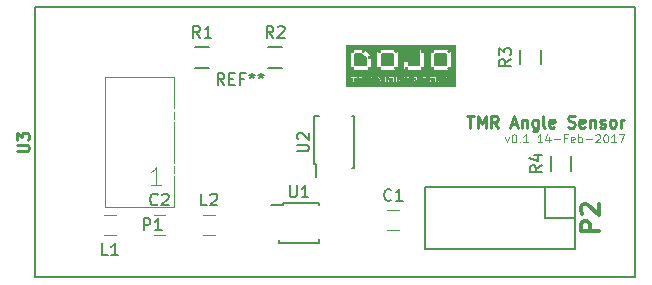
<source format=gto>
G04 #@! TF.FileFunction,Legend,Top*
%FSLAX46Y46*%
G04 Gerber Fmt 4.6, Leading zero omitted, Abs format (unit mm)*
G04 Created by KiCad (PCBNEW 4.0.5) date 02/17/17 15:16:51*
%MOMM*%
%LPD*%
G01*
G04 APERTURE LIST*
%ADD10C,0.100000*%
%ADD11C,0.125000*%
%ADD12C,0.250000*%
%ADD13C,0.120000*%
%ADD14C,0.150000*%
%ADD15C,0.010000*%
%ADD16C,0.304800*%
G04 APERTURE END LIST*
D10*
D11*
X162849999Y-104550000D02*
X163016666Y-105016667D01*
X163183332Y-104550000D01*
X163583332Y-104316667D02*
X163649999Y-104316667D01*
X163716665Y-104350000D01*
X163749999Y-104383333D01*
X163783332Y-104450000D01*
X163816665Y-104583333D01*
X163816665Y-104750000D01*
X163783332Y-104883333D01*
X163749999Y-104950000D01*
X163716665Y-104983333D01*
X163649999Y-105016667D01*
X163583332Y-105016667D01*
X163516665Y-104983333D01*
X163483332Y-104950000D01*
X163449999Y-104883333D01*
X163416665Y-104750000D01*
X163416665Y-104583333D01*
X163449999Y-104450000D01*
X163483332Y-104383333D01*
X163516665Y-104350000D01*
X163583332Y-104316667D01*
X164116666Y-104950000D02*
X164149999Y-104983333D01*
X164116666Y-105016667D01*
X164083332Y-104983333D01*
X164116666Y-104950000D01*
X164116666Y-105016667D01*
X164816665Y-105016667D02*
X164416665Y-105016667D01*
X164616665Y-105016667D02*
X164616665Y-104316667D01*
X164549999Y-104416667D01*
X164483332Y-104483333D01*
X164416665Y-104516667D01*
X166016665Y-105016667D02*
X165616665Y-105016667D01*
X165816665Y-105016667D02*
X165816665Y-104316667D01*
X165749999Y-104416667D01*
X165683332Y-104483333D01*
X165616665Y-104516667D01*
X166616666Y-104550000D02*
X166616666Y-105016667D01*
X166449999Y-104283333D02*
X166283332Y-104783333D01*
X166716666Y-104783333D01*
X166983333Y-104750000D02*
X167516666Y-104750000D01*
X168083333Y-104650000D02*
X167850000Y-104650000D01*
X167850000Y-105016667D02*
X167850000Y-104316667D01*
X168183333Y-104316667D01*
X168716666Y-104983333D02*
X168650000Y-105016667D01*
X168516666Y-105016667D01*
X168450000Y-104983333D01*
X168416666Y-104916667D01*
X168416666Y-104650000D01*
X168450000Y-104583333D01*
X168516666Y-104550000D01*
X168650000Y-104550000D01*
X168716666Y-104583333D01*
X168750000Y-104650000D01*
X168750000Y-104716667D01*
X168416666Y-104783333D01*
X169050000Y-105016667D02*
X169050000Y-104316667D01*
X169050000Y-104583333D02*
X169116666Y-104550000D01*
X169250000Y-104550000D01*
X169316666Y-104583333D01*
X169350000Y-104616667D01*
X169383333Y-104683333D01*
X169383333Y-104883333D01*
X169350000Y-104950000D01*
X169316666Y-104983333D01*
X169250000Y-105016667D01*
X169116666Y-105016667D01*
X169050000Y-104983333D01*
X169683333Y-104750000D02*
X170216666Y-104750000D01*
X170516666Y-104383333D02*
X170550000Y-104350000D01*
X170616666Y-104316667D01*
X170783333Y-104316667D01*
X170850000Y-104350000D01*
X170883333Y-104383333D01*
X170916666Y-104450000D01*
X170916666Y-104516667D01*
X170883333Y-104616667D01*
X170483333Y-105016667D01*
X170916666Y-105016667D01*
X171350000Y-104316667D02*
X171416667Y-104316667D01*
X171483333Y-104350000D01*
X171516667Y-104383333D01*
X171550000Y-104450000D01*
X171583333Y-104583333D01*
X171583333Y-104750000D01*
X171550000Y-104883333D01*
X171516667Y-104950000D01*
X171483333Y-104983333D01*
X171416667Y-105016667D01*
X171350000Y-105016667D01*
X171283333Y-104983333D01*
X171250000Y-104950000D01*
X171216667Y-104883333D01*
X171183333Y-104750000D01*
X171183333Y-104583333D01*
X171216667Y-104450000D01*
X171250000Y-104383333D01*
X171283333Y-104350000D01*
X171350000Y-104316667D01*
X172250000Y-105016667D02*
X171850000Y-105016667D01*
X172050000Y-105016667D02*
X172050000Y-104316667D01*
X171983334Y-104416667D01*
X171916667Y-104483333D01*
X171850000Y-104516667D01*
X172483334Y-104316667D02*
X172950001Y-104316667D01*
X172650001Y-105016667D01*
D12*
X159633332Y-102752381D02*
X160204761Y-102752381D01*
X159919046Y-103752381D02*
X159919046Y-102752381D01*
X160538094Y-103752381D02*
X160538094Y-102752381D01*
X160871428Y-103466667D01*
X161204761Y-102752381D01*
X161204761Y-103752381D01*
X162252380Y-103752381D02*
X161919046Y-103276190D01*
X161680951Y-103752381D02*
X161680951Y-102752381D01*
X162061904Y-102752381D01*
X162157142Y-102800000D01*
X162204761Y-102847619D01*
X162252380Y-102942857D01*
X162252380Y-103085714D01*
X162204761Y-103180952D01*
X162157142Y-103228571D01*
X162061904Y-103276190D01*
X161680951Y-103276190D01*
X163395237Y-103466667D02*
X163871428Y-103466667D01*
X163299999Y-103752381D02*
X163633332Y-102752381D01*
X163966666Y-103752381D01*
X164299999Y-103085714D02*
X164299999Y-103752381D01*
X164299999Y-103180952D02*
X164347618Y-103133333D01*
X164442856Y-103085714D01*
X164585714Y-103085714D01*
X164680952Y-103133333D01*
X164728571Y-103228571D01*
X164728571Y-103752381D01*
X165633333Y-103085714D02*
X165633333Y-103895238D01*
X165585714Y-103990476D01*
X165538095Y-104038095D01*
X165442856Y-104085714D01*
X165299999Y-104085714D01*
X165204761Y-104038095D01*
X165633333Y-103704762D02*
X165538095Y-103752381D01*
X165347618Y-103752381D01*
X165252380Y-103704762D01*
X165204761Y-103657143D01*
X165157142Y-103561905D01*
X165157142Y-103276190D01*
X165204761Y-103180952D01*
X165252380Y-103133333D01*
X165347618Y-103085714D01*
X165538095Y-103085714D01*
X165633333Y-103133333D01*
X166252380Y-103752381D02*
X166157142Y-103704762D01*
X166109523Y-103609524D01*
X166109523Y-102752381D01*
X167014286Y-103704762D02*
X166919048Y-103752381D01*
X166728571Y-103752381D01*
X166633333Y-103704762D01*
X166585714Y-103609524D01*
X166585714Y-103228571D01*
X166633333Y-103133333D01*
X166728571Y-103085714D01*
X166919048Y-103085714D01*
X167014286Y-103133333D01*
X167061905Y-103228571D01*
X167061905Y-103323810D01*
X166585714Y-103419048D01*
X168204762Y-103704762D02*
X168347619Y-103752381D01*
X168585715Y-103752381D01*
X168680953Y-103704762D01*
X168728572Y-103657143D01*
X168776191Y-103561905D01*
X168776191Y-103466667D01*
X168728572Y-103371429D01*
X168680953Y-103323810D01*
X168585715Y-103276190D01*
X168395238Y-103228571D01*
X168300000Y-103180952D01*
X168252381Y-103133333D01*
X168204762Y-103038095D01*
X168204762Y-102942857D01*
X168252381Y-102847619D01*
X168300000Y-102800000D01*
X168395238Y-102752381D01*
X168633334Y-102752381D01*
X168776191Y-102800000D01*
X169585715Y-103704762D02*
X169490477Y-103752381D01*
X169300000Y-103752381D01*
X169204762Y-103704762D01*
X169157143Y-103609524D01*
X169157143Y-103228571D01*
X169204762Y-103133333D01*
X169300000Y-103085714D01*
X169490477Y-103085714D01*
X169585715Y-103133333D01*
X169633334Y-103228571D01*
X169633334Y-103323810D01*
X169157143Y-103419048D01*
X170061905Y-103085714D02*
X170061905Y-103752381D01*
X170061905Y-103180952D02*
X170109524Y-103133333D01*
X170204762Y-103085714D01*
X170347620Y-103085714D01*
X170442858Y-103133333D01*
X170490477Y-103228571D01*
X170490477Y-103752381D01*
X170919048Y-103704762D02*
X171014286Y-103752381D01*
X171204762Y-103752381D01*
X171300001Y-103704762D01*
X171347620Y-103609524D01*
X171347620Y-103561905D01*
X171300001Y-103466667D01*
X171204762Y-103419048D01*
X171061905Y-103419048D01*
X170966667Y-103371429D01*
X170919048Y-103276190D01*
X170919048Y-103228571D01*
X170966667Y-103133333D01*
X171061905Y-103085714D01*
X171204762Y-103085714D01*
X171300001Y-103133333D01*
X171919048Y-103752381D02*
X171823810Y-103704762D01*
X171776191Y-103657143D01*
X171728572Y-103561905D01*
X171728572Y-103276190D01*
X171776191Y-103180952D01*
X171823810Y-103133333D01*
X171919048Y-103085714D01*
X172061906Y-103085714D01*
X172157144Y-103133333D01*
X172204763Y-103180952D01*
X172252382Y-103276190D01*
X172252382Y-103561905D01*
X172204763Y-103657143D01*
X172157144Y-103704762D01*
X172061906Y-103752381D01*
X171919048Y-103752381D01*
X172680953Y-103752381D02*
X172680953Y-103085714D01*
X172680953Y-103276190D02*
X172728572Y-103180952D01*
X172776191Y-103133333D01*
X172871429Y-103085714D01*
X172966668Y-103085714D01*
D13*
X153900000Y-110750000D02*
X152900000Y-110750000D01*
X152900000Y-112450000D02*
X153900000Y-112450000D01*
X134100000Y-111150000D02*
X133100000Y-111150000D01*
X133100000Y-112850000D02*
X134100000Y-112850000D01*
X128900000Y-112850000D02*
X129900000Y-112850000D01*
X129900000Y-111150000D02*
X128900000Y-111150000D01*
X138300000Y-111150000D02*
X137300000Y-111150000D01*
X137300000Y-112850000D02*
X138300000Y-112850000D01*
X134800000Y-103000000D02*
X134800000Y-102400000D01*
X134800000Y-107600000D02*
X134800000Y-107000000D01*
X128950000Y-110500000D02*
X128950000Y-99450000D01*
X134800000Y-110500000D02*
X128950000Y-110500000D01*
X134800000Y-106750000D02*
X134800000Y-103250000D01*
X134800000Y-99450000D02*
X128950000Y-99450000D01*
X134800000Y-110500000D02*
X134800000Y-107850000D01*
X134800000Y-102100000D02*
X134800000Y-99450000D01*
D14*
X168800000Y-108800000D02*
X166200000Y-108800000D01*
X168800000Y-111400000D02*
X168800000Y-113900000D01*
X168800000Y-113900000D02*
X168800000Y-114000000D01*
X168800000Y-114000000D02*
X163300000Y-114000000D01*
X165000000Y-108800000D02*
X166200000Y-108800000D01*
X168800000Y-111400000D02*
X168800000Y-108800000D01*
X168800000Y-111400000D02*
X166200000Y-111400000D01*
X166200000Y-111400000D02*
X166200000Y-108800000D01*
X157300000Y-114000000D02*
X156100000Y-114000000D01*
X156100000Y-114000000D02*
X156100000Y-108800000D01*
X156100000Y-108800000D02*
X157300000Y-108800000D01*
X165000000Y-108800000D02*
X158500000Y-108800000D01*
X158500000Y-108800000D02*
X157400000Y-108800000D01*
X157400000Y-108800000D02*
X157300000Y-108800000D01*
X157300000Y-114000000D02*
X159200000Y-114000000D01*
X163300000Y-114000000D02*
X159200000Y-114000000D01*
X137800000Y-98675000D02*
X136600000Y-98675000D01*
X136600000Y-96925000D02*
X137800000Y-96925000D01*
X144000000Y-98675000D02*
X142800000Y-98675000D01*
X142800000Y-96925000D02*
X144000000Y-96925000D01*
X165875000Y-97200000D02*
X165875000Y-98400000D01*
X164125000Y-98400000D02*
X164125000Y-97200000D01*
X168475000Y-106200000D02*
X168475000Y-107400000D01*
X166725000Y-107400000D02*
X166725000Y-106200000D01*
X147100000Y-113225000D02*
X147100000Y-113500000D01*
X147100000Y-113500000D02*
X143725000Y-113500000D01*
X143725000Y-113500000D02*
X143700000Y-113500000D01*
X143700000Y-113500000D02*
X143700000Y-113300000D01*
X147100000Y-110325000D02*
X147100000Y-110150000D01*
X147100000Y-110150000D02*
X147100000Y-110125000D01*
X147100000Y-110125000D02*
X144025000Y-110125000D01*
X144025000Y-110125000D02*
X144025000Y-110300000D01*
X144025000Y-110300000D02*
X143025000Y-110300000D01*
X149900000Y-102800000D02*
X150050000Y-102800000D01*
X150050000Y-102800000D02*
X150075000Y-102800000D01*
X150075000Y-102800000D02*
X150100000Y-102800000D01*
X150100000Y-102800000D02*
X150100000Y-107150000D01*
X150100000Y-107150000D02*
X150100000Y-107175000D01*
X150100000Y-107175000D02*
X150100000Y-107200000D01*
X150100000Y-107200000D02*
X149925000Y-107200000D01*
X147075000Y-102750000D02*
X146700000Y-102750000D01*
X146700000Y-102750000D02*
X146700000Y-106875000D01*
X146700000Y-106875000D02*
X146875000Y-106875000D01*
X146875000Y-106875000D02*
X146875000Y-107900000D01*
X123101100Y-93573600D02*
X123101100Y-116433600D01*
X123101100Y-116433600D02*
X173901100Y-116433600D01*
X173901100Y-116433600D02*
X173901100Y-93573600D01*
X173901100Y-93573600D02*
X123101100Y-93573600D01*
D15*
G36*
X158588933Y-100231434D02*
X149411067Y-100231434D01*
X149411067Y-99939334D01*
X151997633Y-99939334D01*
X152120400Y-99939334D01*
X152120400Y-99587378D01*
X152129876Y-99588731D01*
X152132761Y-99590155D01*
X152136553Y-99594110D01*
X152141594Y-99601208D01*
X152148228Y-99612065D01*
X152156796Y-99627295D01*
X152167641Y-99647510D01*
X152181107Y-99673326D01*
X152197537Y-99705356D01*
X152217272Y-99744214D01*
X152222848Y-99755234D01*
X152243796Y-99796533D01*
X152261372Y-99830848D01*
X152275924Y-99858805D01*
X152287798Y-99881027D01*
X152297341Y-99898137D01*
X152304899Y-99910759D01*
X152310821Y-99919517D01*
X152315452Y-99925034D01*
X152318800Y-99927742D01*
X152330088Y-99931563D01*
X152347470Y-99934171D01*
X152368723Y-99935575D01*
X152391623Y-99935784D01*
X152413945Y-99934809D01*
X152433466Y-99932657D01*
X152447962Y-99929338D01*
X152452716Y-99927191D01*
X152456516Y-99923957D01*
X152461233Y-99918121D01*
X152467214Y-99909051D01*
X152474808Y-99896115D01*
X152484359Y-99878679D01*
X152496216Y-99856113D01*
X152510725Y-99827783D01*
X152528232Y-99793058D01*
X152547923Y-99753640D01*
X152568006Y-99713401D01*
X152584729Y-99680129D01*
X152598449Y-99653185D01*
X152609520Y-99631928D01*
X152618300Y-99615719D01*
X152625144Y-99603916D01*
X152630407Y-99595881D01*
X152634445Y-99590972D01*
X152637615Y-99588550D01*
X152639998Y-99587967D01*
X152649566Y-99587967D01*
X152649566Y-99939334D01*
X152772660Y-99939334D01*
X152771827Y-99773956D01*
X152899426Y-99773956D01*
X152899437Y-99807949D01*
X152899580Y-99834589D01*
X152899931Y-99854992D01*
X152900563Y-99870272D01*
X152901548Y-99881543D01*
X152902962Y-99889918D01*
X152904878Y-99896514D01*
X152907370Y-99902443D01*
X152908015Y-99903795D01*
X152919285Y-99920083D01*
X152934473Y-99930588D01*
X152938621Y-99932557D01*
X152942982Y-99934205D01*
X152948293Y-99935557D01*
X152955290Y-99936638D01*
X152964709Y-99937471D01*
X152977287Y-99938080D01*
X152993762Y-99938489D01*
X153014868Y-99938723D01*
X153041343Y-99938806D01*
X153073924Y-99938761D01*
X153113346Y-99938613D01*
X153160348Y-99938387D01*
X153171018Y-99938332D01*
X153219666Y-99938076D01*
X153260565Y-99937823D01*
X153294432Y-99937543D01*
X153321983Y-99937207D01*
X153343936Y-99936782D01*
X153361007Y-99936239D01*
X153373915Y-99935546D01*
X153383375Y-99934674D01*
X153390106Y-99933591D01*
X153394824Y-99932267D01*
X153398246Y-99930672D01*
X153401089Y-99928774D01*
X153401473Y-99928489D01*
X153412775Y-99918406D01*
X153421888Y-99908074D01*
X153423832Y-99905250D01*
X153425469Y-99901943D01*
X153426830Y-99897434D01*
X153427945Y-99891007D01*
X153428847Y-99881943D01*
X153429565Y-99869524D01*
X153430130Y-99853032D01*
X153430574Y-99831748D01*
X153430928Y-99804956D01*
X153431221Y-99771937D01*
X153431486Y-99731972D01*
X153431754Y-99684345D01*
X153431787Y-99678128D01*
X153432041Y-99629570D01*
X153432222Y-99588737D01*
X153432304Y-99554889D01*
X153432263Y-99527286D01*
X153432073Y-99505186D01*
X153431710Y-99487850D01*
X153431149Y-99474536D01*
X153430363Y-99464503D01*
X153429329Y-99457012D01*
X153428022Y-99451321D01*
X153426416Y-99446690D01*
X153424486Y-99442378D01*
X153423769Y-99440889D01*
X153414322Y-99425991D01*
X153401837Y-99416307D01*
X153397198Y-99414013D01*
X153392999Y-99412297D01*
X153388106Y-99410848D01*
X153381810Y-99409643D01*
X153373398Y-99408659D01*
X153362162Y-99407874D01*
X153347390Y-99407265D01*
X153328371Y-99406809D01*
X153304396Y-99406483D01*
X153274753Y-99406264D01*
X153238732Y-99406130D01*
X153195622Y-99406058D01*
X153148041Y-99406027D01*
X152916266Y-99405934D01*
X153559733Y-99405934D01*
X153559733Y-99935100D01*
X153682500Y-99935100D01*
X153682500Y-99839065D01*
X153682445Y-99804763D01*
X153682679Y-99777992D01*
X153683800Y-99757822D01*
X153686406Y-99743325D01*
X153691093Y-99733570D01*
X153698460Y-99727627D01*
X153709104Y-99724568D01*
X153723623Y-99723461D01*
X153742614Y-99723379D01*
X153756835Y-99723434D01*
X153812760Y-99723434D01*
X153882038Y-99829231D01*
X153951316Y-99935027D01*
X154022432Y-99935064D01*
X154093547Y-99935100D01*
X154064866Y-99893825D01*
X154052587Y-99876163D01*
X154036992Y-99853742D01*
X154019602Y-99828751D01*
X154001942Y-99803378D01*
X153990561Y-99787033D01*
X153974510Y-99763793D01*
X153962949Y-99746503D01*
X153955380Y-99734274D01*
X153951306Y-99726215D01*
X153950228Y-99721434D01*
X153951649Y-99719042D01*
X153952360Y-99718704D01*
X153958090Y-99715750D01*
X153963738Y-99710860D01*
X153969671Y-99703294D01*
X153976259Y-99692314D01*
X153983867Y-99677182D01*
X153992865Y-99657159D01*
X154003620Y-99631506D01*
X154016499Y-99599485D01*
X154027602Y-99571222D01*
X154195226Y-99571222D01*
X154195350Y-99612337D01*
X154195593Y-99661003D01*
X154195682Y-99677738D01*
X154196850Y-99899117D01*
X154206994Y-99913340D01*
X154210828Y-99918676D01*
X154214571Y-99923215D01*
X154218903Y-99927024D01*
X154224500Y-99930166D01*
X154232040Y-99932706D01*
X154242202Y-99934710D01*
X154255663Y-99936242D01*
X154273101Y-99937366D01*
X154295194Y-99938148D01*
X154322620Y-99938652D01*
X154356056Y-99938943D01*
X154396181Y-99939085D01*
X154443671Y-99939145D01*
X154477308Y-99939168D01*
X154711200Y-99939334D01*
X154711200Y-99820800D01*
X154522092Y-99820800D01*
X154476753Y-99820776D01*
X154439132Y-99820685D01*
X154408476Y-99820501D01*
X154384037Y-99820197D01*
X154365063Y-99819746D01*
X154350804Y-99819122D01*
X154340511Y-99818298D01*
X154333433Y-99817247D01*
X154328820Y-99815942D01*
X154325921Y-99814357D01*
X154325242Y-99813794D01*
X154320798Y-99805314D01*
X154318044Y-99791206D01*
X154317019Y-99774149D01*
X154317759Y-99756820D01*
X154320304Y-99741895D01*
X154324090Y-99732842D01*
X154330680Y-99723434D01*
X154506333Y-99723434D01*
X154551732Y-99723420D01*
X154589448Y-99723311D01*
X154620267Y-99723008D01*
X154644972Y-99722411D01*
X154664348Y-99721419D01*
X154679180Y-99719933D01*
X154690252Y-99717852D01*
X154698348Y-99715077D01*
X154704253Y-99711508D01*
X154708751Y-99707045D01*
X154712627Y-99701588D01*
X154715305Y-99697254D01*
X154855133Y-99697254D01*
X154855133Y-99935100D01*
X154977900Y-99935100D01*
X154977900Y-99737526D01*
X154977923Y-99691113D01*
X154978008Y-99652434D01*
X154978181Y-99620755D01*
X154978467Y-99595345D01*
X154978890Y-99575469D01*
X154979475Y-99560395D01*
X154980248Y-99549391D01*
X154981234Y-99541722D01*
X154982457Y-99536657D01*
X154983943Y-99533462D01*
X154984906Y-99532209D01*
X154987393Y-99530021D01*
X154991070Y-99528288D01*
X154996862Y-99526956D01*
X155005697Y-99525973D01*
X155018499Y-99525287D01*
X155036196Y-99524846D01*
X155059713Y-99524597D01*
X155089976Y-99524488D01*
X155122002Y-99524467D01*
X155252093Y-99524467D01*
X155258930Y-99534902D01*
X155264335Y-99548777D01*
X155266034Y-99565893D01*
X155264150Y-99582903D01*
X155258806Y-99596459D01*
X155256562Y-99599336D01*
X155253492Y-99602392D01*
X155250030Y-99604735D01*
X155245097Y-99606461D01*
X155237609Y-99607664D01*
X155226487Y-99608437D01*
X155210648Y-99608877D01*
X155189013Y-99609077D01*
X155160499Y-99609131D01*
X155144445Y-99609134D01*
X155041533Y-99609134D01*
X155028538Y-99620775D01*
X155016282Y-99637159D01*
X155010139Y-99657754D01*
X155010651Y-99680395D01*
X155012027Y-99686679D01*
X155013942Y-99691989D01*
X155017394Y-99698214D01*
X155022948Y-99705980D01*
X155031168Y-99715916D01*
X155042616Y-99728648D01*
X155057859Y-99744804D01*
X155077459Y-99765011D01*
X155101980Y-99789896D01*
X155131730Y-99819829D01*
X155246767Y-99935275D01*
X155336517Y-99934129D01*
X155426267Y-99932984D01*
X155387292Y-99898479D01*
X155358158Y-99872372D01*
X155330040Y-99846580D01*
X155303633Y-99821789D01*
X155279635Y-99798688D01*
X155258744Y-99777965D01*
X155241655Y-99760306D01*
X155229066Y-99746400D01*
X155221674Y-99736935D01*
X155219977Y-99733422D01*
X155218637Y-99723434D01*
X155281360Y-99723418D01*
X155310581Y-99723052D01*
X155332680Y-99721647D01*
X155348984Y-99718720D01*
X155360822Y-99713785D01*
X155369520Y-99706360D01*
X155376405Y-99695958D01*
X155380614Y-99687200D01*
X155383190Y-99680849D01*
X155385160Y-99674152D01*
X155386587Y-99665967D01*
X155387534Y-99655153D01*
X155387978Y-99642932D01*
X155790765Y-99642932D01*
X155790769Y-99672568D01*
X155790790Y-99721086D01*
X155790838Y-99761870D01*
X155790943Y-99795653D01*
X155791135Y-99823167D01*
X155791444Y-99845145D01*
X155791899Y-99862319D01*
X155792530Y-99875422D01*
X155793367Y-99885188D01*
X155794440Y-99892348D01*
X155795778Y-99897634D01*
X155797411Y-99901781D01*
X155799369Y-99905520D01*
X155800294Y-99907143D01*
X155804221Y-99914028D01*
X155807935Y-99919862D01*
X155812130Y-99924728D01*
X155817501Y-99928710D01*
X155824740Y-99931890D01*
X155834542Y-99934353D01*
X155847601Y-99936182D01*
X155864610Y-99937459D01*
X155886263Y-99938269D01*
X155913255Y-99938693D01*
X155946279Y-99938817D01*
X155986029Y-99938722D01*
X156033198Y-99938493D01*
X156060268Y-99938352D01*
X156109169Y-99938092D01*
X156150317Y-99937837D01*
X156184425Y-99937557D01*
X156212206Y-99937221D01*
X156234374Y-99936799D01*
X156251641Y-99936261D01*
X156264722Y-99935576D01*
X156274329Y-99934715D01*
X156281175Y-99933647D01*
X156285974Y-99932342D01*
X156289440Y-99930770D01*
X156292285Y-99928899D01*
X156292840Y-99928489D01*
X156304141Y-99918407D01*
X156313255Y-99908078D01*
X156315669Y-99904489D01*
X156317606Y-99900256D01*
X156319130Y-99894441D01*
X156320304Y-99886106D01*
X156321192Y-99874312D01*
X156321858Y-99858120D01*
X156322364Y-99836594D01*
X156322776Y-99808794D01*
X156323156Y-99773783D01*
X156323288Y-99760173D01*
X156323530Y-99726089D01*
X156323599Y-99693918D01*
X156323531Y-99672884D01*
X156451100Y-99672884D01*
X156451108Y-99723692D01*
X156451184Y-99766731D01*
X156451401Y-99802698D01*
X156451833Y-99832290D01*
X156452557Y-99856204D01*
X156453645Y-99875138D01*
X156455173Y-99889789D01*
X156457214Y-99900854D01*
X156459845Y-99909030D01*
X156463138Y-99915014D01*
X156467170Y-99919505D01*
X156472013Y-99923198D01*
X156477743Y-99926792D01*
X156478278Y-99927118D01*
X156481499Y-99928857D01*
X156485457Y-99930322D01*
X156490856Y-99931538D01*
X156498399Y-99932528D01*
X156508791Y-99933314D01*
X156522736Y-99933921D01*
X156540938Y-99934371D01*
X156564102Y-99934687D01*
X156592930Y-99934893D01*
X156628128Y-99935013D01*
X156670400Y-99935069D01*
X156719281Y-99935085D01*
X156947246Y-99935100D01*
X156961261Y-99921086D01*
X156971243Y-99908147D01*
X156978785Y-99893248D01*
X156980039Y-99889380D01*
X156981270Y-99881119D01*
X156982258Y-99866209D01*
X156983006Y-99844365D01*
X156983519Y-99815298D01*
X156983802Y-99778721D01*
X156983858Y-99734348D01*
X156983811Y-99719200D01*
X157111500Y-99719200D01*
X157111500Y-99801886D01*
X157111661Y-99834195D01*
X157112314Y-99859275D01*
X157113714Y-99878361D01*
X157116117Y-99892689D01*
X157119776Y-99903493D01*
X157124948Y-99912009D01*
X157131887Y-99919470D01*
X157136649Y-99923656D01*
X157150249Y-99935100D01*
X157369000Y-99935085D01*
X157417785Y-99935067D01*
X157458825Y-99935006D01*
X157492839Y-99934877D01*
X157520548Y-99934655D01*
X157542672Y-99934315D01*
X157559932Y-99933832D01*
X157573048Y-99933182D01*
X157582741Y-99932340D01*
X157589732Y-99931281D01*
X157594740Y-99929981D01*
X157598486Y-99928414D01*
X157600789Y-99927118D01*
X157606333Y-99923705D01*
X157611068Y-99920311D01*
X157615056Y-99916278D01*
X157618361Y-99910948D01*
X157621048Y-99903662D01*
X157623181Y-99893762D01*
X157624824Y-99880591D01*
X157626040Y-99863490D01*
X157626894Y-99841801D01*
X157627449Y-99814866D01*
X157627770Y-99782028D01*
X157627810Y-99771459D01*
X157755537Y-99771459D01*
X157755776Y-99812808D01*
X157756261Y-99845721D01*
X157756991Y-99870207D01*
X157757967Y-99886274D01*
X157759023Y-99893433D01*
X157765165Y-99906044D01*
X157775010Y-99918698D01*
X157778449Y-99922008D01*
X157793361Y-99935100D01*
X158249972Y-99935100D01*
X158264884Y-99922008D01*
X158275231Y-99910364D01*
X158282927Y-99897216D01*
X158284310Y-99893433D01*
X158285501Y-99884722D01*
X158286447Y-99867600D01*
X158287147Y-99842059D01*
X158287600Y-99808089D01*
X158287809Y-99765682D01*
X158287771Y-99714828D01*
X158287537Y-99663416D01*
X158287239Y-99615274D01*
X158286950Y-99574875D01*
X158286639Y-99541492D01*
X158286273Y-99514401D01*
X158285820Y-99492877D01*
X158285249Y-99476195D01*
X158284526Y-99463631D01*
X158283620Y-99454459D01*
X158282500Y-99447955D01*
X158281131Y-99443393D01*
X158279484Y-99440049D01*
X158277525Y-99437198D01*
X158277522Y-99437194D01*
X158267439Y-99425894D01*
X158257103Y-99416779D01*
X158254333Y-99414859D01*
X158251125Y-99413243D01*
X158246772Y-99411906D01*
X158240565Y-99410820D01*
X158231796Y-99409960D01*
X158219756Y-99409299D01*
X158203738Y-99408811D01*
X158183033Y-99408471D01*
X158156934Y-99408251D01*
X158124731Y-99408125D01*
X158085716Y-99408067D01*
X158039182Y-99408051D01*
X158021666Y-99408050D01*
X157972437Y-99408058D01*
X157930965Y-99408099D01*
X157896544Y-99408199D01*
X157868465Y-99408384D01*
X157846019Y-99408681D01*
X157828499Y-99409117D01*
X157815197Y-99409716D01*
X157805404Y-99410506D01*
X157798412Y-99411512D01*
X157793512Y-99412762D01*
X157789998Y-99414281D01*
X157787159Y-99416095D01*
X157786230Y-99416779D01*
X157774928Y-99426860D01*
X157765811Y-99437194D01*
X157763852Y-99440045D01*
X157762204Y-99443387D01*
X157760835Y-99447946D01*
X157759714Y-99454447D01*
X157758808Y-99463614D01*
X157758085Y-99476173D01*
X157757513Y-99492848D01*
X157757060Y-99514363D01*
X157756694Y-99541445D01*
X157756383Y-99574818D01*
X157756095Y-99615206D01*
X157755796Y-99663334D01*
X157755796Y-99663416D01*
X157755544Y-99721664D01*
X157755537Y-99771459D01*
X157627810Y-99771459D01*
X157627921Y-99742628D01*
X157627965Y-99696008D01*
X157627966Y-99647652D01*
X157627966Y-99405934D01*
X157504825Y-99405934D01*
X157505407Y-99605189D01*
X157505525Y-99651643D01*
X157505565Y-99690368D01*
X157505504Y-99722101D01*
X157505317Y-99747580D01*
X157504981Y-99767542D01*
X157504470Y-99782726D01*
X157503761Y-99793867D01*
X157502830Y-99801704D01*
X157501652Y-99806975D01*
X157500202Y-99810416D01*
X157498589Y-99812622D01*
X157496008Y-99815007D01*
X157492438Y-99816878D01*
X157486907Y-99818298D01*
X157478443Y-99819327D01*
X157466074Y-99820029D01*
X157448830Y-99820465D01*
X157425739Y-99820698D01*
X157395828Y-99820788D01*
X157370469Y-99820800D01*
X157334829Y-99820753D01*
X157306700Y-99820576D01*
X157285125Y-99820218D01*
X157269149Y-99819626D01*
X157257814Y-99818749D01*
X157250166Y-99817533D01*
X157245247Y-99815927D01*
X157242103Y-99813879D01*
X157242008Y-99813794D01*
X157238424Y-99809325D01*
X157236125Y-99802570D01*
X157234848Y-99791791D01*
X157234327Y-99775251D01*
X157234266Y-99762994D01*
X157234266Y-99719200D01*
X157111500Y-99719200D01*
X156983811Y-99719200D01*
X156983693Y-99681890D01*
X156983593Y-99663152D01*
X156983305Y-99615667D01*
X156983018Y-99575903D01*
X156982700Y-99543114D01*
X156982318Y-99516554D01*
X156981840Y-99495478D01*
X156981233Y-99479140D01*
X156980466Y-99466795D01*
X156979505Y-99457696D01*
X156978319Y-99451097D01*
X156976875Y-99446254D01*
X156975140Y-99442420D01*
X156973916Y-99440243D01*
X156964899Y-99428017D01*
X156954354Y-99417618D01*
X156953496Y-99416960D01*
X156950708Y-99415006D01*
X156947551Y-99413361D01*
X156943320Y-99411998D01*
X156937308Y-99410891D01*
X156928808Y-99410013D01*
X156917115Y-99409337D01*
X156901521Y-99408838D01*
X156881321Y-99408488D01*
X156855807Y-99408261D01*
X156824273Y-99408130D01*
X156786014Y-99408069D01*
X156740321Y-99408051D01*
X156716430Y-99408050D01*
X156665285Y-99408038D01*
X156621920Y-99408059D01*
X156585647Y-99408198D01*
X156555781Y-99408542D01*
X156531633Y-99409178D01*
X156512518Y-99410190D01*
X156497748Y-99411666D01*
X156486636Y-99413691D01*
X156478496Y-99416351D01*
X156472641Y-99419733D01*
X156468383Y-99423923D01*
X156465036Y-99429007D01*
X156461914Y-99435070D01*
X156459323Y-99440279D01*
X156457482Y-99444230D01*
X156455937Y-99448740D01*
X156454664Y-99454545D01*
X156453635Y-99462381D01*
X156452826Y-99472984D01*
X156452209Y-99487089D01*
X156451759Y-99505433D01*
X156451450Y-99528750D01*
X156451255Y-99557777D01*
X156451149Y-99593249D01*
X156451106Y-99635903D01*
X156451100Y-99672884D01*
X156323531Y-99672884D01*
X156323505Y-99664855D01*
X156323257Y-99640094D01*
X156322865Y-99620827D01*
X156322338Y-99608250D01*
X156322035Y-99604900D01*
X156321030Y-99599122D01*
X156319218Y-99593580D01*
X156315929Y-99587493D01*
X156310492Y-99580080D01*
X156302234Y-99570559D01*
X156290486Y-99558150D01*
X156274575Y-99542072D01*
X156253830Y-99521543D01*
X156231877Y-99499992D01*
X156203173Y-99472097D01*
X156179790Y-99449927D01*
X156161239Y-99433049D01*
X156147028Y-99421033D01*
X156136668Y-99413446D01*
X156129668Y-99409856D01*
X156129413Y-99409778D01*
X156120562Y-99408535D01*
X156103799Y-99407575D01*
X156079674Y-99406907D01*
X156048738Y-99406543D01*
X156011541Y-99406493D01*
X155971978Y-99406737D01*
X155933359Y-99407115D01*
X155902293Y-99407501D01*
X155877869Y-99407954D01*
X155859175Y-99408532D01*
X155845297Y-99409294D01*
X155835323Y-99410300D01*
X155828341Y-99411607D01*
X155823439Y-99413275D01*
X155819704Y-99415362D01*
X155817891Y-99416653D01*
X155807932Y-99426456D01*
X155799147Y-99438769D01*
X155798538Y-99439871D01*
X155796786Y-99443559D01*
X155795316Y-99448023D01*
X155794104Y-99453988D01*
X155793125Y-99462180D01*
X155792355Y-99473327D01*
X155791770Y-99488155D01*
X155791345Y-99507390D01*
X155791056Y-99531759D01*
X155790879Y-99561988D01*
X155790790Y-99598804D01*
X155790765Y-99642932D01*
X155387978Y-99642932D01*
X155388064Y-99640570D01*
X155388241Y-99621076D01*
X155388127Y-99595530D01*
X155387785Y-99562792D01*
X155387734Y-99558496D01*
X155387282Y-99523522D01*
X155386711Y-99495931D01*
X155385786Y-99474643D01*
X155384276Y-99458575D01*
X155381948Y-99446646D01*
X155378570Y-99437773D01*
X155373909Y-99430875D01*
X155367732Y-99424870D01*
X155359807Y-99418675D01*
X155357268Y-99416779D01*
X155354506Y-99414864D01*
X155351308Y-99413252D01*
X155346968Y-99411917D01*
X155340781Y-99410832D01*
X155332039Y-99409971D01*
X155320038Y-99409310D01*
X155304072Y-99408820D01*
X155283434Y-99408478D01*
X155257420Y-99408255D01*
X155225323Y-99408127D01*
X155186437Y-99408068D01*
X155140056Y-99408051D01*
X155120463Y-99408050D01*
X155069335Y-99408036D01*
X155025988Y-99408050D01*
X154989735Y-99408184D01*
X154959891Y-99408526D01*
X154935770Y-99409166D01*
X154916685Y-99410193D01*
X154901952Y-99411696D01*
X154890884Y-99413766D01*
X154882795Y-99416490D01*
X154877000Y-99419959D01*
X154872812Y-99424262D01*
X154869545Y-99429488D01*
X154866514Y-99435727D01*
X154863808Y-99441488D01*
X154861951Y-99445560D01*
X154860380Y-99449951D01*
X154859070Y-99455364D01*
X154857999Y-99462501D01*
X154857142Y-99472065D01*
X154856475Y-99484758D01*
X154855975Y-99501285D01*
X154855617Y-99522346D01*
X154855378Y-99548645D01*
X154855234Y-99580885D01*
X154855161Y-99619769D01*
X154855136Y-99665998D01*
X154855133Y-99697254D01*
X154715305Y-99697254D01*
X154715605Y-99696770D01*
X154718059Y-99692228D01*
X154719976Y-99686915D01*
X154721420Y-99679787D01*
X154722459Y-99669801D01*
X154723157Y-99655914D01*
X154723583Y-99637084D01*
X154723801Y-99612266D01*
X154723878Y-99580419D01*
X154723884Y-99566368D01*
X154723868Y-99531845D01*
X154723760Y-99504740D01*
X154723482Y-99484005D01*
X154722958Y-99468591D01*
X154722112Y-99457450D01*
X154720866Y-99449534D01*
X154719144Y-99443795D01*
X154716870Y-99439183D01*
X154714290Y-99435135D01*
X154710099Y-99428866D01*
X154706111Y-99423558D01*
X154701624Y-99419135D01*
X154695940Y-99415522D01*
X154688356Y-99412640D01*
X154678174Y-99410415D01*
X154664693Y-99408771D01*
X154647211Y-99407630D01*
X154625030Y-99406917D01*
X154597448Y-99406555D01*
X154563765Y-99406468D01*
X154523280Y-99406580D01*
X154475294Y-99406815D01*
X154455083Y-99406920D01*
X154406322Y-99407175D01*
X154365309Y-99407420D01*
X154331325Y-99407686D01*
X154303652Y-99408007D01*
X154281571Y-99408414D01*
X154264363Y-99408941D01*
X154251310Y-99409619D01*
X154241693Y-99410483D01*
X154234794Y-99411563D01*
X154229893Y-99412893D01*
X154226272Y-99414505D01*
X154223213Y-99416432D01*
X154221713Y-99417492D01*
X154215914Y-99421662D01*
X154211002Y-99425696D01*
X154206909Y-99430295D01*
X154203564Y-99436155D01*
X154200897Y-99443977D01*
X154198838Y-99454459D01*
X154197318Y-99468299D01*
X154196267Y-99486197D01*
X154195614Y-99508851D01*
X154195290Y-99536959D01*
X154195226Y-99571222D01*
X154027602Y-99571222D01*
X154031871Y-99560357D01*
X154034269Y-99554203D01*
X154046912Y-99521623D01*
X154058521Y-99491499D01*
X154068748Y-99464750D01*
X154077246Y-99442293D01*
X154083667Y-99425047D01*
X154087663Y-99413930D01*
X154088900Y-99409913D01*
X154084865Y-99408447D01*
X154073553Y-99407253D01*
X154056149Y-99406404D01*
X154033839Y-99405973D01*
X154024006Y-99405934D01*
X153959112Y-99405934D01*
X153923120Y-99506475D01*
X153887128Y-99607017D01*
X153794702Y-99608160D01*
X153760920Y-99608757D01*
X153734649Y-99609002D01*
X153714953Y-99607977D01*
X153700894Y-99604766D01*
X153691536Y-99598451D01*
X153685943Y-99588116D01*
X153683176Y-99572843D01*
X153682301Y-99551716D01*
X153682379Y-99523817D01*
X153682500Y-99498329D01*
X153682500Y-99405934D01*
X153559733Y-99405934D01*
X152916266Y-99405934D01*
X152916266Y-99524467D01*
X153296293Y-99524467D01*
X153303130Y-99534902D01*
X153308148Y-99548059D01*
X153309943Y-99564918D01*
X153308588Y-99582029D01*
X153304157Y-99595944D01*
X153301739Y-99599609D01*
X153293793Y-99609134D01*
X153118788Y-99609150D01*
X153075617Y-99609169D01*
X153040090Y-99609242D01*
X153011384Y-99609407D01*
X152988674Y-99609702D01*
X152971139Y-99610162D01*
X152957955Y-99610826D01*
X152948298Y-99611730D01*
X152941346Y-99612913D01*
X152936276Y-99614411D01*
X152932264Y-99616261D01*
X152929779Y-99617704D01*
X152918140Y-99628074D01*
X152908523Y-99642313D01*
X152907647Y-99644146D01*
X152905168Y-99650276D01*
X152903245Y-99657161D01*
X152901806Y-99665912D01*
X152900783Y-99677642D01*
X152900103Y-99693465D01*
X152899697Y-99714492D01*
X152899494Y-99741838D01*
X152899426Y-99773956D01*
X152771827Y-99773956D01*
X152771438Y-99696975D01*
X152771163Y-99645284D01*
X152770882Y-99601378D01*
X152770574Y-99564577D01*
X152770214Y-99534201D01*
X152769780Y-99509569D01*
X152769247Y-99490000D01*
X152768592Y-99474814D01*
X152767792Y-99463329D01*
X152766823Y-99454865D01*
X152765662Y-99448742D01*
X152764285Y-99444278D01*
X152762669Y-99440793D01*
X152762603Y-99440672D01*
X152755194Y-99429228D01*
X152746427Y-99420987D01*
X152734849Y-99415458D01*
X152719011Y-99412147D01*
X152697462Y-99410563D01*
X152672850Y-99410205D01*
X152648961Y-99410401D01*
X152631863Y-99411110D01*
X152619885Y-99412520D01*
X152611359Y-99414822D01*
X152605116Y-99417897D01*
X152601501Y-99420958D01*
X152596866Y-99426635D01*
X152590890Y-99435506D01*
X152583250Y-99448145D01*
X152573626Y-99465128D01*
X152561694Y-99487031D01*
X152547134Y-99514430D01*
X152529624Y-99547900D01*
X152508841Y-99588018D01*
X152494532Y-99615783D01*
X152472164Y-99659169D01*
X152453280Y-99695587D01*
X152437549Y-99725629D01*
X152424638Y-99749883D01*
X152414214Y-99768941D01*
X152405944Y-99783392D01*
X152399496Y-99793825D01*
X152394536Y-99800832D01*
X152390733Y-99805002D01*
X152387753Y-99806926D01*
X152386582Y-99807217D01*
X152384071Y-99807045D01*
X152381260Y-99805520D01*
X152377804Y-99802037D01*
X152373357Y-99795991D01*
X152367575Y-99786778D01*
X152360113Y-99773794D01*
X152350627Y-99756432D01*
X152338771Y-99734090D01*
X152324202Y-99706162D01*
X152306573Y-99672043D01*
X152285541Y-99631130D01*
X152279784Y-99619911D01*
X152254225Y-99570342D01*
X152232220Y-99528204D01*
X152213659Y-99493296D01*
X152198432Y-99465418D01*
X152186427Y-99444367D01*
X152177535Y-99429942D01*
X152171646Y-99421944D01*
X152170451Y-99420770D01*
X152165116Y-99416599D01*
X152159660Y-99413695D01*
X152152506Y-99411829D01*
X152142076Y-99410772D01*
X152126791Y-99410296D01*
X152105074Y-99410170D01*
X152097363Y-99410167D01*
X152069909Y-99410474D01*
X152049482Y-99411765D01*
X152034652Y-99414595D01*
X152023991Y-99419520D01*
X152016070Y-99427096D01*
X152009458Y-99437878D01*
X152005661Y-99445818D01*
X152003977Y-99449952D01*
X152002552Y-99454803D01*
X152001363Y-99461072D01*
X152000389Y-99469456D01*
X151999608Y-99480655D01*
X151998999Y-99495369D01*
X151998539Y-99514296D01*
X151998208Y-99538135D01*
X151997983Y-99567586D01*
X151997842Y-99603348D01*
X151997764Y-99646119D01*
X151997728Y-99696599D01*
X151997726Y-99701209D01*
X151997633Y-99939334D01*
X149411067Y-99939334D01*
X149411067Y-99405934D01*
X149703166Y-99405934D01*
X149703166Y-99524467D01*
X149811841Y-99524467D01*
X149845529Y-99524523D01*
X149871762Y-99524731D01*
X149891556Y-99525152D01*
X149905922Y-99525847D01*
X149915873Y-99526877D01*
X149922423Y-99528304D01*
X149926583Y-99530187D01*
X149928258Y-99531473D01*
X149930062Y-99533505D01*
X149931563Y-99536534D01*
X149932788Y-99541299D01*
X149933765Y-99548537D01*
X149934522Y-99558984D01*
X149935087Y-99573379D01*
X149935487Y-99592459D01*
X149935751Y-99616960D01*
X149935906Y-99647622D01*
X149935979Y-99685180D01*
X149936000Y-99730372D01*
X149936000Y-99935100D01*
X150058766Y-99935100D01*
X150058766Y-99739582D01*
X150058773Y-99693854D01*
X150058803Y-99665438D01*
X150401559Y-99665438D01*
X150401649Y-99703695D01*
X150401874Y-99741121D01*
X150402233Y-99776689D01*
X150402725Y-99809376D01*
X150403348Y-99838157D01*
X150404100Y-99862008D01*
X150404981Y-99879905D01*
X150405989Y-99890824D01*
X150406486Y-99893194D01*
X150412535Y-99906347D01*
X150420245Y-99917649D01*
X150424466Y-99922270D01*
X150428722Y-99926171D01*
X150433730Y-99929414D01*
X150440205Y-99932060D01*
X150448863Y-99934171D01*
X150460419Y-99935808D01*
X150475588Y-99937033D01*
X150495087Y-99937907D01*
X150519632Y-99938492D01*
X150549938Y-99938849D01*
X150586720Y-99939040D01*
X150630694Y-99939127D01*
X150670483Y-99939162D01*
X150719156Y-99939178D01*
X150760091Y-99939135D01*
X150794014Y-99939010D01*
X150821654Y-99938780D01*
X150843739Y-99938421D01*
X150860996Y-99937911D01*
X150874153Y-99937228D01*
X150883938Y-99936348D01*
X150891079Y-99935248D01*
X150896303Y-99933906D01*
X150900339Y-99932298D01*
X150901115Y-99931919D01*
X150913531Y-99923184D01*
X150924427Y-99911602D01*
X150925457Y-99910133D01*
X150928009Y-99906140D01*
X150930064Y-99901994D01*
X150931675Y-99896785D01*
X150932897Y-99889605D01*
X150933783Y-99879545D01*
X150934388Y-99865696D01*
X150934765Y-99847148D01*
X150934967Y-99822993D01*
X150935050Y-99792321D01*
X150935066Y-99754225D01*
X150935066Y-99747998D01*
X150935006Y-99706926D01*
X150934804Y-99673511D01*
X150934431Y-99646945D01*
X150933855Y-99626418D01*
X150933046Y-99611122D01*
X150931975Y-99600248D01*
X150930610Y-99592987D01*
X150929076Y-99588815D01*
X150924558Y-99582899D01*
X150914826Y-99571958D01*
X150900725Y-99556883D01*
X150883100Y-99538563D01*
X150862798Y-99517885D01*
X150840663Y-99495741D01*
X150839099Y-99494191D01*
X150814236Y-99469624D01*
X150794535Y-99450379D01*
X150779185Y-99435780D01*
X150767374Y-99425148D01*
X150758292Y-99417807D01*
X150751125Y-99413079D01*
X150745064Y-99410287D01*
X150739296Y-99408754D01*
X150736082Y-99408221D01*
X150727245Y-99407582D01*
X150711124Y-99407077D01*
X150688899Y-99406714D01*
X150661752Y-99406506D01*
X150630862Y-99406463D01*
X150597412Y-99406597D01*
X150578638Y-99406747D01*
X150440226Y-99408050D01*
X150425138Y-99422679D01*
X150415075Y-99434722D01*
X150407543Y-99447777D01*
X150405882Y-99452313D01*
X150404838Y-99460357D01*
X150403941Y-99475764D01*
X150403189Y-99497508D01*
X150402581Y-99524565D01*
X150402116Y-99555911D01*
X150401791Y-99590521D01*
X150401606Y-99627371D01*
X150401559Y-99665438D01*
X150058803Y-99665438D01*
X150058814Y-99655838D01*
X150058924Y-99624778D01*
X150059138Y-99599918D01*
X150059488Y-99580502D01*
X150060008Y-99565776D01*
X150060733Y-99554983D01*
X150061696Y-99547369D01*
X150062932Y-99542177D01*
X150064473Y-99538653D01*
X150066355Y-99536040D01*
X150067971Y-99534265D01*
X150070947Y-99531290D01*
X150074294Y-99528988D01*
X150079055Y-99527272D01*
X150086275Y-99526057D01*
X150096996Y-99525256D01*
X150112263Y-99524783D01*
X150133118Y-99524551D01*
X150160605Y-99524474D01*
X150186504Y-99524467D01*
X150295833Y-99524467D01*
X150295833Y-99405934D01*
X151066300Y-99405934D01*
X151066300Y-99935100D01*
X151189066Y-99935100D01*
X151189066Y-99839065D01*
X151189012Y-99804763D01*
X151189248Y-99777992D01*
X151190369Y-99757823D01*
X151192971Y-99743326D01*
X151197652Y-99733571D01*
X151205006Y-99727629D01*
X151215630Y-99724569D01*
X151230121Y-99723463D01*
X151249073Y-99723379D01*
X151263207Y-99723434D01*
X151318939Y-99723434D01*
X151456791Y-99935100D01*
X151599254Y-99935100D01*
X151525335Y-99828622D01*
X151451416Y-99722143D01*
X151463116Y-99715008D01*
X151473100Y-99707967D01*
X151479992Y-99701601D01*
X151482462Y-99696605D01*
X151487535Y-99684830D01*
X151494781Y-99667363D01*
X151503770Y-99645291D01*
X151514074Y-99619701D01*
X151525263Y-99591681D01*
X151536908Y-99562319D01*
X151548579Y-99532701D01*
X151559848Y-99503915D01*
X151570286Y-99477048D01*
X151579462Y-99453188D01*
X151586949Y-99433422D01*
X151592316Y-99418838D01*
X151595134Y-99410522D01*
X151595456Y-99409109D01*
X151591468Y-99408017D01*
X151580457Y-99407087D01*
X151563871Y-99406390D01*
X151543151Y-99405996D01*
X151530349Y-99405934D01*
X151465232Y-99405934D01*
X151440737Y-99474725D01*
X151431563Y-99500374D01*
X151422307Y-99526048D01*
X151413785Y-99549499D01*
X151406813Y-99568477D01*
X151403884Y-99576325D01*
X151391525Y-99609134D01*
X151300094Y-99609134D01*
X151266524Y-99609314D01*
X151240453Y-99609228D01*
X151220942Y-99607937D01*
X151207050Y-99604504D01*
X151197836Y-99597990D01*
X151192360Y-99587456D01*
X151189682Y-99571963D01*
X151188861Y-99550574D01*
X151188957Y-99522350D01*
X151189066Y-99498329D01*
X151189066Y-99405934D01*
X151066300Y-99405934D01*
X150295833Y-99405934D01*
X149703166Y-99405934D01*
X149411067Y-99405934D01*
X149411067Y-97748642D01*
X149703180Y-97748642D01*
X149703193Y-97829454D01*
X149703210Y-97918114D01*
X149703217Y-97974898D01*
X149703234Y-98069773D01*
X149703272Y-98156527D01*
X149703335Y-98235506D01*
X149703424Y-98307056D01*
X149703543Y-98371524D01*
X149703694Y-98429255D01*
X149703880Y-98480596D01*
X149704103Y-98525891D01*
X149704367Y-98565488D01*
X149704673Y-98599733D01*
X149705024Y-98628970D01*
X149705424Y-98653547D01*
X149705874Y-98673809D01*
X149706377Y-98690102D01*
X149706936Y-98702772D01*
X149707554Y-98712166D01*
X149708232Y-98718629D01*
X149708910Y-98722272D01*
X149723487Y-98762258D01*
X149744473Y-98798302D01*
X149771020Y-98829441D01*
X149802280Y-98854711D01*
X149837402Y-98873148D01*
X149843939Y-98875621D01*
X149870383Y-98885058D01*
X150622020Y-98884087D01*
X151373657Y-98883117D01*
X151405745Y-98867258D01*
X151439145Y-98846212D01*
X151468781Y-98818503D01*
X151493567Y-98785503D01*
X151512416Y-98748582D01*
X151521429Y-98721390D01*
X151522518Y-98712916D01*
X151523514Y-98696653D01*
X151524419Y-98673282D01*
X151525232Y-98643481D01*
X151525954Y-98607929D01*
X151526584Y-98567304D01*
X151527123Y-98522285D01*
X151527570Y-98473550D01*
X151527925Y-98421779D01*
X151528190Y-98367650D01*
X151528363Y-98311842D01*
X151528444Y-98255033D01*
X151528435Y-98197903D01*
X151528335Y-98141129D01*
X151528143Y-98085391D01*
X151527860Y-98031368D01*
X151527487Y-97979737D01*
X151527022Y-97931178D01*
X151526467Y-97886369D01*
X151525821Y-97845989D01*
X151525084Y-97810718D01*
X151524897Y-97804038D01*
X151972299Y-97804038D01*
X151972299Y-97887430D01*
X151972307Y-97974686D01*
X151972311Y-98067834D01*
X151972314Y-98152905D01*
X151972328Y-98230293D01*
X151972366Y-98300387D01*
X151972440Y-98363578D01*
X151972563Y-98420259D01*
X151972749Y-98470819D01*
X151973009Y-98515649D01*
X151973358Y-98555142D01*
X151973807Y-98589687D01*
X151974369Y-98619677D01*
X151975058Y-98645501D01*
X151975885Y-98667552D01*
X151976865Y-98686220D01*
X151978009Y-98701896D01*
X151979330Y-98714971D01*
X151980842Y-98725837D01*
X151982557Y-98734884D01*
X151984488Y-98742504D01*
X151986648Y-98749087D01*
X151989049Y-98755025D01*
X151991705Y-98760709D01*
X151994627Y-98766529D01*
X151997830Y-98772877D01*
X151998503Y-98774240D01*
X152018359Y-98805822D01*
X152044518Y-98833947D01*
X152075240Y-98857164D01*
X152108783Y-98874019D01*
X152124178Y-98879098D01*
X152128331Y-98879802D01*
X152135681Y-98880448D01*
X152146551Y-98881038D01*
X152161263Y-98881576D01*
X152180138Y-98882062D01*
X152203499Y-98882501D01*
X152231668Y-98882893D01*
X152264965Y-98883243D01*
X152303714Y-98883551D01*
X152348236Y-98883821D01*
X152398853Y-98884054D01*
X152455887Y-98884254D01*
X152519660Y-98884423D01*
X152590494Y-98884563D01*
X152668711Y-98884677D01*
X152754632Y-98884767D01*
X152848580Y-98884835D01*
X152885129Y-98884855D01*
X152978029Y-98884901D01*
X153062846Y-98884938D01*
X153139963Y-98884960D01*
X153209764Y-98884965D01*
X153272631Y-98884948D01*
X153328947Y-98884905D01*
X153379097Y-98884833D01*
X153423464Y-98884726D01*
X153462430Y-98884580D01*
X153496379Y-98884393D01*
X153525695Y-98884160D01*
X153550760Y-98883876D01*
X153571959Y-98883538D01*
X153589674Y-98883141D01*
X153604288Y-98882682D01*
X153616186Y-98882156D01*
X153625749Y-98881560D01*
X153633363Y-98880889D01*
X153639409Y-98880139D01*
X153644271Y-98879306D01*
X153648333Y-98878387D01*
X153651977Y-98877376D01*
X153654200Y-98876701D01*
X153688760Y-98861650D01*
X153719730Y-98839058D01*
X153746900Y-98809149D01*
X153770060Y-98772144D01*
X153785680Y-98737271D01*
X153794683Y-98713784D01*
X153795625Y-98144400D01*
X154241300Y-98144400D01*
X154241332Y-98410042D01*
X154241412Y-98466728D01*
X154241632Y-98518623D01*
X154241986Y-98565224D01*
X154242464Y-98606025D01*
X154243061Y-98640521D01*
X154243767Y-98668209D01*
X154244576Y-98688582D01*
X154245480Y-98701137D01*
X154245752Y-98703200D01*
X154255626Y-98741159D01*
X154272279Y-98777150D01*
X154294679Y-98809898D01*
X154321798Y-98838126D01*
X154352604Y-98860557D01*
X154384718Y-98875460D01*
X154412750Y-98885015D01*
X155128796Y-98885125D01*
X155220027Y-98885137D01*
X155303182Y-98885142D01*
X155378652Y-98885136D01*
X155446827Y-98885113D01*
X155508097Y-98885070D01*
X155562853Y-98885002D01*
X155611486Y-98884905D01*
X155654386Y-98884774D01*
X155691943Y-98884605D01*
X155724548Y-98884394D01*
X155752593Y-98884135D01*
X155776466Y-98883825D01*
X155796559Y-98883460D01*
X155813262Y-98883034D01*
X155826966Y-98882544D01*
X155838061Y-98881984D01*
X155846938Y-98881351D01*
X155853988Y-98880641D01*
X155859600Y-98879848D01*
X155864166Y-98878968D01*
X155868075Y-98877997D01*
X155871720Y-98876931D01*
X155872400Y-98876722D01*
X155906585Y-98861822D01*
X155937810Y-98839505D01*
X155965393Y-98810509D01*
X155988652Y-98775571D01*
X156006905Y-98735429D01*
X156009306Y-98728600D01*
X156010247Y-98725571D01*
X156011111Y-98722044D01*
X156011903Y-98717660D01*
X156012625Y-98712058D01*
X156013281Y-98704877D01*
X156013876Y-98695756D01*
X156014414Y-98684335D01*
X156014897Y-98670252D01*
X156015331Y-98653147D01*
X156015718Y-98632659D01*
X156016063Y-98608427D01*
X156016370Y-98580090D01*
X156016642Y-98547288D01*
X156016883Y-98509660D01*
X156017098Y-98466845D01*
X156017289Y-98418482D01*
X156017461Y-98364211D01*
X156017619Y-98303670D01*
X156017764Y-98236500D01*
X156017902Y-98162338D01*
X156018037Y-98080824D01*
X156018171Y-97991598D01*
X156018310Y-97894299D01*
X156018323Y-97885109D01*
X156018508Y-97751693D01*
X156463813Y-97751693D01*
X156463826Y-97832340D01*
X156463843Y-97920823D01*
X156463850Y-97981248D01*
X156463865Y-98075161D01*
X156463897Y-98160972D01*
X156463950Y-98239043D01*
X156464027Y-98309739D01*
X156464131Y-98373424D01*
X156464264Y-98430462D01*
X156464430Y-98481216D01*
X156464631Y-98526050D01*
X156464871Y-98565329D01*
X156465152Y-98599415D01*
X156465478Y-98628674D01*
X156465851Y-98653468D01*
X156466274Y-98674162D01*
X156466751Y-98691120D01*
X156467284Y-98704704D01*
X156467876Y-98715280D01*
X156468530Y-98723211D01*
X156469249Y-98728861D01*
X156469950Y-98732279D01*
X156484293Y-98771144D01*
X156505183Y-98806159D01*
X156531714Y-98836340D01*
X156562984Y-98860702D01*
X156598087Y-98878260D01*
X156606725Y-98881271D01*
X156610013Y-98882241D01*
X156613801Y-98883127D01*
X156618468Y-98883931D01*
X156624391Y-98884657D01*
X156631951Y-98885309D01*
X156641524Y-98885888D01*
X156653490Y-98886400D01*
X156668227Y-98886847D01*
X156686113Y-98887233D01*
X156707527Y-98887561D01*
X156732847Y-98887834D01*
X156762451Y-98888057D01*
X156796719Y-98888231D01*
X156836027Y-98888361D01*
X156880756Y-98888450D01*
X156931283Y-98888502D01*
X156987986Y-98888519D01*
X157051244Y-98888506D01*
X157121436Y-98888465D01*
X157198940Y-98888400D01*
X157284134Y-98888314D01*
X157377397Y-98888211D01*
X157382433Y-98888205D01*
X158133850Y-98887350D01*
X158162948Y-98873570D01*
X158190099Y-98857122D01*
X158216504Y-98834627D01*
X158239839Y-98808356D01*
X158257318Y-98781451D01*
X158260654Y-98775330D01*
X158263702Y-98769879D01*
X158266476Y-98764711D01*
X158268987Y-98759441D01*
X158271250Y-98753679D01*
X158273276Y-98747040D01*
X158275080Y-98739136D01*
X158276673Y-98729580D01*
X158278069Y-98717985D01*
X158279281Y-98703965D01*
X158280322Y-98687131D01*
X158281204Y-98667097D01*
X158281940Y-98643476D01*
X158282544Y-98615880D01*
X158283028Y-98583923D01*
X158283406Y-98547218D01*
X158283690Y-98505377D01*
X158283893Y-98458013D01*
X158284028Y-98404739D01*
X158284108Y-98345169D01*
X158284146Y-98278915D01*
X158284154Y-98205590D01*
X158284147Y-98124807D01*
X158284136Y-98036179D01*
X158284133Y-97978521D01*
X158284139Y-97885168D01*
X158284150Y-97799894D01*
X158284152Y-97722310D01*
X158284133Y-97652027D01*
X158284081Y-97588658D01*
X158283982Y-97531813D01*
X158283825Y-97481105D01*
X158283596Y-97436145D01*
X158283284Y-97396544D01*
X158282875Y-97361915D01*
X158282357Y-97331869D01*
X158281718Y-97306018D01*
X158280944Y-97283973D01*
X158280024Y-97265345D01*
X158278944Y-97249747D01*
X158277693Y-97236790D01*
X158276257Y-97226086D01*
X158274624Y-97217247D01*
X158272781Y-97209883D01*
X158270716Y-97203607D01*
X158268416Y-97198031D01*
X158265869Y-97192765D01*
X158263061Y-97187422D01*
X158259982Y-97181613D01*
X158258210Y-97178164D01*
X158243373Y-97154597D01*
X158223235Y-97130649D01*
X158200125Y-97108647D01*
X158176372Y-97090914D01*
X158163483Y-97083629D01*
X158138083Y-97071250D01*
X156613905Y-97071250D01*
X156584742Y-97085607D01*
X156556512Y-97103125D01*
X156529373Y-97126537D01*
X156505845Y-97153393D01*
X156490390Y-97177429D01*
X156487085Y-97183489D01*
X156484064Y-97188881D01*
X156481316Y-97193991D01*
X156478826Y-97199207D01*
X156476584Y-97204915D01*
X156474575Y-97211502D01*
X156472787Y-97219353D01*
X156471207Y-97228855D01*
X156469823Y-97240395D01*
X156468622Y-97254359D01*
X156467590Y-97271134D01*
X156466716Y-97291106D01*
X156465986Y-97314662D01*
X156465388Y-97342188D01*
X156464909Y-97374070D01*
X156464536Y-97410695D01*
X156464256Y-97452450D01*
X156464057Y-97499721D01*
X156463926Y-97552894D01*
X156463850Y-97612356D01*
X156463817Y-97678493D01*
X156463813Y-97751693D01*
X156018508Y-97751693D01*
X156019466Y-97064900D01*
X155608666Y-97064900D01*
X155608466Y-98430150D01*
X155579991Y-98462652D01*
X155551516Y-98495153D01*
X155130300Y-98495150D01*
X154709083Y-98495147D01*
X154651933Y-98430153D01*
X154651933Y-98144400D01*
X154241300Y-98144400D01*
X153795625Y-98144400D01*
X153795878Y-97992000D01*
X153796027Y-97891687D01*
X153796125Y-97799599D01*
X153796172Y-97715497D01*
X153796166Y-97639140D01*
X153796107Y-97570287D01*
X153795992Y-97508697D01*
X153795822Y-97454131D01*
X153795595Y-97406347D01*
X153795309Y-97365106D01*
X153794964Y-97330166D01*
X153794558Y-97301286D01*
X153794090Y-97278228D01*
X153793560Y-97260749D01*
X153792965Y-97248609D01*
X153792305Y-97241568D01*
X153792251Y-97241229D01*
X153782472Y-97204810D01*
X153766060Y-97169658D01*
X153744178Y-97137370D01*
X153717986Y-97109543D01*
X153688647Y-97087775D01*
X153675503Y-97080746D01*
X153646516Y-97067017D01*
X152893122Y-97065924D01*
X152798843Y-97065792D01*
X152712658Y-97065684D01*
X152634196Y-97065602D01*
X152563084Y-97065549D01*
X152498949Y-97065528D01*
X152441421Y-97065542D01*
X152390126Y-97065593D01*
X152344693Y-97065685D01*
X152304749Y-97065819D01*
X152269923Y-97066000D01*
X152239841Y-97066229D01*
X152214133Y-97066509D01*
X152192425Y-97066844D01*
X152174345Y-97067236D01*
X152159522Y-97067687D01*
X152147584Y-97068201D01*
X152138157Y-97068780D01*
X152130870Y-97069427D01*
X152125351Y-97070145D01*
X152121228Y-97070936D01*
X152118422Y-97071708D01*
X152084694Y-97086867D01*
X152053068Y-97109974D01*
X152034792Y-97127929D01*
X152011421Y-97157016D01*
X151994383Y-97187635D01*
X151982049Y-97222796D01*
X151980607Y-97228246D01*
X151979538Y-97232590D01*
X151978564Y-97237143D01*
X151977681Y-97242299D01*
X151976884Y-97248452D01*
X151976169Y-97255996D01*
X151975532Y-97265325D01*
X151974968Y-97276834D01*
X151974472Y-97290915D01*
X151974042Y-97307964D01*
X151973671Y-97328373D01*
X151973355Y-97352539D01*
X151973091Y-97380853D01*
X151972874Y-97413712D01*
X151972700Y-97451507D01*
X151972563Y-97494635D01*
X151972460Y-97543488D01*
X151972387Y-97598461D01*
X151972339Y-97659947D01*
X151972311Y-97728342D01*
X151972299Y-97804038D01*
X151524897Y-97804038D01*
X151524256Y-97781232D01*
X151523338Y-97758212D01*
X151522329Y-97742335D01*
X151521351Y-97734744D01*
X151519156Y-97725432D01*
X151516989Y-97716977D01*
X151514482Y-97708966D01*
X151511270Y-97700984D01*
X151506987Y-97692616D01*
X151501268Y-97683447D01*
X151493748Y-97673062D01*
X151484060Y-97661046D01*
X151471838Y-97646985D01*
X151456717Y-97630463D01*
X151438332Y-97611065D01*
X151416317Y-97588378D01*
X151390305Y-97561985D01*
X151359932Y-97531473D01*
X151324831Y-97496425D01*
X151284637Y-97456428D01*
X151238984Y-97411067D01*
X151215346Y-97387585D01*
X151167876Y-97340520D01*
X151123392Y-97296598D01*
X151082213Y-97256128D01*
X151044659Y-97219419D01*
X151011049Y-97186780D01*
X150981704Y-97158521D01*
X150956943Y-97134949D01*
X150937086Y-97116375D01*
X150922453Y-97103106D01*
X150913363Y-97095452D01*
X150911783Y-97094309D01*
X150905349Y-97089909D01*
X150899634Y-97085965D01*
X150894164Y-97082456D01*
X150888463Y-97079356D01*
X150882058Y-97076641D01*
X150874473Y-97074287D01*
X150865233Y-97072271D01*
X150853866Y-97070569D01*
X150839894Y-97069155D01*
X150822845Y-97068007D01*
X150802243Y-97067100D01*
X150777613Y-97066410D01*
X150748482Y-97065913D01*
X150714373Y-97065585D01*
X150674813Y-97065403D01*
X150629328Y-97065341D01*
X150577441Y-97065377D01*
X150518680Y-97065485D01*
X150452568Y-97065642D01*
X150378632Y-97065824D01*
X150350603Y-97065890D01*
X149857683Y-97067017D01*
X149824433Y-97082893D01*
X149789860Y-97103887D01*
X149759626Y-97131281D01*
X149735305Y-97163572D01*
X149729757Y-97173309D01*
X149726447Y-97179350D01*
X149723423Y-97184726D01*
X149720672Y-97189825D01*
X149718181Y-97195033D01*
X149715936Y-97200738D01*
X149713926Y-97207326D01*
X149712138Y-97215184D01*
X149710558Y-97224700D01*
X149709174Y-97236260D01*
X149707974Y-97250251D01*
X149706943Y-97267060D01*
X149706070Y-97287075D01*
X149705342Y-97310682D01*
X149704745Y-97338268D01*
X149704267Y-97370220D01*
X149703896Y-97406925D01*
X149703618Y-97448770D01*
X149703420Y-97496143D01*
X149703291Y-97549429D01*
X149703216Y-97609016D01*
X149703183Y-97675292D01*
X149703180Y-97748642D01*
X149411067Y-97748642D01*
X149411067Y-96772801D01*
X158588933Y-96772801D01*
X158588933Y-100231434D01*
X158588933Y-100231434D01*
G37*
X158588933Y-100231434D02*
X149411067Y-100231434D01*
X149411067Y-99939334D01*
X151997633Y-99939334D01*
X152120400Y-99939334D01*
X152120400Y-99587378D01*
X152129876Y-99588731D01*
X152132761Y-99590155D01*
X152136553Y-99594110D01*
X152141594Y-99601208D01*
X152148228Y-99612065D01*
X152156796Y-99627295D01*
X152167641Y-99647510D01*
X152181107Y-99673326D01*
X152197537Y-99705356D01*
X152217272Y-99744214D01*
X152222848Y-99755234D01*
X152243796Y-99796533D01*
X152261372Y-99830848D01*
X152275924Y-99858805D01*
X152287798Y-99881027D01*
X152297341Y-99898137D01*
X152304899Y-99910759D01*
X152310821Y-99919517D01*
X152315452Y-99925034D01*
X152318800Y-99927742D01*
X152330088Y-99931563D01*
X152347470Y-99934171D01*
X152368723Y-99935575D01*
X152391623Y-99935784D01*
X152413945Y-99934809D01*
X152433466Y-99932657D01*
X152447962Y-99929338D01*
X152452716Y-99927191D01*
X152456516Y-99923957D01*
X152461233Y-99918121D01*
X152467214Y-99909051D01*
X152474808Y-99896115D01*
X152484359Y-99878679D01*
X152496216Y-99856113D01*
X152510725Y-99827783D01*
X152528232Y-99793058D01*
X152547923Y-99753640D01*
X152568006Y-99713401D01*
X152584729Y-99680129D01*
X152598449Y-99653185D01*
X152609520Y-99631928D01*
X152618300Y-99615719D01*
X152625144Y-99603916D01*
X152630407Y-99595881D01*
X152634445Y-99590972D01*
X152637615Y-99588550D01*
X152639998Y-99587967D01*
X152649566Y-99587967D01*
X152649566Y-99939334D01*
X152772660Y-99939334D01*
X152771827Y-99773956D01*
X152899426Y-99773956D01*
X152899437Y-99807949D01*
X152899580Y-99834589D01*
X152899931Y-99854992D01*
X152900563Y-99870272D01*
X152901548Y-99881543D01*
X152902962Y-99889918D01*
X152904878Y-99896514D01*
X152907370Y-99902443D01*
X152908015Y-99903795D01*
X152919285Y-99920083D01*
X152934473Y-99930588D01*
X152938621Y-99932557D01*
X152942982Y-99934205D01*
X152948293Y-99935557D01*
X152955290Y-99936638D01*
X152964709Y-99937471D01*
X152977287Y-99938080D01*
X152993762Y-99938489D01*
X153014868Y-99938723D01*
X153041343Y-99938806D01*
X153073924Y-99938761D01*
X153113346Y-99938613D01*
X153160348Y-99938387D01*
X153171018Y-99938332D01*
X153219666Y-99938076D01*
X153260565Y-99937823D01*
X153294432Y-99937543D01*
X153321983Y-99937207D01*
X153343936Y-99936782D01*
X153361007Y-99936239D01*
X153373915Y-99935546D01*
X153383375Y-99934674D01*
X153390106Y-99933591D01*
X153394824Y-99932267D01*
X153398246Y-99930672D01*
X153401089Y-99928774D01*
X153401473Y-99928489D01*
X153412775Y-99918406D01*
X153421888Y-99908074D01*
X153423832Y-99905250D01*
X153425469Y-99901943D01*
X153426830Y-99897434D01*
X153427945Y-99891007D01*
X153428847Y-99881943D01*
X153429565Y-99869524D01*
X153430130Y-99853032D01*
X153430574Y-99831748D01*
X153430928Y-99804956D01*
X153431221Y-99771937D01*
X153431486Y-99731972D01*
X153431754Y-99684345D01*
X153431787Y-99678128D01*
X153432041Y-99629570D01*
X153432222Y-99588737D01*
X153432304Y-99554889D01*
X153432263Y-99527286D01*
X153432073Y-99505186D01*
X153431710Y-99487850D01*
X153431149Y-99474536D01*
X153430363Y-99464503D01*
X153429329Y-99457012D01*
X153428022Y-99451321D01*
X153426416Y-99446690D01*
X153424486Y-99442378D01*
X153423769Y-99440889D01*
X153414322Y-99425991D01*
X153401837Y-99416307D01*
X153397198Y-99414013D01*
X153392999Y-99412297D01*
X153388106Y-99410848D01*
X153381810Y-99409643D01*
X153373398Y-99408659D01*
X153362162Y-99407874D01*
X153347390Y-99407265D01*
X153328371Y-99406809D01*
X153304396Y-99406483D01*
X153274753Y-99406264D01*
X153238732Y-99406130D01*
X153195622Y-99406058D01*
X153148041Y-99406027D01*
X152916266Y-99405934D01*
X153559733Y-99405934D01*
X153559733Y-99935100D01*
X153682500Y-99935100D01*
X153682500Y-99839065D01*
X153682445Y-99804763D01*
X153682679Y-99777992D01*
X153683800Y-99757822D01*
X153686406Y-99743325D01*
X153691093Y-99733570D01*
X153698460Y-99727627D01*
X153709104Y-99724568D01*
X153723623Y-99723461D01*
X153742614Y-99723379D01*
X153756835Y-99723434D01*
X153812760Y-99723434D01*
X153882038Y-99829231D01*
X153951316Y-99935027D01*
X154022432Y-99935064D01*
X154093547Y-99935100D01*
X154064866Y-99893825D01*
X154052587Y-99876163D01*
X154036992Y-99853742D01*
X154019602Y-99828751D01*
X154001942Y-99803378D01*
X153990561Y-99787033D01*
X153974510Y-99763793D01*
X153962949Y-99746503D01*
X153955380Y-99734274D01*
X153951306Y-99726215D01*
X153950228Y-99721434D01*
X153951649Y-99719042D01*
X153952360Y-99718704D01*
X153958090Y-99715750D01*
X153963738Y-99710860D01*
X153969671Y-99703294D01*
X153976259Y-99692314D01*
X153983867Y-99677182D01*
X153992865Y-99657159D01*
X154003620Y-99631506D01*
X154016499Y-99599485D01*
X154027602Y-99571222D01*
X154195226Y-99571222D01*
X154195350Y-99612337D01*
X154195593Y-99661003D01*
X154195682Y-99677738D01*
X154196850Y-99899117D01*
X154206994Y-99913340D01*
X154210828Y-99918676D01*
X154214571Y-99923215D01*
X154218903Y-99927024D01*
X154224500Y-99930166D01*
X154232040Y-99932706D01*
X154242202Y-99934710D01*
X154255663Y-99936242D01*
X154273101Y-99937366D01*
X154295194Y-99938148D01*
X154322620Y-99938652D01*
X154356056Y-99938943D01*
X154396181Y-99939085D01*
X154443671Y-99939145D01*
X154477308Y-99939168D01*
X154711200Y-99939334D01*
X154711200Y-99820800D01*
X154522092Y-99820800D01*
X154476753Y-99820776D01*
X154439132Y-99820685D01*
X154408476Y-99820501D01*
X154384037Y-99820197D01*
X154365063Y-99819746D01*
X154350804Y-99819122D01*
X154340511Y-99818298D01*
X154333433Y-99817247D01*
X154328820Y-99815942D01*
X154325921Y-99814357D01*
X154325242Y-99813794D01*
X154320798Y-99805314D01*
X154318044Y-99791206D01*
X154317019Y-99774149D01*
X154317759Y-99756820D01*
X154320304Y-99741895D01*
X154324090Y-99732842D01*
X154330680Y-99723434D01*
X154506333Y-99723434D01*
X154551732Y-99723420D01*
X154589448Y-99723311D01*
X154620267Y-99723008D01*
X154644972Y-99722411D01*
X154664348Y-99721419D01*
X154679180Y-99719933D01*
X154690252Y-99717852D01*
X154698348Y-99715077D01*
X154704253Y-99711508D01*
X154708751Y-99707045D01*
X154712627Y-99701588D01*
X154715305Y-99697254D01*
X154855133Y-99697254D01*
X154855133Y-99935100D01*
X154977900Y-99935100D01*
X154977900Y-99737526D01*
X154977923Y-99691113D01*
X154978008Y-99652434D01*
X154978181Y-99620755D01*
X154978467Y-99595345D01*
X154978890Y-99575469D01*
X154979475Y-99560395D01*
X154980248Y-99549391D01*
X154981234Y-99541722D01*
X154982457Y-99536657D01*
X154983943Y-99533462D01*
X154984906Y-99532209D01*
X154987393Y-99530021D01*
X154991070Y-99528288D01*
X154996862Y-99526956D01*
X155005697Y-99525973D01*
X155018499Y-99525287D01*
X155036196Y-99524846D01*
X155059713Y-99524597D01*
X155089976Y-99524488D01*
X155122002Y-99524467D01*
X155252093Y-99524467D01*
X155258930Y-99534902D01*
X155264335Y-99548777D01*
X155266034Y-99565893D01*
X155264150Y-99582903D01*
X155258806Y-99596459D01*
X155256562Y-99599336D01*
X155253492Y-99602392D01*
X155250030Y-99604735D01*
X155245097Y-99606461D01*
X155237609Y-99607664D01*
X155226487Y-99608437D01*
X155210648Y-99608877D01*
X155189013Y-99609077D01*
X155160499Y-99609131D01*
X155144445Y-99609134D01*
X155041533Y-99609134D01*
X155028538Y-99620775D01*
X155016282Y-99637159D01*
X155010139Y-99657754D01*
X155010651Y-99680395D01*
X155012027Y-99686679D01*
X155013942Y-99691989D01*
X155017394Y-99698214D01*
X155022948Y-99705980D01*
X155031168Y-99715916D01*
X155042616Y-99728648D01*
X155057859Y-99744804D01*
X155077459Y-99765011D01*
X155101980Y-99789896D01*
X155131730Y-99819829D01*
X155246767Y-99935275D01*
X155336517Y-99934129D01*
X155426267Y-99932984D01*
X155387292Y-99898479D01*
X155358158Y-99872372D01*
X155330040Y-99846580D01*
X155303633Y-99821789D01*
X155279635Y-99798688D01*
X155258744Y-99777965D01*
X155241655Y-99760306D01*
X155229066Y-99746400D01*
X155221674Y-99736935D01*
X155219977Y-99733422D01*
X155218637Y-99723434D01*
X155281360Y-99723418D01*
X155310581Y-99723052D01*
X155332680Y-99721647D01*
X155348984Y-99718720D01*
X155360822Y-99713785D01*
X155369520Y-99706360D01*
X155376405Y-99695958D01*
X155380614Y-99687200D01*
X155383190Y-99680849D01*
X155385160Y-99674152D01*
X155386587Y-99665967D01*
X155387534Y-99655153D01*
X155387978Y-99642932D01*
X155790765Y-99642932D01*
X155790769Y-99672568D01*
X155790790Y-99721086D01*
X155790838Y-99761870D01*
X155790943Y-99795653D01*
X155791135Y-99823167D01*
X155791444Y-99845145D01*
X155791899Y-99862319D01*
X155792530Y-99875422D01*
X155793367Y-99885188D01*
X155794440Y-99892348D01*
X155795778Y-99897634D01*
X155797411Y-99901781D01*
X155799369Y-99905520D01*
X155800294Y-99907143D01*
X155804221Y-99914028D01*
X155807935Y-99919862D01*
X155812130Y-99924728D01*
X155817501Y-99928710D01*
X155824740Y-99931890D01*
X155834542Y-99934353D01*
X155847601Y-99936182D01*
X155864610Y-99937459D01*
X155886263Y-99938269D01*
X155913255Y-99938693D01*
X155946279Y-99938817D01*
X155986029Y-99938722D01*
X156033198Y-99938493D01*
X156060268Y-99938352D01*
X156109169Y-99938092D01*
X156150317Y-99937837D01*
X156184425Y-99937557D01*
X156212206Y-99937221D01*
X156234374Y-99936799D01*
X156251641Y-99936261D01*
X156264722Y-99935576D01*
X156274329Y-99934715D01*
X156281175Y-99933647D01*
X156285974Y-99932342D01*
X156289440Y-99930770D01*
X156292285Y-99928899D01*
X156292840Y-99928489D01*
X156304141Y-99918407D01*
X156313255Y-99908078D01*
X156315669Y-99904489D01*
X156317606Y-99900256D01*
X156319130Y-99894441D01*
X156320304Y-99886106D01*
X156321192Y-99874312D01*
X156321858Y-99858120D01*
X156322364Y-99836594D01*
X156322776Y-99808794D01*
X156323156Y-99773783D01*
X156323288Y-99760173D01*
X156323530Y-99726089D01*
X156323599Y-99693918D01*
X156323531Y-99672884D01*
X156451100Y-99672884D01*
X156451108Y-99723692D01*
X156451184Y-99766731D01*
X156451401Y-99802698D01*
X156451833Y-99832290D01*
X156452557Y-99856204D01*
X156453645Y-99875138D01*
X156455173Y-99889789D01*
X156457214Y-99900854D01*
X156459845Y-99909030D01*
X156463138Y-99915014D01*
X156467170Y-99919505D01*
X156472013Y-99923198D01*
X156477743Y-99926792D01*
X156478278Y-99927118D01*
X156481499Y-99928857D01*
X156485457Y-99930322D01*
X156490856Y-99931538D01*
X156498399Y-99932528D01*
X156508791Y-99933314D01*
X156522736Y-99933921D01*
X156540938Y-99934371D01*
X156564102Y-99934687D01*
X156592930Y-99934893D01*
X156628128Y-99935013D01*
X156670400Y-99935069D01*
X156719281Y-99935085D01*
X156947246Y-99935100D01*
X156961261Y-99921086D01*
X156971243Y-99908147D01*
X156978785Y-99893248D01*
X156980039Y-99889380D01*
X156981270Y-99881119D01*
X156982258Y-99866209D01*
X156983006Y-99844365D01*
X156983519Y-99815298D01*
X156983802Y-99778721D01*
X156983858Y-99734348D01*
X156983811Y-99719200D01*
X157111500Y-99719200D01*
X157111500Y-99801886D01*
X157111661Y-99834195D01*
X157112314Y-99859275D01*
X157113714Y-99878361D01*
X157116117Y-99892689D01*
X157119776Y-99903493D01*
X157124948Y-99912009D01*
X157131887Y-99919470D01*
X157136649Y-99923656D01*
X157150249Y-99935100D01*
X157369000Y-99935085D01*
X157417785Y-99935067D01*
X157458825Y-99935006D01*
X157492839Y-99934877D01*
X157520548Y-99934655D01*
X157542672Y-99934315D01*
X157559932Y-99933832D01*
X157573048Y-99933182D01*
X157582741Y-99932340D01*
X157589732Y-99931281D01*
X157594740Y-99929981D01*
X157598486Y-99928414D01*
X157600789Y-99927118D01*
X157606333Y-99923705D01*
X157611068Y-99920311D01*
X157615056Y-99916278D01*
X157618361Y-99910948D01*
X157621048Y-99903662D01*
X157623181Y-99893762D01*
X157624824Y-99880591D01*
X157626040Y-99863490D01*
X157626894Y-99841801D01*
X157627449Y-99814866D01*
X157627770Y-99782028D01*
X157627810Y-99771459D01*
X157755537Y-99771459D01*
X157755776Y-99812808D01*
X157756261Y-99845721D01*
X157756991Y-99870207D01*
X157757967Y-99886274D01*
X157759023Y-99893433D01*
X157765165Y-99906044D01*
X157775010Y-99918698D01*
X157778449Y-99922008D01*
X157793361Y-99935100D01*
X158249972Y-99935100D01*
X158264884Y-99922008D01*
X158275231Y-99910364D01*
X158282927Y-99897216D01*
X158284310Y-99893433D01*
X158285501Y-99884722D01*
X158286447Y-99867600D01*
X158287147Y-99842059D01*
X158287600Y-99808089D01*
X158287809Y-99765682D01*
X158287771Y-99714828D01*
X158287537Y-99663416D01*
X158287239Y-99615274D01*
X158286950Y-99574875D01*
X158286639Y-99541492D01*
X158286273Y-99514401D01*
X158285820Y-99492877D01*
X158285249Y-99476195D01*
X158284526Y-99463631D01*
X158283620Y-99454459D01*
X158282500Y-99447955D01*
X158281131Y-99443393D01*
X158279484Y-99440049D01*
X158277525Y-99437198D01*
X158277522Y-99437194D01*
X158267439Y-99425894D01*
X158257103Y-99416779D01*
X158254333Y-99414859D01*
X158251125Y-99413243D01*
X158246772Y-99411906D01*
X158240565Y-99410820D01*
X158231796Y-99409960D01*
X158219756Y-99409299D01*
X158203738Y-99408811D01*
X158183033Y-99408471D01*
X158156934Y-99408251D01*
X158124731Y-99408125D01*
X158085716Y-99408067D01*
X158039182Y-99408051D01*
X158021666Y-99408050D01*
X157972437Y-99408058D01*
X157930965Y-99408099D01*
X157896544Y-99408199D01*
X157868465Y-99408384D01*
X157846019Y-99408681D01*
X157828499Y-99409117D01*
X157815197Y-99409716D01*
X157805404Y-99410506D01*
X157798412Y-99411512D01*
X157793512Y-99412762D01*
X157789998Y-99414281D01*
X157787159Y-99416095D01*
X157786230Y-99416779D01*
X157774928Y-99426860D01*
X157765811Y-99437194D01*
X157763852Y-99440045D01*
X157762204Y-99443387D01*
X157760835Y-99447946D01*
X157759714Y-99454447D01*
X157758808Y-99463614D01*
X157758085Y-99476173D01*
X157757513Y-99492848D01*
X157757060Y-99514363D01*
X157756694Y-99541445D01*
X157756383Y-99574818D01*
X157756095Y-99615206D01*
X157755796Y-99663334D01*
X157755796Y-99663416D01*
X157755544Y-99721664D01*
X157755537Y-99771459D01*
X157627810Y-99771459D01*
X157627921Y-99742628D01*
X157627965Y-99696008D01*
X157627966Y-99647652D01*
X157627966Y-99405934D01*
X157504825Y-99405934D01*
X157505407Y-99605189D01*
X157505525Y-99651643D01*
X157505565Y-99690368D01*
X157505504Y-99722101D01*
X157505317Y-99747580D01*
X157504981Y-99767542D01*
X157504470Y-99782726D01*
X157503761Y-99793867D01*
X157502830Y-99801704D01*
X157501652Y-99806975D01*
X157500202Y-99810416D01*
X157498589Y-99812622D01*
X157496008Y-99815007D01*
X157492438Y-99816878D01*
X157486907Y-99818298D01*
X157478443Y-99819327D01*
X157466074Y-99820029D01*
X157448830Y-99820465D01*
X157425739Y-99820698D01*
X157395828Y-99820788D01*
X157370469Y-99820800D01*
X157334829Y-99820753D01*
X157306700Y-99820576D01*
X157285125Y-99820218D01*
X157269149Y-99819626D01*
X157257814Y-99818749D01*
X157250166Y-99817533D01*
X157245247Y-99815927D01*
X157242103Y-99813879D01*
X157242008Y-99813794D01*
X157238424Y-99809325D01*
X157236125Y-99802570D01*
X157234848Y-99791791D01*
X157234327Y-99775251D01*
X157234266Y-99762994D01*
X157234266Y-99719200D01*
X157111500Y-99719200D01*
X156983811Y-99719200D01*
X156983693Y-99681890D01*
X156983593Y-99663152D01*
X156983305Y-99615667D01*
X156983018Y-99575903D01*
X156982700Y-99543114D01*
X156982318Y-99516554D01*
X156981840Y-99495478D01*
X156981233Y-99479140D01*
X156980466Y-99466795D01*
X156979505Y-99457696D01*
X156978319Y-99451097D01*
X156976875Y-99446254D01*
X156975140Y-99442420D01*
X156973916Y-99440243D01*
X156964899Y-99428017D01*
X156954354Y-99417618D01*
X156953496Y-99416960D01*
X156950708Y-99415006D01*
X156947551Y-99413361D01*
X156943320Y-99411998D01*
X156937308Y-99410891D01*
X156928808Y-99410013D01*
X156917115Y-99409337D01*
X156901521Y-99408838D01*
X156881321Y-99408488D01*
X156855807Y-99408261D01*
X156824273Y-99408130D01*
X156786014Y-99408069D01*
X156740321Y-99408051D01*
X156716430Y-99408050D01*
X156665285Y-99408038D01*
X156621920Y-99408059D01*
X156585647Y-99408198D01*
X156555781Y-99408542D01*
X156531633Y-99409178D01*
X156512518Y-99410190D01*
X156497748Y-99411666D01*
X156486636Y-99413691D01*
X156478496Y-99416351D01*
X156472641Y-99419733D01*
X156468383Y-99423923D01*
X156465036Y-99429007D01*
X156461914Y-99435070D01*
X156459323Y-99440279D01*
X156457482Y-99444230D01*
X156455937Y-99448740D01*
X156454664Y-99454545D01*
X156453635Y-99462381D01*
X156452826Y-99472984D01*
X156452209Y-99487089D01*
X156451759Y-99505433D01*
X156451450Y-99528750D01*
X156451255Y-99557777D01*
X156451149Y-99593249D01*
X156451106Y-99635903D01*
X156451100Y-99672884D01*
X156323531Y-99672884D01*
X156323505Y-99664855D01*
X156323257Y-99640094D01*
X156322865Y-99620827D01*
X156322338Y-99608250D01*
X156322035Y-99604900D01*
X156321030Y-99599122D01*
X156319218Y-99593580D01*
X156315929Y-99587493D01*
X156310492Y-99580080D01*
X156302234Y-99570559D01*
X156290486Y-99558150D01*
X156274575Y-99542072D01*
X156253830Y-99521543D01*
X156231877Y-99499992D01*
X156203173Y-99472097D01*
X156179790Y-99449927D01*
X156161239Y-99433049D01*
X156147028Y-99421033D01*
X156136668Y-99413446D01*
X156129668Y-99409856D01*
X156129413Y-99409778D01*
X156120562Y-99408535D01*
X156103799Y-99407575D01*
X156079674Y-99406907D01*
X156048738Y-99406543D01*
X156011541Y-99406493D01*
X155971978Y-99406737D01*
X155933359Y-99407115D01*
X155902293Y-99407501D01*
X155877869Y-99407954D01*
X155859175Y-99408532D01*
X155845297Y-99409294D01*
X155835323Y-99410300D01*
X155828341Y-99411607D01*
X155823439Y-99413275D01*
X155819704Y-99415362D01*
X155817891Y-99416653D01*
X155807932Y-99426456D01*
X155799147Y-99438769D01*
X155798538Y-99439871D01*
X155796786Y-99443559D01*
X155795316Y-99448023D01*
X155794104Y-99453988D01*
X155793125Y-99462180D01*
X155792355Y-99473327D01*
X155791770Y-99488155D01*
X155791345Y-99507390D01*
X155791056Y-99531759D01*
X155790879Y-99561988D01*
X155790790Y-99598804D01*
X155790765Y-99642932D01*
X155387978Y-99642932D01*
X155388064Y-99640570D01*
X155388241Y-99621076D01*
X155388127Y-99595530D01*
X155387785Y-99562792D01*
X155387734Y-99558496D01*
X155387282Y-99523522D01*
X155386711Y-99495931D01*
X155385786Y-99474643D01*
X155384276Y-99458575D01*
X155381948Y-99446646D01*
X155378570Y-99437773D01*
X155373909Y-99430875D01*
X155367732Y-99424870D01*
X155359807Y-99418675D01*
X155357268Y-99416779D01*
X155354506Y-99414864D01*
X155351308Y-99413252D01*
X155346968Y-99411917D01*
X155340781Y-99410832D01*
X155332039Y-99409971D01*
X155320038Y-99409310D01*
X155304072Y-99408820D01*
X155283434Y-99408478D01*
X155257420Y-99408255D01*
X155225323Y-99408127D01*
X155186437Y-99408068D01*
X155140056Y-99408051D01*
X155120463Y-99408050D01*
X155069335Y-99408036D01*
X155025988Y-99408050D01*
X154989735Y-99408184D01*
X154959891Y-99408526D01*
X154935770Y-99409166D01*
X154916685Y-99410193D01*
X154901952Y-99411696D01*
X154890884Y-99413766D01*
X154882795Y-99416490D01*
X154877000Y-99419959D01*
X154872812Y-99424262D01*
X154869545Y-99429488D01*
X154866514Y-99435727D01*
X154863808Y-99441488D01*
X154861951Y-99445560D01*
X154860380Y-99449951D01*
X154859070Y-99455364D01*
X154857999Y-99462501D01*
X154857142Y-99472065D01*
X154856475Y-99484758D01*
X154855975Y-99501285D01*
X154855617Y-99522346D01*
X154855378Y-99548645D01*
X154855234Y-99580885D01*
X154855161Y-99619769D01*
X154855136Y-99665998D01*
X154855133Y-99697254D01*
X154715305Y-99697254D01*
X154715605Y-99696770D01*
X154718059Y-99692228D01*
X154719976Y-99686915D01*
X154721420Y-99679787D01*
X154722459Y-99669801D01*
X154723157Y-99655914D01*
X154723583Y-99637084D01*
X154723801Y-99612266D01*
X154723878Y-99580419D01*
X154723884Y-99566368D01*
X154723868Y-99531845D01*
X154723760Y-99504740D01*
X154723482Y-99484005D01*
X154722958Y-99468591D01*
X154722112Y-99457450D01*
X154720866Y-99449534D01*
X154719144Y-99443795D01*
X154716870Y-99439183D01*
X154714290Y-99435135D01*
X154710099Y-99428866D01*
X154706111Y-99423558D01*
X154701624Y-99419135D01*
X154695940Y-99415522D01*
X154688356Y-99412640D01*
X154678174Y-99410415D01*
X154664693Y-99408771D01*
X154647211Y-99407630D01*
X154625030Y-99406917D01*
X154597448Y-99406555D01*
X154563765Y-99406468D01*
X154523280Y-99406580D01*
X154475294Y-99406815D01*
X154455083Y-99406920D01*
X154406322Y-99407175D01*
X154365309Y-99407420D01*
X154331325Y-99407686D01*
X154303652Y-99408007D01*
X154281571Y-99408414D01*
X154264363Y-99408941D01*
X154251310Y-99409619D01*
X154241693Y-99410483D01*
X154234794Y-99411563D01*
X154229893Y-99412893D01*
X154226272Y-99414505D01*
X154223213Y-99416432D01*
X154221713Y-99417492D01*
X154215914Y-99421662D01*
X154211002Y-99425696D01*
X154206909Y-99430295D01*
X154203564Y-99436155D01*
X154200897Y-99443977D01*
X154198838Y-99454459D01*
X154197318Y-99468299D01*
X154196267Y-99486197D01*
X154195614Y-99508851D01*
X154195290Y-99536959D01*
X154195226Y-99571222D01*
X154027602Y-99571222D01*
X154031871Y-99560357D01*
X154034269Y-99554203D01*
X154046912Y-99521623D01*
X154058521Y-99491499D01*
X154068748Y-99464750D01*
X154077246Y-99442293D01*
X154083667Y-99425047D01*
X154087663Y-99413930D01*
X154088900Y-99409913D01*
X154084865Y-99408447D01*
X154073553Y-99407253D01*
X154056149Y-99406404D01*
X154033839Y-99405973D01*
X154024006Y-99405934D01*
X153959112Y-99405934D01*
X153923120Y-99506475D01*
X153887128Y-99607017D01*
X153794702Y-99608160D01*
X153760920Y-99608757D01*
X153734649Y-99609002D01*
X153714953Y-99607977D01*
X153700894Y-99604766D01*
X153691536Y-99598451D01*
X153685943Y-99588116D01*
X153683176Y-99572843D01*
X153682301Y-99551716D01*
X153682379Y-99523817D01*
X153682500Y-99498329D01*
X153682500Y-99405934D01*
X153559733Y-99405934D01*
X152916266Y-99405934D01*
X152916266Y-99524467D01*
X153296293Y-99524467D01*
X153303130Y-99534902D01*
X153308148Y-99548059D01*
X153309943Y-99564918D01*
X153308588Y-99582029D01*
X153304157Y-99595944D01*
X153301739Y-99599609D01*
X153293793Y-99609134D01*
X153118788Y-99609150D01*
X153075617Y-99609169D01*
X153040090Y-99609242D01*
X153011384Y-99609407D01*
X152988674Y-99609702D01*
X152971139Y-99610162D01*
X152957955Y-99610826D01*
X152948298Y-99611730D01*
X152941346Y-99612913D01*
X152936276Y-99614411D01*
X152932264Y-99616261D01*
X152929779Y-99617704D01*
X152918140Y-99628074D01*
X152908523Y-99642313D01*
X152907647Y-99644146D01*
X152905168Y-99650276D01*
X152903245Y-99657161D01*
X152901806Y-99665912D01*
X152900783Y-99677642D01*
X152900103Y-99693465D01*
X152899697Y-99714492D01*
X152899494Y-99741838D01*
X152899426Y-99773956D01*
X152771827Y-99773956D01*
X152771438Y-99696975D01*
X152771163Y-99645284D01*
X152770882Y-99601378D01*
X152770574Y-99564577D01*
X152770214Y-99534201D01*
X152769780Y-99509569D01*
X152769247Y-99490000D01*
X152768592Y-99474814D01*
X152767792Y-99463329D01*
X152766823Y-99454865D01*
X152765662Y-99448742D01*
X152764285Y-99444278D01*
X152762669Y-99440793D01*
X152762603Y-99440672D01*
X152755194Y-99429228D01*
X152746427Y-99420987D01*
X152734849Y-99415458D01*
X152719011Y-99412147D01*
X152697462Y-99410563D01*
X152672850Y-99410205D01*
X152648961Y-99410401D01*
X152631863Y-99411110D01*
X152619885Y-99412520D01*
X152611359Y-99414822D01*
X152605116Y-99417897D01*
X152601501Y-99420958D01*
X152596866Y-99426635D01*
X152590890Y-99435506D01*
X152583250Y-99448145D01*
X152573626Y-99465128D01*
X152561694Y-99487031D01*
X152547134Y-99514430D01*
X152529624Y-99547900D01*
X152508841Y-99588018D01*
X152494532Y-99615783D01*
X152472164Y-99659169D01*
X152453280Y-99695587D01*
X152437549Y-99725629D01*
X152424638Y-99749883D01*
X152414214Y-99768941D01*
X152405944Y-99783392D01*
X152399496Y-99793825D01*
X152394536Y-99800832D01*
X152390733Y-99805002D01*
X152387753Y-99806926D01*
X152386582Y-99807217D01*
X152384071Y-99807045D01*
X152381260Y-99805520D01*
X152377804Y-99802037D01*
X152373357Y-99795991D01*
X152367575Y-99786778D01*
X152360113Y-99773794D01*
X152350627Y-99756432D01*
X152338771Y-99734090D01*
X152324202Y-99706162D01*
X152306573Y-99672043D01*
X152285541Y-99631130D01*
X152279784Y-99619911D01*
X152254225Y-99570342D01*
X152232220Y-99528204D01*
X152213659Y-99493296D01*
X152198432Y-99465418D01*
X152186427Y-99444367D01*
X152177535Y-99429942D01*
X152171646Y-99421944D01*
X152170451Y-99420770D01*
X152165116Y-99416599D01*
X152159660Y-99413695D01*
X152152506Y-99411829D01*
X152142076Y-99410772D01*
X152126791Y-99410296D01*
X152105074Y-99410170D01*
X152097363Y-99410167D01*
X152069909Y-99410474D01*
X152049482Y-99411765D01*
X152034652Y-99414595D01*
X152023991Y-99419520D01*
X152016070Y-99427096D01*
X152009458Y-99437878D01*
X152005661Y-99445818D01*
X152003977Y-99449952D01*
X152002552Y-99454803D01*
X152001363Y-99461072D01*
X152000389Y-99469456D01*
X151999608Y-99480655D01*
X151998999Y-99495369D01*
X151998539Y-99514296D01*
X151998208Y-99538135D01*
X151997983Y-99567586D01*
X151997842Y-99603348D01*
X151997764Y-99646119D01*
X151997728Y-99696599D01*
X151997726Y-99701209D01*
X151997633Y-99939334D01*
X149411067Y-99939334D01*
X149411067Y-99405934D01*
X149703166Y-99405934D01*
X149703166Y-99524467D01*
X149811841Y-99524467D01*
X149845529Y-99524523D01*
X149871762Y-99524731D01*
X149891556Y-99525152D01*
X149905922Y-99525847D01*
X149915873Y-99526877D01*
X149922423Y-99528304D01*
X149926583Y-99530187D01*
X149928258Y-99531473D01*
X149930062Y-99533505D01*
X149931563Y-99536534D01*
X149932788Y-99541299D01*
X149933765Y-99548537D01*
X149934522Y-99558984D01*
X149935087Y-99573379D01*
X149935487Y-99592459D01*
X149935751Y-99616960D01*
X149935906Y-99647622D01*
X149935979Y-99685180D01*
X149936000Y-99730372D01*
X149936000Y-99935100D01*
X150058766Y-99935100D01*
X150058766Y-99739582D01*
X150058773Y-99693854D01*
X150058803Y-99665438D01*
X150401559Y-99665438D01*
X150401649Y-99703695D01*
X150401874Y-99741121D01*
X150402233Y-99776689D01*
X150402725Y-99809376D01*
X150403348Y-99838157D01*
X150404100Y-99862008D01*
X150404981Y-99879905D01*
X150405989Y-99890824D01*
X150406486Y-99893194D01*
X150412535Y-99906347D01*
X150420245Y-99917649D01*
X150424466Y-99922270D01*
X150428722Y-99926171D01*
X150433730Y-99929414D01*
X150440205Y-99932060D01*
X150448863Y-99934171D01*
X150460419Y-99935808D01*
X150475588Y-99937033D01*
X150495087Y-99937907D01*
X150519632Y-99938492D01*
X150549938Y-99938849D01*
X150586720Y-99939040D01*
X150630694Y-99939127D01*
X150670483Y-99939162D01*
X150719156Y-99939178D01*
X150760091Y-99939135D01*
X150794014Y-99939010D01*
X150821654Y-99938780D01*
X150843739Y-99938421D01*
X150860996Y-99937911D01*
X150874153Y-99937228D01*
X150883938Y-99936348D01*
X150891079Y-99935248D01*
X150896303Y-99933906D01*
X150900339Y-99932298D01*
X150901115Y-99931919D01*
X150913531Y-99923184D01*
X150924427Y-99911602D01*
X150925457Y-99910133D01*
X150928009Y-99906140D01*
X150930064Y-99901994D01*
X150931675Y-99896785D01*
X150932897Y-99889605D01*
X150933783Y-99879545D01*
X150934388Y-99865696D01*
X150934765Y-99847148D01*
X150934967Y-99822993D01*
X150935050Y-99792321D01*
X150935066Y-99754225D01*
X150935066Y-99747998D01*
X150935006Y-99706926D01*
X150934804Y-99673511D01*
X150934431Y-99646945D01*
X150933855Y-99626418D01*
X150933046Y-99611122D01*
X150931975Y-99600248D01*
X150930610Y-99592987D01*
X150929076Y-99588815D01*
X150924558Y-99582899D01*
X150914826Y-99571958D01*
X150900725Y-99556883D01*
X150883100Y-99538563D01*
X150862798Y-99517885D01*
X150840663Y-99495741D01*
X150839099Y-99494191D01*
X150814236Y-99469624D01*
X150794535Y-99450379D01*
X150779185Y-99435780D01*
X150767374Y-99425148D01*
X150758292Y-99417807D01*
X150751125Y-99413079D01*
X150745064Y-99410287D01*
X150739296Y-99408754D01*
X150736082Y-99408221D01*
X150727245Y-99407582D01*
X150711124Y-99407077D01*
X150688899Y-99406714D01*
X150661752Y-99406506D01*
X150630862Y-99406463D01*
X150597412Y-99406597D01*
X150578638Y-99406747D01*
X150440226Y-99408050D01*
X150425138Y-99422679D01*
X150415075Y-99434722D01*
X150407543Y-99447777D01*
X150405882Y-99452313D01*
X150404838Y-99460357D01*
X150403941Y-99475764D01*
X150403189Y-99497508D01*
X150402581Y-99524565D01*
X150402116Y-99555911D01*
X150401791Y-99590521D01*
X150401606Y-99627371D01*
X150401559Y-99665438D01*
X150058803Y-99665438D01*
X150058814Y-99655838D01*
X150058924Y-99624778D01*
X150059138Y-99599918D01*
X150059488Y-99580502D01*
X150060008Y-99565776D01*
X150060733Y-99554983D01*
X150061696Y-99547369D01*
X150062932Y-99542177D01*
X150064473Y-99538653D01*
X150066355Y-99536040D01*
X150067971Y-99534265D01*
X150070947Y-99531290D01*
X150074294Y-99528988D01*
X150079055Y-99527272D01*
X150086275Y-99526057D01*
X150096996Y-99525256D01*
X150112263Y-99524783D01*
X150133118Y-99524551D01*
X150160605Y-99524474D01*
X150186504Y-99524467D01*
X150295833Y-99524467D01*
X150295833Y-99405934D01*
X151066300Y-99405934D01*
X151066300Y-99935100D01*
X151189066Y-99935100D01*
X151189066Y-99839065D01*
X151189012Y-99804763D01*
X151189248Y-99777992D01*
X151190369Y-99757823D01*
X151192971Y-99743326D01*
X151197652Y-99733571D01*
X151205006Y-99727629D01*
X151215630Y-99724569D01*
X151230121Y-99723463D01*
X151249073Y-99723379D01*
X151263207Y-99723434D01*
X151318939Y-99723434D01*
X151456791Y-99935100D01*
X151599254Y-99935100D01*
X151525335Y-99828622D01*
X151451416Y-99722143D01*
X151463116Y-99715008D01*
X151473100Y-99707967D01*
X151479992Y-99701601D01*
X151482462Y-99696605D01*
X151487535Y-99684830D01*
X151494781Y-99667363D01*
X151503770Y-99645291D01*
X151514074Y-99619701D01*
X151525263Y-99591681D01*
X151536908Y-99562319D01*
X151548579Y-99532701D01*
X151559848Y-99503915D01*
X151570286Y-99477048D01*
X151579462Y-99453188D01*
X151586949Y-99433422D01*
X151592316Y-99418838D01*
X151595134Y-99410522D01*
X151595456Y-99409109D01*
X151591468Y-99408017D01*
X151580457Y-99407087D01*
X151563871Y-99406390D01*
X151543151Y-99405996D01*
X151530349Y-99405934D01*
X151465232Y-99405934D01*
X151440737Y-99474725D01*
X151431563Y-99500374D01*
X151422307Y-99526048D01*
X151413785Y-99549499D01*
X151406813Y-99568477D01*
X151403884Y-99576325D01*
X151391525Y-99609134D01*
X151300094Y-99609134D01*
X151266524Y-99609314D01*
X151240453Y-99609228D01*
X151220942Y-99607937D01*
X151207050Y-99604504D01*
X151197836Y-99597990D01*
X151192360Y-99587456D01*
X151189682Y-99571963D01*
X151188861Y-99550574D01*
X151188957Y-99522350D01*
X151189066Y-99498329D01*
X151189066Y-99405934D01*
X151066300Y-99405934D01*
X150295833Y-99405934D01*
X149703166Y-99405934D01*
X149411067Y-99405934D01*
X149411067Y-97748642D01*
X149703180Y-97748642D01*
X149703193Y-97829454D01*
X149703210Y-97918114D01*
X149703217Y-97974898D01*
X149703234Y-98069773D01*
X149703272Y-98156527D01*
X149703335Y-98235506D01*
X149703424Y-98307056D01*
X149703543Y-98371524D01*
X149703694Y-98429255D01*
X149703880Y-98480596D01*
X149704103Y-98525891D01*
X149704367Y-98565488D01*
X149704673Y-98599733D01*
X149705024Y-98628970D01*
X149705424Y-98653547D01*
X149705874Y-98673809D01*
X149706377Y-98690102D01*
X149706936Y-98702772D01*
X149707554Y-98712166D01*
X149708232Y-98718629D01*
X149708910Y-98722272D01*
X149723487Y-98762258D01*
X149744473Y-98798302D01*
X149771020Y-98829441D01*
X149802280Y-98854711D01*
X149837402Y-98873148D01*
X149843939Y-98875621D01*
X149870383Y-98885058D01*
X150622020Y-98884087D01*
X151373657Y-98883117D01*
X151405745Y-98867258D01*
X151439145Y-98846212D01*
X151468781Y-98818503D01*
X151493567Y-98785503D01*
X151512416Y-98748582D01*
X151521429Y-98721390D01*
X151522518Y-98712916D01*
X151523514Y-98696653D01*
X151524419Y-98673282D01*
X151525232Y-98643481D01*
X151525954Y-98607929D01*
X151526584Y-98567304D01*
X151527123Y-98522285D01*
X151527570Y-98473550D01*
X151527925Y-98421779D01*
X151528190Y-98367650D01*
X151528363Y-98311842D01*
X151528444Y-98255033D01*
X151528435Y-98197903D01*
X151528335Y-98141129D01*
X151528143Y-98085391D01*
X151527860Y-98031368D01*
X151527487Y-97979737D01*
X151527022Y-97931178D01*
X151526467Y-97886369D01*
X151525821Y-97845989D01*
X151525084Y-97810718D01*
X151524897Y-97804038D01*
X151972299Y-97804038D01*
X151972299Y-97887430D01*
X151972307Y-97974686D01*
X151972311Y-98067834D01*
X151972314Y-98152905D01*
X151972328Y-98230293D01*
X151972366Y-98300387D01*
X151972440Y-98363578D01*
X151972563Y-98420259D01*
X151972749Y-98470819D01*
X151973009Y-98515649D01*
X151973358Y-98555142D01*
X151973807Y-98589687D01*
X151974369Y-98619677D01*
X151975058Y-98645501D01*
X151975885Y-98667552D01*
X151976865Y-98686220D01*
X151978009Y-98701896D01*
X151979330Y-98714971D01*
X151980842Y-98725837D01*
X151982557Y-98734884D01*
X151984488Y-98742504D01*
X151986648Y-98749087D01*
X151989049Y-98755025D01*
X151991705Y-98760709D01*
X151994627Y-98766529D01*
X151997830Y-98772877D01*
X151998503Y-98774240D01*
X152018359Y-98805822D01*
X152044518Y-98833947D01*
X152075240Y-98857164D01*
X152108783Y-98874019D01*
X152124178Y-98879098D01*
X152128331Y-98879802D01*
X152135681Y-98880448D01*
X152146551Y-98881038D01*
X152161263Y-98881576D01*
X152180138Y-98882062D01*
X152203499Y-98882501D01*
X152231668Y-98882893D01*
X152264965Y-98883243D01*
X152303714Y-98883551D01*
X152348236Y-98883821D01*
X152398853Y-98884054D01*
X152455887Y-98884254D01*
X152519660Y-98884423D01*
X152590494Y-98884563D01*
X152668711Y-98884677D01*
X152754632Y-98884767D01*
X152848580Y-98884835D01*
X152885129Y-98884855D01*
X152978029Y-98884901D01*
X153062846Y-98884938D01*
X153139963Y-98884960D01*
X153209764Y-98884965D01*
X153272631Y-98884948D01*
X153328947Y-98884905D01*
X153379097Y-98884833D01*
X153423464Y-98884726D01*
X153462430Y-98884580D01*
X153496379Y-98884393D01*
X153525695Y-98884160D01*
X153550760Y-98883876D01*
X153571959Y-98883538D01*
X153589674Y-98883141D01*
X153604288Y-98882682D01*
X153616186Y-98882156D01*
X153625749Y-98881560D01*
X153633363Y-98880889D01*
X153639409Y-98880139D01*
X153644271Y-98879306D01*
X153648333Y-98878387D01*
X153651977Y-98877376D01*
X153654200Y-98876701D01*
X153688760Y-98861650D01*
X153719730Y-98839058D01*
X153746900Y-98809149D01*
X153770060Y-98772144D01*
X153785680Y-98737271D01*
X153794683Y-98713784D01*
X153795625Y-98144400D01*
X154241300Y-98144400D01*
X154241332Y-98410042D01*
X154241412Y-98466728D01*
X154241632Y-98518623D01*
X154241986Y-98565224D01*
X154242464Y-98606025D01*
X154243061Y-98640521D01*
X154243767Y-98668209D01*
X154244576Y-98688582D01*
X154245480Y-98701137D01*
X154245752Y-98703200D01*
X154255626Y-98741159D01*
X154272279Y-98777150D01*
X154294679Y-98809898D01*
X154321798Y-98838126D01*
X154352604Y-98860557D01*
X154384718Y-98875460D01*
X154412750Y-98885015D01*
X155128796Y-98885125D01*
X155220027Y-98885137D01*
X155303182Y-98885142D01*
X155378652Y-98885136D01*
X155446827Y-98885113D01*
X155508097Y-98885070D01*
X155562853Y-98885002D01*
X155611486Y-98884905D01*
X155654386Y-98884774D01*
X155691943Y-98884605D01*
X155724548Y-98884394D01*
X155752593Y-98884135D01*
X155776466Y-98883825D01*
X155796559Y-98883460D01*
X155813262Y-98883034D01*
X155826966Y-98882544D01*
X155838061Y-98881984D01*
X155846938Y-98881351D01*
X155853988Y-98880641D01*
X155859600Y-98879848D01*
X155864166Y-98878968D01*
X155868075Y-98877997D01*
X155871720Y-98876931D01*
X155872400Y-98876722D01*
X155906585Y-98861822D01*
X155937810Y-98839505D01*
X155965393Y-98810509D01*
X155988652Y-98775571D01*
X156006905Y-98735429D01*
X156009306Y-98728600D01*
X156010247Y-98725571D01*
X156011111Y-98722044D01*
X156011903Y-98717660D01*
X156012625Y-98712058D01*
X156013281Y-98704877D01*
X156013876Y-98695756D01*
X156014414Y-98684335D01*
X156014897Y-98670252D01*
X156015331Y-98653147D01*
X156015718Y-98632659D01*
X156016063Y-98608427D01*
X156016370Y-98580090D01*
X156016642Y-98547288D01*
X156016883Y-98509660D01*
X156017098Y-98466845D01*
X156017289Y-98418482D01*
X156017461Y-98364211D01*
X156017619Y-98303670D01*
X156017764Y-98236500D01*
X156017902Y-98162338D01*
X156018037Y-98080824D01*
X156018171Y-97991598D01*
X156018310Y-97894299D01*
X156018323Y-97885109D01*
X156018508Y-97751693D01*
X156463813Y-97751693D01*
X156463826Y-97832340D01*
X156463843Y-97920823D01*
X156463850Y-97981248D01*
X156463865Y-98075161D01*
X156463897Y-98160972D01*
X156463950Y-98239043D01*
X156464027Y-98309739D01*
X156464131Y-98373424D01*
X156464264Y-98430462D01*
X156464430Y-98481216D01*
X156464631Y-98526050D01*
X156464871Y-98565329D01*
X156465152Y-98599415D01*
X156465478Y-98628674D01*
X156465851Y-98653468D01*
X156466274Y-98674162D01*
X156466751Y-98691120D01*
X156467284Y-98704704D01*
X156467876Y-98715280D01*
X156468530Y-98723211D01*
X156469249Y-98728861D01*
X156469950Y-98732279D01*
X156484293Y-98771144D01*
X156505183Y-98806159D01*
X156531714Y-98836340D01*
X156562984Y-98860702D01*
X156598087Y-98878260D01*
X156606725Y-98881271D01*
X156610013Y-98882241D01*
X156613801Y-98883127D01*
X156618468Y-98883931D01*
X156624391Y-98884657D01*
X156631951Y-98885309D01*
X156641524Y-98885888D01*
X156653490Y-98886400D01*
X156668227Y-98886847D01*
X156686113Y-98887233D01*
X156707527Y-98887561D01*
X156732847Y-98887834D01*
X156762451Y-98888057D01*
X156796719Y-98888231D01*
X156836027Y-98888361D01*
X156880756Y-98888450D01*
X156931283Y-98888502D01*
X156987986Y-98888519D01*
X157051244Y-98888506D01*
X157121436Y-98888465D01*
X157198940Y-98888400D01*
X157284134Y-98888314D01*
X157377397Y-98888211D01*
X157382433Y-98888205D01*
X158133850Y-98887350D01*
X158162948Y-98873570D01*
X158190099Y-98857122D01*
X158216504Y-98834627D01*
X158239839Y-98808356D01*
X158257318Y-98781451D01*
X158260654Y-98775330D01*
X158263702Y-98769879D01*
X158266476Y-98764711D01*
X158268987Y-98759441D01*
X158271250Y-98753679D01*
X158273276Y-98747040D01*
X158275080Y-98739136D01*
X158276673Y-98729580D01*
X158278069Y-98717985D01*
X158279281Y-98703965D01*
X158280322Y-98687131D01*
X158281204Y-98667097D01*
X158281940Y-98643476D01*
X158282544Y-98615880D01*
X158283028Y-98583923D01*
X158283406Y-98547218D01*
X158283690Y-98505377D01*
X158283893Y-98458013D01*
X158284028Y-98404739D01*
X158284108Y-98345169D01*
X158284146Y-98278915D01*
X158284154Y-98205590D01*
X158284147Y-98124807D01*
X158284136Y-98036179D01*
X158284133Y-97978521D01*
X158284139Y-97885168D01*
X158284150Y-97799894D01*
X158284152Y-97722310D01*
X158284133Y-97652027D01*
X158284081Y-97588658D01*
X158283982Y-97531813D01*
X158283825Y-97481105D01*
X158283596Y-97436145D01*
X158283284Y-97396544D01*
X158282875Y-97361915D01*
X158282357Y-97331869D01*
X158281718Y-97306018D01*
X158280944Y-97283973D01*
X158280024Y-97265345D01*
X158278944Y-97249747D01*
X158277693Y-97236790D01*
X158276257Y-97226086D01*
X158274624Y-97217247D01*
X158272781Y-97209883D01*
X158270716Y-97203607D01*
X158268416Y-97198031D01*
X158265869Y-97192765D01*
X158263061Y-97187422D01*
X158259982Y-97181613D01*
X158258210Y-97178164D01*
X158243373Y-97154597D01*
X158223235Y-97130649D01*
X158200125Y-97108647D01*
X158176372Y-97090914D01*
X158163483Y-97083629D01*
X158138083Y-97071250D01*
X156613905Y-97071250D01*
X156584742Y-97085607D01*
X156556512Y-97103125D01*
X156529373Y-97126537D01*
X156505845Y-97153393D01*
X156490390Y-97177429D01*
X156487085Y-97183489D01*
X156484064Y-97188881D01*
X156481316Y-97193991D01*
X156478826Y-97199207D01*
X156476584Y-97204915D01*
X156474575Y-97211502D01*
X156472787Y-97219353D01*
X156471207Y-97228855D01*
X156469823Y-97240395D01*
X156468622Y-97254359D01*
X156467590Y-97271134D01*
X156466716Y-97291106D01*
X156465986Y-97314662D01*
X156465388Y-97342188D01*
X156464909Y-97374070D01*
X156464536Y-97410695D01*
X156464256Y-97452450D01*
X156464057Y-97499721D01*
X156463926Y-97552894D01*
X156463850Y-97612356D01*
X156463817Y-97678493D01*
X156463813Y-97751693D01*
X156018508Y-97751693D01*
X156019466Y-97064900D01*
X155608666Y-97064900D01*
X155608466Y-98430150D01*
X155579991Y-98462652D01*
X155551516Y-98495153D01*
X155130300Y-98495150D01*
X154709083Y-98495147D01*
X154651933Y-98430153D01*
X154651933Y-98144400D01*
X154241300Y-98144400D01*
X153795625Y-98144400D01*
X153795878Y-97992000D01*
X153796027Y-97891687D01*
X153796125Y-97799599D01*
X153796172Y-97715497D01*
X153796166Y-97639140D01*
X153796107Y-97570287D01*
X153795992Y-97508697D01*
X153795822Y-97454131D01*
X153795595Y-97406347D01*
X153795309Y-97365106D01*
X153794964Y-97330166D01*
X153794558Y-97301286D01*
X153794090Y-97278228D01*
X153793560Y-97260749D01*
X153792965Y-97248609D01*
X153792305Y-97241568D01*
X153792251Y-97241229D01*
X153782472Y-97204810D01*
X153766060Y-97169658D01*
X153744178Y-97137370D01*
X153717986Y-97109543D01*
X153688647Y-97087775D01*
X153675503Y-97080746D01*
X153646516Y-97067017D01*
X152893122Y-97065924D01*
X152798843Y-97065792D01*
X152712658Y-97065684D01*
X152634196Y-97065602D01*
X152563084Y-97065549D01*
X152498949Y-97065528D01*
X152441421Y-97065542D01*
X152390126Y-97065593D01*
X152344693Y-97065685D01*
X152304749Y-97065819D01*
X152269923Y-97066000D01*
X152239841Y-97066229D01*
X152214133Y-97066509D01*
X152192425Y-97066844D01*
X152174345Y-97067236D01*
X152159522Y-97067687D01*
X152147584Y-97068201D01*
X152138157Y-97068780D01*
X152130870Y-97069427D01*
X152125351Y-97070145D01*
X152121228Y-97070936D01*
X152118422Y-97071708D01*
X152084694Y-97086867D01*
X152053068Y-97109974D01*
X152034792Y-97127929D01*
X152011421Y-97157016D01*
X151994383Y-97187635D01*
X151982049Y-97222796D01*
X151980607Y-97228246D01*
X151979538Y-97232590D01*
X151978564Y-97237143D01*
X151977681Y-97242299D01*
X151976884Y-97248452D01*
X151976169Y-97255996D01*
X151975532Y-97265325D01*
X151974968Y-97276834D01*
X151974472Y-97290915D01*
X151974042Y-97307964D01*
X151973671Y-97328373D01*
X151973355Y-97352539D01*
X151973091Y-97380853D01*
X151972874Y-97413712D01*
X151972700Y-97451507D01*
X151972563Y-97494635D01*
X151972460Y-97543488D01*
X151972387Y-97598461D01*
X151972339Y-97659947D01*
X151972311Y-97728342D01*
X151972299Y-97804038D01*
X151524897Y-97804038D01*
X151524256Y-97781232D01*
X151523338Y-97758212D01*
X151522329Y-97742335D01*
X151521351Y-97734744D01*
X151519156Y-97725432D01*
X151516989Y-97716977D01*
X151514482Y-97708966D01*
X151511270Y-97700984D01*
X151506987Y-97692616D01*
X151501268Y-97683447D01*
X151493748Y-97673062D01*
X151484060Y-97661046D01*
X151471838Y-97646985D01*
X151456717Y-97630463D01*
X151438332Y-97611065D01*
X151416317Y-97588378D01*
X151390305Y-97561985D01*
X151359932Y-97531473D01*
X151324831Y-97496425D01*
X151284637Y-97456428D01*
X151238984Y-97411067D01*
X151215346Y-97387585D01*
X151167876Y-97340520D01*
X151123392Y-97296598D01*
X151082213Y-97256128D01*
X151044659Y-97219419D01*
X151011049Y-97186780D01*
X150981704Y-97158521D01*
X150956943Y-97134949D01*
X150937086Y-97116375D01*
X150922453Y-97103106D01*
X150913363Y-97095452D01*
X150911783Y-97094309D01*
X150905349Y-97089909D01*
X150899634Y-97085965D01*
X150894164Y-97082456D01*
X150888463Y-97079356D01*
X150882058Y-97076641D01*
X150874473Y-97074287D01*
X150865233Y-97072271D01*
X150853866Y-97070569D01*
X150839894Y-97069155D01*
X150822845Y-97068007D01*
X150802243Y-97067100D01*
X150777613Y-97066410D01*
X150748482Y-97065913D01*
X150714373Y-97065585D01*
X150674813Y-97065403D01*
X150629328Y-97065341D01*
X150577441Y-97065377D01*
X150518680Y-97065485D01*
X150452568Y-97065642D01*
X150378632Y-97065824D01*
X150350603Y-97065890D01*
X149857683Y-97067017D01*
X149824433Y-97082893D01*
X149789860Y-97103887D01*
X149759626Y-97131281D01*
X149735305Y-97163572D01*
X149729757Y-97173309D01*
X149726447Y-97179350D01*
X149723423Y-97184726D01*
X149720672Y-97189825D01*
X149718181Y-97195033D01*
X149715936Y-97200738D01*
X149713926Y-97207326D01*
X149712138Y-97215184D01*
X149710558Y-97224700D01*
X149709174Y-97236260D01*
X149707974Y-97250251D01*
X149706943Y-97267060D01*
X149706070Y-97287075D01*
X149705342Y-97310682D01*
X149704745Y-97338268D01*
X149704267Y-97370220D01*
X149703896Y-97406925D01*
X149703618Y-97448770D01*
X149703420Y-97496143D01*
X149703291Y-97549429D01*
X149703216Y-97609016D01*
X149703183Y-97675292D01*
X149703180Y-97748642D01*
X149411067Y-97748642D01*
X149411067Y-96772801D01*
X158588933Y-96772801D01*
X158588933Y-100231434D01*
G36*
X150637867Y-99524580D02*
X150657756Y-99525014D01*
X150672162Y-99525909D01*
X150682577Y-99527407D01*
X150690493Y-99529650D01*
X150697110Y-99532626D01*
X150707475Y-99539684D01*
X150721566Y-99551552D01*
X150737969Y-99566781D01*
X150755272Y-99583925D01*
X150772062Y-99601538D01*
X150786927Y-99618172D01*
X150798453Y-99632380D01*
X150805228Y-99642716D01*
X150805781Y-99643923D01*
X150808361Y-99652321D01*
X150810210Y-99663991D01*
X150811420Y-99680212D01*
X150812086Y-99702265D01*
X150812299Y-99731428D01*
X150812300Y-99733225D01*
X150812220Y-99760173D01*
X150811898Y-99779933D01*
X150811212Y-99793781D01*
X150810040Y-99802995D01*
X150808257Y-99808852D01*
X150805741Y-99812630D01*
X150804558Y-99813794D01*
X150801535Y-99815812D01*
X150796809Y-99817407D01*
X150789448Y-99818627D01*
X150778525Y-99819520D01*
X150763107Y-99820136D01*
X150742267Y-99820522D01*
X150715073Y-99820726D01*
X150680595Y-99820798D01*
X150669829Y-99820800D01*
X150542842Y-99820800D01*
X150533638Y-99811003D01*
X150531038Y-99808009D01*
X150528982Y-99804549D01*
X150527406Y-99799668D01*
X150526249Y-99792411D01*
X150525449Y-99781822D01*
X150524942Y-99766948D01*
X150524666Y-99746832D01*
X150524560Y-99720521D01*
X150524559Y-99687058D01*
X150524574Y-99672361D01*
X150524645Y-99635742D01*
X150524805Y-99606638D01*
X150525111Y-99584099D01*
X150525618Y-99567173D01*
X150526381Y-99554911D01*
X150527456Y-99546359D01*
X150528898Y-99540569D01*
X150530764Y-99536588D01*
X150532661Y-99533992D01*
X150535957Y-99530483D01*
X150539967Y-99527961D01*
X150546032Y-99526264D01*
X150555492Y-99525230D01*
X150569686Y-99524694D01*
X150589954Y-99524494D01*
X150611005Y-99524467D01*
X150637867Y-99524580D01*
X150637867Y-99524580D01*
G37*
X150637867Y-99524580D02*
X150657756Y-99525014D01*
X150672162Y-99525909D01*
X150682577Y-99527407D01*
X150690493Y-99529650D01*
X150697110Y-99532626D01*
X150707475Y-99539684D01*
X150721566Y-99551552D01*
X150737969Y-99566781D01*
X150755272Y-99583925D01*
X150772062Y-99601538D01*
X150786927Y-99618172D01*
X150798453Y-99632380D01*
X150805228Y-99642716D01*
X150805781Y-99643923D01*
X150808361Y-99652321D01*
X150810210Y-99663991D01*
X150811420Y-99680212D01*
X150812086Y-99702265D01*
X150812299Y-99731428D01*
X150812300Y-99733225D01*
X150812220Y-99760173D01*
X150811898Y-99779933D01*
X150811212Y-99793781D01*
X150810040Y-99802995D01*
X150808257Y-99808852D01*
X150805741Y-99812630D01*
X150804558Y-99813794D01*
X150801535Y-99815812D01*
X150796809Y-99817407D01*
X150789448Y-99818627D01*
X150778525Y-99819520D01*
X150763107Y-99820136D01*
X150742267Y-99820522D01*
X150715073Y-99820726D01*
X150680595Y-99820798D01*
X150669829Y-99820800D01*
X150542842Y-99820800D01*
X150533638Y-99811003D01*
X150531038Y-99808009D01*
X150528982Y-99804549D01*
X150527406Y-99799668D01*
X150526249Y-99792411D01*
X150525449Y-99781822D01*
X150524942Y-99766948D01*
X150524666Y-99746832D01*
X150524560Y-99720521D01*
X150524559Y-99687058D01*
X150524574Y-99672361D01*
X150524645Y-99635742D01*
X150524805Y-99606638D01*
X150525111Y-99584099D01*
X150525618Y-99567173D01*
X150526381Y-99554911D01*
X150527456Y-99546359D01*
X150528898Y-99540569D01*
X150530764Y-99536588D01*
X150532661Y-99533992D01*
X150535957Y-99530483D01*
X150539967Y-99527961D01*
X150546032Y-99526264D01*
X150555492Y-99525230D01*
X150569686Y-99524694D01*
X150589954Y-99524494D01*
X150611005Y-99524467D01*
X150637867Y-99524580D01*
G36*
X153300762Y-99733232D02*
X153305868Y-99740186D01*
X153308692Y-99749033D01*
X153309836Y-99762338D01*
X153309966Y-99772506D01*
X153310065Y-99785540D01*
X153309804Y-99795998D01*
X153308347Y-99804162D01*
X153304858Y-99810313D01*
X153298499Y-99814733D01*
X153288435Y-99817704D01*
X153273830Y-99819506D01*
X153253846Y-99820422D01*
X153227648Y-99820732D01*
X153194400Y-99820719D01*
X153166851Y-99820667D01*
X153036916Y-99820534D01*
X153029508Y-99810346D01*
X153024865Y-99800407D01*
X153022544Y-99785567D01*
X153022100Y-99771000D01*
X153022510Y-99754666D01*
X153024174Y-99744228D01*
X153027743Y-99737138D01*
X153031898Y-99732638D01*
X153034942Y-99730002D01*
X153038470Y-99727924D01*
X153043452Y-99726338D01*
X153050862Y-99725178D01*
X153061671Y-99724376D01*
X153076852Y-99723868D01*
X153097376Y-99723585D01*
X153124216Y-99723463D01*
X153158344Y-99723434D01*
X153291557Y-99723434D01*
X153300762Y-99733232D01*
X153300762Y-99733232D01*
G37*
X153300762Y-99733232D02*
X153305868Y-99740186D01*
X153308692Y-99749033D01*
X153309836Y-99762338D01*
X153309966Y-99772506D01*
X153310065Y-99785540D01*
X153309804Y-99795998D01*
X153308347Y-99804162D01*
X153304858Y-99810313D01*
X153298499Y-99814733D01*
X153288435Y-99817704D01*
X153273830Y-99819506D01*
X153253846Y-99820422D01*
X153227648Y-99820732D01*
X153194400Y-99820719D01*
X153166851Y-99820667D01*
X153036916Y-99820534D01*
X153029508Y-99810346D01*
X153024865Y-99800407D01*
X153022544Y-99785567D01*
X153022100Y-99771000D01*
X153022510Y-99754666D01*
X153024174Y-99744228D01*
X153027743Y-99737138D01*
X153031898Y-99732638D01*
X153034942Y-99730002D01*
X153038470Y-99727924D01*
X153043452Y-99726338D01*
X153050862Y-99725178D01*
X153061671Y-99724376D01*
X153076852Y-99723868D01*
X153097376Y-99723585D01*
X153124216Y-99723463D01*
X153158344Y-99723434D01*
X153291557Y-99723434D01*
X153300762Y-99733232D01*
G36*
X154459970Y-99524467D02*
X154586957Y-99524467D01*
X154596162Y-99534265D01*
X154603236Y-99547276D01*
X154605664Y-99564194D01*
X154603423Y-99581833D01*
X154596612Y-99596839D01*
X154587857Y-99609134D01*
X154459268Y-99609134D01*
X154422930Y-99609122D01*
X154394127Y-99609042D01*
X154371924Y-99608831D01*
X154355390Y-99608422D01*
X154343593Y-99607751D01*
X154335598Y-99606753D01*
X154330475Y-99605362D01*
X154327289Y-99603516D01*
X154325109Y-99601147D01*
X154324090Y-99599725D01*
X154319551Y-99587732D01*
X154317566Y-99569101D01*
X154317500Y-99564398D01*
X154317471Y-99553613D01*
X154317944Y-99544966D01*
X154319759Y-99538220D01*
X154323758Y-99533140D01*
X154330779Y-99529491D01*
X154341665Y-99527037D01*
X154357255Y-99525543D01*
X154378390Y-99524772D01*
X154405911Y-99524490D01*
X154440657Y-99524461D01*
X154459970Y-99524467D01*
X154459970Y-99524467D01*
G37*
X154459970Y-99524467D02*
X154586957Y-99524467D01*
X154596162Y-99534265D01*
X154603236Y-99547276D01*
X154605664Y-99564194D01*
X154603423Y-99581833D01*
X154596612Y-99596839D01*
X154587857Y-99609134D01*
X154459268Y-99609134D01*
X154422930Y-99609122D01*
X154394127Y-99609042D01*
X154371924Y-99608831D01*
X154355390Y-99608422D01*
X154343593Y-99607751D01*
X154335598Y-99606753D01*
X154330475Y-99605362D01*
X154327289Y-99603516D01*
X154325109Y-99601147D01*
X154324090Y-99599725D01*
X154319551Y-99587732D01*
X154317566Y-99569101D01*
X154317500Y-99564398D01*
X154317471Y-99553613D01*
X154317944Y-99544966D01*
X154319759Y-99538220D01*
X154323758Y-99533140D01*
X154330779Y-99529491D01*
X154341665Y-99527037D01*
X154357255Y-99525543D01*
X154378390Y-99524772D01*
X154405911Y-99524490D01*
X154440657Y-99524461D01*
X154459970Y-99524467D01*
G36*
X156025057Y-99524528D02*
X156044212Y-99524836D01*
X156058013Y-99525578D01*
X156068017Y-99526942D01*
X156075779Y-99529116D01*
X156082857Y-99532287D01*
X156088285Y-99535227D01*
X156100394Y-99543707D01*
X156115897Y-99557013D01*
X156133264Y-99573552D01*
X156150966Y-99591727D01*
X156167475Y-99609945D01*
X156181262Y-99626610D01*
X156190797Y-99640128D01*
X156193298Y-99644767D01*
X156196319Y-99652627D01*
X156198468Y-99661801D01*
X156199882Y-99673815D01*
X156200698Y-99690195D01*
X156201052Y-99712469D01*
X156201099Y-99731900D01*
X156200988Y-99758212D01*
X156200605Y-99777426D01*
X156199811Y-99790911D01*
X156198469Y-99800037D01*
X156196441Y-99806172D01*
X156193589Y-99810683D01*
X156193105Y-99811275D01*
X156190701Y-99813964D01*
X156187852Y-99816092D01*
X156183616Y-99817725D01*
X156177052Y-99818929D01*
X156167220Y-99819769D01*
X156153179Y-99820310D01*
X156133988Y-99820619D01*
X156108705Y-99820760D01*
X156076389Y-99820799D01*
X156056319Y-99820800D01*
X156019726Y-99820770D01*
X155990669Y-99820642D01*
X155968216Y-99820365D01*
X155951437Y-99819885D01*
X155939400Y-99819150D01*
X155931175Y-99818105D01*
X155925830Y-99816698D01*
X155922434Y-99814876D01*
X155920473Y-99813059D01*
X155918500Y-99810106D01*
X155916931Y-99805483D01*
X155915721Y-99798283D01*
X155914825Y-99787601D01*
X155914197Y-99772533D01*
X155913793Y-99752173D01*
X155913567Y-99725616D01*
X155913476Y-99691957D01*
X155913466Y-99671898D01*
X155913495Y-99634603D01*
X155913616Y-99604861D01*
X155913878Y-99581758D01*
X155914333Y-99564382D01*
X155915030Y-99551820D01*
X155916020Y-99543157D01*
X155917354Y-99537481D01*
X155919081Y-99533877D01*
X155921208Y-99531473D01*
X155925307Y-99528816D01*
X155931678Y-99526910D01*
X155941614Y-99525639D01*
X155956409Y-99524887D01*
X155977358Y-99524536D01*
X155998992Y-99524467D01*
X156025057Y-99524528D01*
X156025057Y-99524528D01*
G37*
X156025057Y-99524528D02*
X156044212Y-99524836D01*
X156058013Y-99525578D01*
X156068017Y-99526942D01*
X156075779Y-99529116D01*
X156082857Y-99532287D01*
X156088285Y-99535227D01*
X156100394Y-99543707D01*
X156115897Y-99557013D01*
X156133264Y-99573552D01*
X156150966Y-99591727D01*
X156167475Y-99609945D01*
X156181262Y-99626610D01*
X156190797Y-99640128D01*
X156193298Y-99644767D01*
X156196319Y-99652627D01*
X156198468Y-99661801D01*
X156199882Y-99673815D01*
X156200698Y-99690195D01*
X156201052Y-99712469D01*
X156201099Y-99731900D01*
X156200988Y-99758212D01*
X156200605Y-99777426D01*
X156199811Y-99790911D01*
X156198469Y-99800037D01*
X156196441Y-99806172D01*
X156193589Y-99810683D01*
X156193105Y-99811275D01*
X156190701Y-99813964D01*
X156187852Y-99816092D01*
X156183616Y-99817725D01*
X156177052Y-99818929D01*
X156167220Y-99819769D01*
X156153179Y-99820310D01*
X156133988Y-99820619D01*
X156108705Y-99820760D01*
X156076389Y-99820799D01*
X156056319Y-99820800D01*
X156019726Y-99820770D01*
X155990669Y-99820642D01*
X155968216Y-99820365D01*
X155951437Y-99819885D01*
X155939400Y-99819150D01*
X155931175Y-99818105D01*
X155925830Y-99816698D01*
X155922434Y-99814876D01*
X155920473Y-99813059D01*
X155918500Y-99810106D01*
X155916931Y-99805483D01*
X155915721Y-99798283D01*
X155914825Y-99787601D01*
X155914197Y-99772533D01*
X155913793Y-99752173D01*
X155913567Y-99725616D01*
X155913476Y-99691957D01*
X155913466Y-99671898D01*
X155913495Y-99634603D01*
X155913616Y-99604861D01*
X155913878Y-99581758D01*
X155914333Y-99564382D01*
X155915030Y-99551820D01*
X155916020Y-99543157D01*
X155917354Y-99537481D01*
X155919081Y-99533877D01*
X155921208Y-99531473D01*
X155925307Y-99528816D01*
X155931678Y-99526910D01*
X155941614Y-99525639D01*
X155956409Y-99524887D01*
X155977358Y-99524536D01*
X155998992Y-99524467D01*
X156025057Y-99524528D01*
G36*
X156852529Y-99534265D02*
X156855128Y-99537259D01*
X156857185Y-99540718D01*
X156858760Y-99545600D01*
X156859917Y-99552857D01*
X156860717Y-99563445D01*
X156861224Y-99578320D01*
X156861500Y-99598435D01*
X156861607Y-99624747D01*
X156861607Y-99658210D01*
X156861592Y-99672907D01*
X156861522Y-99709526D01*
X156861361Y-99738630D01*
X156861055Y-99761169D01*
X156860549Y-99778094D01*
X156859786Y-99790357D01*
X156858711Y-99798908D01*
X156857268Y-99804699D01*
X156855402Y-99808680D01*
X156853505Y-99811275D01*
X156851101Y-99813964D01*
X156848252Y-99816092D01*
X156844016Y-99817725D01*
X156837452Y-99818929D01*
X156827620Y-99819769D01*
X156813579Y-99820310D01*
X156794388Y-99820619D01*
X156769105Y-99820760D01*
X156736789Y-99820799D01*
X156716719Y-99820800D01*
X156680126Y-99820770D01*
X156651069Y-99820642D01*
X156628616Y-99820365D01*
X156611837Y-99819885D01*
X156599800Y-99819150D01*
X156591575Y-99818105D01*
X156586230Y-99816698D01*
X156582834Y-99814876D01*
X156580873Y-99813059D01*
X156578884Y-99810081D01*
X156577305Y-99805420D01*
X156576091Y-99798161D01*
X156575196Y-99787392D01*
X156574572Y-99772197D01*
X156574175Y-99751662D01*
X156573957Y-99724874D01*
X156573873Y-99690917D01*
X156573866Y-99674301D01*
X156573919Y-99636657D01*
X156574104Y-99606572D01*
X156574464Y-99583139D01*
X156575042Y-99565449D01*
X156575881Y-99552595D01*
X156577023Y-99543670D01*
X156578511Y-99537766D01*
X156580387Y-99533976D01*
X156580457Y-99533876D01*
X156582487Y-99531213D01*
X156585051Y-99529108D01*
X156589083Y-99527493D01*
X156595518Y-99526305D01*
X156605290Y-99525477D01*
X156619334Y-99524945D01*
X156638584Y-99524643D01*
X156663974Y-99524506D01*
X156696439Y-99524469D01*
X156715185Y-99524467D01*
X156843324Y-99524467D01*
X156852529Y-99534265D01*
X156852529Y-99534265D01*
G37*
X156852529Y-99534265D02*
X156855128Y-99537259D01*
X156857185Y-99540718D01*
X156858760Y-99545600D01*
X156859917Y-99552857D01*
X156860717Y-99563445D01*
X156861224Y-99578320D01*
X156861500Y-99598435D01*
X156861607Y-99624747D01*
X156861607Y-99658210D01*
X156861592Y-99672907D01*
X156861522Y-99709526D01*
X156861361Y-99738630D01*
X156861055Y-99761169D01*
X156860549Y-99778094D01*
X156859786Y-99790357D01*
X156858711Y-99798908D01*
X156857268Y-99804699D01*
X156855402Y-99808680D01*
X156853505Y-99811275D01*
X156851101Y-99813964D01*
X156848252Y-99816092D01*
X156844016Y-99817725D01*
X156837452Y-99818929D01*
X156827620Y-99819769D01*
X156813579Y-99820310D01*
X156794388Y-99820619D01*
X156769105Y-99820760D01*
X156736789Y-99820799D01*
X156716719Y-99820800D01*
X156680126Y-99820770D01*
X156651069Y-99820642D01*
X156628616Y-99820365D01*
X156611837Y-99819885D01*
X156599800Y-99819150D01*
X156591575Y-99818105D01*
X156586230Y-99816698D01*
X156582834Y-99814876D01*
X156580873Y-99813059D01*
X156578884Y-99810081D01*
X156577305Y-99805420D01*
X156576091Y-99798161D01*
X156575196Y-99787392D01*
X156574572Y-99772197D01*
X156574175Y-99751662D01*
X156573957Y-99724874D01*
X156573873Y-99690917D01*
X156573866Y-99674301D01*
X156573919Y-99636657D01*
X156574104Y-99606572D01*
X156574464Y-99583139D01*
X156575042Y-99565449D01*
X156575881Y-99552595D01*
X156577023Y-99543670D01*
X156578511Y-99537766D01*
X156580387Y-99533976D01*
X156580457Y-99533876D01*
X156582487Y-99531213D01*
X156585051Y-99529108D01*
X156589083Y-99527493D01*
X156595518Y-99526305D01*
X156605290Y-99525477D01*
X156619334Y-99524945D01*
X156638584Y-99524643D01*
X156663974Y-99524506D01*
X156696439Y-99524469D01*
X156715185Y-99524467D01*
X156843324Y-99524467D01*
X156852529Y-99534265D01*
G36*
X158056821Y-99524479D02*
X158085700Y-99524558D01*
X158107992Y-99524770D01*
X158124639Y-99525180D01*
X158136580Y-99525854D01*
X158144756Y-99526856D01*
X158150106Y-99528253D01*
X158153573Y-99530110D01*
X158156094Y-99532491D01*
X158157372Y-99533992D01*
X158159626Y-99537191D01*
X158161412Y-99541414D01*
X158162785Y-99547610D01*
X158163802Y-99556729D01*
X158164516Y-99569719D01*
X158164985Y-99587531D01*
X158165262Y-99611113D01*
X158165404Y-99641415D01*
X158165459Y-99672750D01*
X158165447Y-99710108D01*
X158165292Y-99739914D01*
X158164951Y-99763086D01*
X158164382Y-99780536D01*
X158163543Y-99793182D01*
X158162390Y-99801938D01*
X158160882Y-99807720D01*
X158159010Y-99811392D01*
X158157001Y-99814030D01*
X158154466Y-99816123D01*
X158150482Y-99817732D01*
X158144124Y-99818922D01*
X158134467Y-99819757D01*
X158120589Y-99820298D01*
X158101564Y-99820610D01*
X158076469Y-99820755D01*
X158044379Y-99820798D01*
X158021666Y-99820800D01*
X157984992Y-99820789D01*
X157955860Y-99820712D01*
X157933347Y-99820506D01*
X157916528Y-99820109D01*
X157904479Y-99819456D01*
X157896276Y-99818485D01*
X157890995Y-99817131D01*
X157887713Y-99815333D01*
X157885503Y-99813026D01*
X157884323Y-99811392D01*
X157882161Y-99804028D01*
X157880371Y-99789521D01*
X157878954Y-99769184D01*
X157877906Y-99744333D01*
X157877228Y-99716282D01*
X157876917Y-99686345D01*
X157876974Y-99655838D01*
X157877396Y-99626076D01*
X157878183Y-99598371D01*
X157879333Y-99574040D01*
X157880846Y-99554398D01*
X157882719Y-99540757D01*
X157884570Y-99534902D01*
X157891407Y-99524467D01*
X158020416Y-99524467D01*
X158056821Y-99524479D01*
X158056821Y-99524479D01*
G37*
X158056821Y-99524479D02*
X158085700Y-99524558D01*
X158107992Y-99524770D01*
X158124639Y-99525180D01*
X158136580Y-99525854D01*
X158144756Y-99526856D01*
X158150106Y-99528253D01*
X158153573Y-99530110D01*
X158156094Y-99532491D01*
X158157372Y-99533992D01*
X158159626Y-99537191D01*
X158161412Y-99541414D01*
X158162785Y-99547610D01*
X158163802Y-99556729D01*
X158164516Y-99569719D01*
X158164985Y-99587531D01*
X158165262Y-99611113D01*
X158165404Y-99641415D01*
X158165459Y-99672750D01*
X158165447Y-99710108D01*
X158165292Y-99739914D01*
X158164951Y-99763086D01*
X158164382Y-99780536D01*
X158163543Y-99793182D01*
X158162390Y-99801938D01*
X158160882Y-99807720D01*
X158159010Y-99811392D01*
X158157001Y-99814030D01*
X158154466Y-99816123D01*
X158150482Y-99817732D01*
X158144124Y-99818922D01*
X158134467Y-99819757D01*
X158120589Y-99820298D01*
X158101564Y-99820610D01*
X158076469Y-99820755D01*
X158044379Y-99820798D01*
X158021666Y-99820800D01*
X157984992Y-99820789D01*
X157955860Y-99820712D01*
X157933347Y-99820506D01*
X157916528Y-99820109D01*
X157904479Y-99819456D01*
X157896276Y-99818485D01*
X157890995Y-99817131D01*
X157887713Y-99815333D01*
X157885503Y-99813026D01*
X157884323Y-99811392D01*
X157882161Y-99804028D01*
X157880371Y-99789521D01*
X157878954Y-99769184D01*
X157877906Y-99744333D01*
X157877228Y-99716282D01*
X157876917Y-99686345D01*
X157876974Y-99655838D01*
X157877396Y-99626076D01*
X157878183Y-99598371D01*
X157879333Y-99574040D01*
X157880846Y-99554398D01*
X157882719Y-99540757D01*
X157884570Y-99534902D01*
X157891407Y-99524467D01*
X158020416Y-99524467D01*
X158056821Y-99524479D01*
G36*
X156667000Y-98745284D02*
X156666700Y-98763252D01*
X156665893Y-98777794D01*
X156664717Y-98787003D01*
X156663825Y-98789225D01*
X156658189Y-98789221D01*
X156647627Y-98787058D01*
X156642089Y-98785520D01*
X156621147Y-98775323D01*
X156602251Y-98758882D01*
X156587848Y-98738412D01*
X156586143Y-98734950D01*
X156580274Y-98721637D01*
X156577976Y-98712687D01*
X156580241Y-98707235D01*
X156588063Y-98704413D01*
X156602435Y-98703357D01*
X156622550Y-98703200D01*
X156667000Y-98703200D01*
X156667000Y-98745284D01*
X156667000Y-98745284D01*
G37*
X156667000Y-98745284D02*
X156666700Y-98763252D01*
X156665893Y-98777794D01*
X156664717Y-98787003D01*
X156663825Y-98789225D01*
X156658189Y-98789221D01*
X156647627Y-98787058D01*
X156642089Y-98785520D01*
X156621147Y-98775323D01*
X156602251Y-98758882D01*
X156587848Y-98738412D01*
X156586143Y-98734950D01*
X156580274Y-98721637D01*
X156577976Y-98712687D01*
X156580241Y-98707235D01*
X156588063Y-98704413D01*
X156602435Y-98703357D01*
X156622550Y-98703200D01*
X156667000Y-98703200D01*
X156667000Y-98745284D01*
G36*
X156766135Y-98714842D02*
X156757157Y-98737301D01*
X156741765Y-98758193D01*
X156721997Y-98775480D01*
X156699891Y-98787124D01*
X156691341Y-98789635D01*
X156679700Y-98792262D01*
X156679700Y-98703200D01*
X156768761Y-98703200D01*
X156766135Y-98714842D01*
X156766135Y-98714842D01*
G37*
X156766135Y-98714842D02*
X156757157Y-98737301D01*
X156741765Y-98758193D01*
X156721997Y-98775480D01*
X156699891Y-98787124D01*
X156691341Y-98789635D01*
X156679700Y-98792262D01*
X156679700Y-98703200D01*
X156768761Y-98703200D01*
X156766135Y-98714842D01*
G36*
X158072466Y-98745284D02*
X158072167Y-98763252D01*
X158071360Y-98777794D01*
X158070183Y-98787003D01*
X158069291Y-98789225D01*
X158063656Y-98789221D01*
X158053094Y-98787058D01*
X158047555Y-98785520D01*
X158026614Y-98775323D01*
X158007717Y-98758882D01*
X157993315Y-98738412D01*
X157991609Y-98734950D01*
X157985740Y-98721637D01*
X157983442Y-98712687D01*
X157985708Y-98707235D01*
X157993530Y-98704413D01*
X158007902Y-98703357D01*
X158028016Y-98703200D01*
X158072466Y-98703200D01*
X158072466Y-98745284D01*
X158072466Y-98745284D01*
G37*
X158072466Y-98745284D02*
X158072167Y-98763252D01*
X158071360Y-98777794D01*
X158070183Y-98787003D01*
X158069291Y-98789225D01*
X158063656Y-98789221D01*
X158053094Y-98787058D01*
X158047555Y-98785520D01*
X158026614Y-98775323D01*
X158007717Y-98758882D01*
X157993315Y-98738412D01*
X157991609Y-98734950D01*
X157985740Y-98721637D01*
X157983442Y-98712687D01*
X157985708Y-98707235D01*
X157993530Y-98704413D01*
X158007902Y-98703357D01*
X158028016Y-98703200D01*
X158072466Y-98703200D01*
X158072466Y-98745284D01*
G36*
X158171601Y-98714842D02*
X158162624Y-98737301D01*
X158147232Y-98758193D01*
X158127463Y-98775480D01*
X158105357Y-98787124D01*
X158096808Y-98789635D01*
X158085166Y-98792262D01*
X158085166Y-98703200D01*
X158174228Y-98703200D01*
X158171601Y-98714842D01*
X158171601Y-98714842D01*
G37*
X158171601Y-98714842D02*
X158162624Y-98737301D01*
X158147232Y-98758193D01*
X158127463Y-98775480D01*
X158105357Y-98787124D01*
X158096808Y-98789635D01*
X158085166Y-98792262D01*
X158085166Y-98703200D01*
X158174228Y-98703200D01*
X158171601Y-98714842D01*
G36*
X156666096Y-98644413D02*
X156664883Y-98688384D01*
X156620913Y-98689597D01*
X156576942Y-98690809D01*
X156579468Y-98675245D01*
X156586918Y-98653546D01*
X156600876Y-98633449D01*
X156619390Y-98616905D01*
X156640509Y-98605865D01*
X156651744Y-98602968D01*
X156667309Y-98600443D01*
X156666096Y-98644413D01*
X156666096Y-98644413D01*
G37*
X156666096Y-98644413D02*
X156664883Y-98688384D01*
X156620913Y-98689597D01*
X156576942Y-98690809D01*
X156579468Y-98675245D01*
X156586918Y-98653546D01*
X156600876Y-98633449D01*
X156619390Y-98616905D01*
X156640509Y-98605865D01*
X156651744Y-98602968D01*
X156667309Y-98600443D01*
X156666096Y-98644413D01*
G36*
X156699866Y-98604615D02*
X156715546Y-98612044D01*
X156731223Y-98622364D01*
X156742368Y-98632211D01*
X156750182Y-98642547D01*
X156757419Y-98655618D01*
X156763095Y-98669049D01*
X156766230Y-98680470D01*
X156765841Y-98687506D01*
X156765459Y-98687997D01*
X156760410Y-98689063D01*
X156748851Y-98689903D01*
X156732735Y-98690406D01*
X156721328Y-98690500D01*
X156679700Y-98690500D01*
X156679700Y-98646050D01*
X156679840Y-98626101D01*
X156680425Y-98613154D01*
X156681697Y-98605746D01*
X156683902Y-98602414D01*
X156687108Y-98601693D01*
X156699866Y-98604615D01*
X156699866Y-98604615D01*
G37*
X156699866Y-98604615D02*
X156715546Y-98612044D01*
X156731223Y-98622364D01*
X156742368Y-98632211D01*
X156750182Y-98642547D01*
X156757419Y-98655618D01*
X156763095Y-98669049D01*
X156766230Y-98680470D01*
X156765841Y-98687506D01*
X156765459Y-98687997D01*
X156760410Y-98689063D01*
X156748851Y-98689903D01*
X156732735Y-98690406D01*
X156721328Y-98690500D01*
X156679700Y-98690500D01*
X156679700Y-98646050D01*
X156679840Y-98626101D01*
X156680425Y-98613154D01*
X156681697Y-98605746D01*
X156683902Y-98602414D01*
X156687108Y-98601693D01*
X156699866Y-98604615D01*
G36*
X158071563Y-98644413D02*
X158070350Y-98688384D01*
X158026379Y-98689597D01*
X157982409Y-98690809D01*
X157984934Y-98675245D01*
X157992384Y-98653546D01*
X158006342Y-98633449D01*
X158024857Y-98616905D01*
X158045976Y-98605865D01*
X158057211Y-98602968D01*
X158072775Y-98600443D01*
X158071563Y-98644413D01*
X158071563Y-98644413D01*
G37*
X158071563Y-98644413D02*
X158070350Y-98688384D01*
X158026379Y-98689597D01*
X157982409Y-98690809D01*
X157984934Y-98675245D01*
X157992384Y-98653546D01*
X158006342Y-98633449D01*
X158024857Y-98616905D01*
X158045976Y-98605865D01*
X158057211Y-98602968D01*
X158072775Y-98600443D01*
X158071563Y-98644413D01*
G36*
X158105333Y-98604615D02*
X158121013Y-98612044D01*
X158136689Y-98622364D01*
X158147835Y-98632211D01*
X158155649Y-98642547D01*
X158162885Y-98655618D01*
X158168562Y-98669049D01*
X158171697Y-98680470D01*
X158171308Y-98687506D01*
X158170925Y-98687997D01*
X158165877Y-98689063D01*
X158154318Y-98689903D01*
X158138202Y-98690406D01*
X158126794Y-98690500D01*
X158085166Y-98690500D01*
X158085166Y-98646050D01*
X158085307Y-98626101D01*
X158085891Y-98613154D01*
X158087164Y-98605746D01*
X158089369Y-98602414D01*
X158092575Y-98601693D01*
X158105333Y-98604615D01*
X158105333Y-98604615D01*
G37*
X158105333Y-98604615D02*
X158121013Y-98612044D01*
X158136689Y-98622364D01*
X158147835Y-98632211D01*
X158155649Y-98642547D01*
X158162885Y-98655618D01*
X158168562Y-98669049D01*
X158171697Y-98680470D01*
X158171308Y-98687506D01*
X158170925Y-98687997D01*
X158165877Y-98689063D01*
X158154318Y-98689903D01*
X158138202Y-98690406D01*
X158126794Y-98690500D01*
X158085166Y-98690500D01*
X158085166Y-98646050D01*
X158085307Y-98626101D01*
X158085891Y-98613154D01*
X158087164Y-98605746D01*
X158089369Y-98602414D01*
X158092575Y-98601693D01*
X158105333Y-98604615D01*
G36*
X157847125Y-97497345D02*
X157877733Y-97531855D01*
X157877637Y-97983120D01*
X157877542Y-98434384D01*
X157847619Y-98467192D01*
X157817697Y-98500000D01*
X156930236Y-98500000D01*
X156900314Y-98467192D01*
X156870391Y-98434384D01*
X156870296Y-97983498D01*
X156870200Y-97532612D01*
X156927350Y-97462944D01*
X157371933Y-97462889D01*
X157816517Y-97462834D01*
X157847125Y-97497345D01*
X157847125Y-97497345D01*
G37*
X157847125Y-97497345D02*
X157877733Y-97531855D01*
X157877637Y-97983120D01*
X157877542Y-98434384D01*
X157847619Y-98467192D01*
X157817697Y-98500000D01*
X156930236Y-98500000D01*
X156900314Y-98467192D01*
X156870391Y-98434384D01*
X156870296Y-97983498D01*
X156870200Y-97532612D01*
X156927350Y-97462944D01*
X157371933Y-97462889D01*
X157816517Y-97462834D01*
X157847125Y-97497345D01*
G36*
X156667000Y-97310184D02*
X156666700Y-97328152D01*
X156665893Y-97342694D01*
X156664717Y-97351903D01*
X156663825Y-97354125D01*
X156658189Y-97354121D01*
X156647627Y-97351958D01*
X156642089Y-97350420D01*
X156621147Y-97340223D01*
X156602251Y-97323782D01*
X156587848Y-97303312D01*
X156586143Y-97299850D01*
X156580274Y-97286537D01*
X156577976Y-97277587D01*
X156580241Y-97272135D01*
X156588063Y-97269313D01*
X156602435Y-97268257D01*
X156622550Y-97268100D01*
X156667000Y-97268100D01*
X156667000Y-97310184D01*
X156667000Y-97310184D01*
G37*
X156667000Y-97310184D02*
X156666700Y-97328152D01*
X156665893Y-97342694D01*
X156664717Y-97351903D01*
X156663825Y-97354125D01*
X156658189Y-97354121D01*
X156647627Y-97351958D01*
X156642089Y-97350420D01*
X156621147Y-97340223D01*
X156602251Y-97323782D01*
X156587848Y-97303312D01*
X156586143Y-97299850D01*
X156580274Y-97286537D01*
X156577976Y-97277587D01*
X156580241Y-97272135D01*
X156588063Y-97269313D01*
X156602435Y-97268257D01*
X156622550Y-97268100D01*
X156667000Y-97268100D01*
X156667000Y-97310184D01*
G36*
X156766135Y-97279742D02*
X156757157Y-97302201D01*
X156741765Y-97323093D01*
X156721997Y-97340380D01*
X156699891Y-97352024D01*
X156691341Y-97354535D01*
X156679700Y-97357162D01*
X156679700Y-97268100D01*
X156768761Y-97268100D01*
X156766135Y-97279742D01*
X156766135Y-97279742D01*
G37*
X156766135Y-97279742D02*
X156757157Y-97302201D01*
X156741765Y-97323093D01*
X156721997Y-97340380D01*
X156699891Y-97352024D01*
X156691341Y-97354535D01*
X156679700Y-97357162D01*
X156679700Y-97268100D01*
X156768761Y-97268100D01*
X156766135Y-97279742D01*
G36*
X158072466Y-97310184D02*
X158072167Y-97328152D01*
X158071360Y-97342694D01*
X158070183Y-97351903D01*
X158069291Y-97354125D01*
X158063656Y-97354121D01*
X158053094Y-97351958D01*
X158047555Y-97350420D01*
X158026614Y-97340223D01*
X158007717Y-97323782D01*
X157993315Y-97303312D01*
X157991609Y-97299850D01*
X157985740Y-97286537D01*
X157983442Y-97277587D01*
X157985708Y-97272135D01*
X157993530Y-97269313D01*
X158007902Y-97268257D01*
X158028016Y-97268100D01*
X158072466Y-97268100D01*
X158072466Y-97310184D01*
X158072466Y-97310184D01*
G37*
X158072466Y-97310184D02*
X158072167Y-97328152D01*
X158071360Y-97342694D01*
X158070183Y-97351903D01*
X158069291Y-97354125D01*
X158063656Y-97354121D01*
X158053094Y-97351958D01*
X158047555Y-97350420D01*
X158026614Y-97340223D01*
X158007717Y-97323782D01*
X157993315Y-97303312D01*
X157991609Y-97299850D01*
X157985740Y-97286537D01*
X157983442Y-97277587D01*
X157985708Y-97272135D01*
X157993530Y-97269313D01*
X158007902Y-97268257D01*
X158028016Y-97268100D01*
X158072466Y-97268100D01*
X158072466Y-97310184D01*
G36*
X158171601Y-97279742D02*
X158162624Y-97302201D01*
X158147232Y-97323093D01*
X158127463Y-97340380D01*
X158105357Y-97352024D01*
X158096808Y-97354535D01*
X158085166Y-97357162D01*
X158085166Y-97268100D01*
X158174228Y-97268100D01*
X158171601Y-97279742D01*
X158171601Y-97279742D01*
G37*
X158171601Y-97279742D02*
X158162624Y-97302201D01*
X158147232Y-97323093D01*
X158127463Y-97340380D01*
X158105357Y-97352024D01*
X158096808Y-97354535D01*
X158085166Y-97357162D01*
X158085166Y-97268100D01*
X158174228Y-97268100D01*
X158171601Y-97279742D01*
G36*
X156666096Y-97209313D02*
X156664883Y-97253284D01*
X156620913Y-97254497D01*
X156576942Y-97255709D01*
X156579468Y-97240145D01*
X156586918Y-97218446D01*
X156600876Y-97198349D01*
X156619390Y-97181805D01*
X156640509Y-97170765D01*
X156651744Y-97167868D01*
X156667309Y-97165343D01*
X156666096Y-97209313D01*
X156666096Y-97209313D01*
G37*
X156666096Y-97209313D02*
X156664883Y-97253284D01*
X156620913Y-97254497D01*
X156576942Y-97255709D01*
X156579468Y-97240145D01*
X156586918Y-97218446D01*
X156600876Y-97198349D01*
X156619390Y-97181805D01*
X156640509Y-97170765D01*
X156651744Y-97167868D01*
X156667309Y-97165343D01*
X156666096Y-97209313D01*
G36*
X156699866Y-97169515D02*
X156715546Y-97176944D01*
X156731223Y-97187264D01*
X156742368Y-97197111D01*
X156750182Y-97207447D01*
X156757419Y-97220518D01*
X156763095Y-97233949D01*
X156766230Y-97245370D01*
X156765841Y-97252406D01*
X156765459Y-97252897D01*
X156760410Y-97253963D01*
X156748851Y-97254803D01*
X156732735Y-97255306D01*
X156721328Y-97255400D01*
X156679700Y-97255400D01*
X156679700Y-97210950D01*
X156679840Y-97191001D01*
X156680425Y-97178054D01*
X156681697Y-97170646D01*
X156683902Y-97167314D01*
X156687108Y-97166593D01*
X156699866Y-97169515D01*
X156699866Y-97169515D01*
G37*
X156699866Y-97169515D02*
X156715546Y-97176944D01*
X156731223Y-97187264D01*
X156742368Y-97197111D01*
X156750182Y-97207447D01*
X156757419Y-97220518D01*
X156763095Y-97233949D01*
X156766230Y-97245370D01*
X156765841Y-97252406D01*
X156765459Y-97252897D01*
X156760410Y-97253963D01*
X156748851Y-97254803D01*
X156732735Y-97255306D01*
X156721328Y-97255400D01*
X156679700Y-97255400D01*
X156679700Y-97210950D01*
X156679840Y-97191001D01*
X156680425Y-97178054D01*
X156681697Y-97170646D01*
X156683902Y-97167314D01*
X156687108Y-97166593D01*
X156699866Y-97169515D01*
G36*
X158071563Y-97209313D02*
X158070350Y-97253284D01*
X158026379Y-97254497D01*
X157982409Y-97255709D01*
X157984934Y-97240145D01*
X157992384Y-97218446D01*
X158006342Y-97198349D01*
X158024857Y-97181805D01*
X158045976Y-97170765D01*
X158057211Y-97167868D01*
X158072775Y-97165343D01*
X158071563Y-97209313D01*
X158071563Y-97209313D01*
G37*
X158071563Y-97209313D02*
X158070350Y-97253284D01*
X158026379Y-97254497D01*
X157982409Y-97255709D01*
X157984934Y-97240145D01*
X157992384Y-97218446D01*
X158006342Y-97198349D01*
X158024857Y-97181805D01*
X158045976Y-97170765D01*
X158057211Y-97167868D01*
X158072775Y-97165343D01*
X158071563Y-97209313D01*
G36*
X158105333Y-97169515D02*
X158121013Y-97176944D01*
X158136689Y-97187264D01*
X158147835Y-97197111D01*
X158155649Y-97207447D01*
X158162885Y-97220518D01*
X158168562Y-97233949D01*
X158171697Y-97245370D01*
X158171308Y-97252406D01*
X158170925Y-97252897D01*
X158165877Y-97253963D01*
X158154318Y-97254803D01*
X158138202Y-97255306D01*
X158126794Y-97255400D01*
X158085166Y-97255400D01*
X158085166Y-97210950D01*
X158085307Y-97191001D01*
X158085891Y-97178054D01*
X158087164Y-97170646D01*
X158089369Y-97167314D01*
X158092575Y-97166593D01*
X158105333Y-97169515D01*
X158105333Y-97169515D01*
G37*
X158105333Y-97169515D02*
X158121013Y-97176944D01*
X158136689Y-97187264D01*
X158147835Y-97197111D01*
X158155649Y-97207447D01*
X158162885Y-97220518D01*
X158168562Y-97233949D01*
X158171697Y-97245370D01*
X158171308Y-97252406D01*
X158170925Y-97252897D01*
X158165877Y-97253963D01*
X158154318Y-97254803D01*
X158138202Y-97255306D01*
X158126794Y-97255400D01*
X158085166Y-97255400D01*
X158085166Y-97210950D01*
X158085307Y-97191001D01*
X158085891Y-97178054D01*
X158087164Y-97170646D01*
X158089369Y-97167314D01*
X158092575Y-97166593D01*
X158105333Y-97169515D01*
G36*
X149902133Y-98741051D02*
X149901834Y-98758995D01*
X149901028Y-98773487D01*
X149899852Y-98782635D01*
X149898958Y-98784816D01*
X149893126Y-98784969D01*
X149882763Y-98783207D01*
X149880282Y-98782617D01*
X149863382Y-98775157D01*
X149845991Y-98762252D01*
X149830837Y-98746286D01*
X149821218Y-98730953D01*
X149815411Y-98717521D01*
X149813130Y-98708499D01*
X149815375Y-98703010D01*
X149823147Y-98700177D01*
X149837447Y-98699122D01*
X149857683Y-98698967D01*
X149902133Y-98698967D01*
X149902133Y-98741051D01*
X149902133Y-98741051D01*
G37*
X149902133Y-98741051D02*
X149901834Y-98758995D01*
X149901028Y-98773487D01*
X149899852Y-98782635D01*
X149898958Y-98784816D01*
X149893126Y-98784969D01*
X149882763Y-98783207D01*
X149880282Y-98782617D01*
X149863382Y-98775157D01*
X149845991Y-98762252D01*
X149830837Y-98746286D01*
X149821218Y-98730953D01*
X149815411Y-98717521D01*
X149813130Y-98708499D01*
X149815375Y-98703010D01*
X149823147Y-98700177D01*
X149837447Y-98699122D01*
X149857683Y-98698967D01*
X149902133Y-98698967D01*
X149902133Y-98741051D01*
G36*
X149979401Y-98699027D02*
X149992175Y-98699421D01*
X149999299Y-98700469D01*
X150002184Y-98702490D01*
X150002236Y-98705805D01*
X150001510Y-98708492D01*
X149993249Y-98729847D01*
X149982230Y-98748940D01*
X149970141Y-98762935D01*
X149968084Y-98764616D01*
X149958281Y-98770768D01*
X149945092Y-98777473D01*
X149931499Y-98783390D01*
X149920486Y-98787176D01*
X149916418Y-98787867D01*
X149915767Y-98783925D01*
X149915246Y-98773266D01*
X149914917Y-98757639D01*
X149914833Y-98743417D01*
X149914833Y-98698967D01*
X149959568Y-98698967D01*
X149979401Y-98699027D01*
X149979401Y-98699027D01*
G37*
X149979401Y-98699027D02*
X149992175Y-98699421D01*
X149999299Y-98700469D01*
X150002184Y-98702490D01*
X150002236Y-98705805D01*
X150001510Y-98708492D01*
X149993249Y-98729847D01*
X149982230Y-98748940D01*
X149970141Y-98762935D01*
X149968084Y-98764616D01*
X149958281Y-98770768D01*
X149945092Y-98777473D01*
X149931499Y-98783390D01*
X149920486Y-98787176D01*
X149916418Y-98787867D01*
X149915767Y-98783925D01*
X149915246Y-98773266D01*
X149914917Y-98757639D01*
X149914833Y-98743417D01*
X149914833Y-98698967D01*
X149959568Y-98698967D01*
X149979401Y-98699027D01*
G36*
X151320300Y-98741051D02*
X151320001Y-98758995D01*
X151319194Y-98773487D01*
X151318018Y-98782635D01*
X151317125Y-98784816D01*
X151311293Y-98784969D01*
X151300929Y-98783207D01*
X151298449Y-98782617D01*
X151281549Y-98775157D01*
X151264158Y-98762252D01*
X151249003Y-98746286D01*
X151239384Y-98730953D01*
X151233578Y-98717521D01*
X151231297Y-98708499D01*
X151233542Y-98703010D01*
X151241314Y-98700177D01*
X151255613Y-98699122D01*
X151275850Y-98698967D01*
X151320300Y-98698967D01*
X151320300Y-98741051D01*
X151320300Y-98741051D01*
G37*
X151320300Y-98741051D02*
X151320001Y-98758995D01*
X151319194Y-98773487D01*
X151318018Y-98782635D01*
X151317125Y-98784816D01*
X151311293Y-98784969D01*
X151300929Y-98783207D01*
X151298449Y-98782617D01*
X151281549Y-98775157D01*
X151264158Y-98762252D01*
X151249003Y-98746286D01*
X151239384Y-98730953D01*
X151233578Y-98717521D01*
X151231297Y-98708499D01*
X151233542Y-98703010D01*
X151241314Y-98700177D01*
X151255613Y-98699122D01*
X151275850Y-98698967D01*
X151320300Y-98698967D01*
X151320300Y-98741051D01*
G36*
X151397567Y-98699027D02*
X151410341Y-98699421D01*
X151417466Y-98700469D01*
X151420350Y-98702490D01*
X151420402Y-98705805D01*
X151419677Y-98708492D01*
X151411416Y-98729847D01*
X151400397Y-98748940D01*
X151388308Y-98762935D01*
X151386251Y-98764616D01*
X151376448Y-98770768D01*
X151363259Y-98777473D01*
X151349666Y-98783390D01*
X151338653Y-98787176D01*
X151334584Y-98787867D01*
X151333934Y-98783925D01*
X151333413Y-98773266D01*
X151333083Y-98757639D01*
X151333000Y-98743417D01*
X151333000Y-98698967D01*
X151377735Y-98698967D01*
X151397567Y-98699027D01*
X151397567Y-98699027D01*
G37*
X151397567Y-98699027D02*
X151410341Y-98699421D01*
X151417466Y-98700469D01*
X151420350Y-98702490D01*
X151420402Y-98705805D01*
X151419677Y-98708492D01*
X151411416Y-98729847D01*
X151400397Y-98748940D01*
X151388308Y-98762935D01*
X151386251Y-98764616D01*
X151376448Y-98770768D01*
X151363259Y-98777473D01*
X151349666Y-98783390D01*
X151338653Y-98787176D01*
X151334584Y-98787867D01*
X151333934Y-98783925D01*
X151333413Y-98773266D01*
X151333083Y-98757639D01*
X151333000Y-98743417D01*
X151333000Y-98698967D01*
X151377735Y-98698967D01*
X151397567Y-98699027D01*
G36*
X149901229Y-98640180D02*
X149900016Y-98684150D01*
X149856046Y-98685363D01*
X149812075Y-98686576D01*
X149814601Y-98671012D01*
X149822051Y-98649313D01*
X149836009Y-98629216D01*
X149854523Y-98612671D01*
X149875642Y-98601632D01*
X149886878Y-98598735D01*
X149902442Y-98596209D01*
X149901229Y-98640180D01*
X149901229Y-98640180D01*
G37*
X149901229Y-98640180D02*
X149900016Y-98684150D01*
X149856046Y-98685363D01*
X149812075Y-98686576D01*
X149814601Y-98671012D01*
X149822051Y-98649313D01*
X149836009Y-98629216D01*
X149854523Y-98612671D01*
X149875642Y-98601632D01*
X149886878Y-98598735D01*
X149902442Y-98596209D01*
X149901229Y-98640180D01*
G36*
X149936294Y-98600682D02*
X149952760Y-98608962D01*
X149968859Y-98620668D01*
X149979171Y-98630887D01*
X149987751Y-98642943D01*
X149994979Y-98656664D01*
X149999929Y-98669729D01*
X150001670Y-98679819D01*
X150000409Y-98683947D01*
X149995443Y-98684934D01*
X149983954Y-98685712D01*
X149967888Y-98686179D01*
X149956461Y-98686267D01*
X149914833Y-98686267D01*
X149914833Y-98641817D01*
X149914974Y-98621868D01*
X149915558Y-98608921D01*
X149916831Y-98601513D01*
X149919036Y-98598181D01*
X149922241Y-98597460D01*
X149936294Y-98600682D01*
X149936294Y-98600682D01*
G37*
X149936294Y-98600682D02*
X149952760Y-98608962D01*
X149968859Y-98620668D01*
X149979171Y-98630887D01*
X149987751Y-98642943D01*
X149994979Y-98656664D01*
X149999929Y-98669729D01*
X150001670Y-98679819D01*
X150000409Y-98683947D01*
X149995443Y-98684934D01*
X149983954Y-98685712D01*
X149967888Y-98686179D01*
X149956461Y-98686267D01*
X149914833Y-98686267D01*
X149914833Y-98641817D01*
X149914974Y-98621868D01*
X149915558Y-98608921D01*
X149916831Y-98601513D01*
X149919036Y-98598181D01*
X149922241Y-98597460D01*
X149936294Y-98600682D01*
G36*
X151319396Y-98640180D02*
X151318183Y-98684150D01*
X151274213Y-98685363D01*
X151230242Y-98686576D01*
X151232768Y-98671012D01*
X151239675Y-98650653D01*
X151252680Y-98630815D01*
X151269765Y-98614441D01*
X151273176Y-98612050D01*
X151287080Y-98604626D01*
X151301556Y-98599470D01*
X151305044Y-98598735D01*
X151320609Y-98596209D01*
X151319396Y-98640180D01*
X151319396Y-98640180D01*
G37*
X151319396Y-98640180D02*
X151318183Y-98684150D01*
X151274213Y-98685363D01*
X151230242Y-98686576D01*
X151232768Y-98671012D01*
X151239675Y-98650653D01*
X151252680Y-98630815D01*
X151269765Y-98614441D01*
X151273176Y-98612050D01*
X151287080Y-98604626D01*
X151301556Y-98599470D01*
X151305044Y-98598735D01*
X151320609Y-98596209D01*
X151319396Y-98640180D01*
G36*
X151354461Y-98600682D02*
X151370926Y-98608962D01*
X151387026Y-98620668D01*
X151397337Y-98630887D01*
X151405917Y-98642943D01*
X151413146Y-98656664D01*
X151418095Y-98669729D01*
X151419837Y-98679819D01*
X151418576Y-98683947D01*
X151413609Y-98684934D01*
X151402121Y-98685712D01*
X151386054Y-98686179D01*
X151374628Y-98686267D01*
X151333000Y-98686267D01*
X151333000Y-98641817D01*
X151333140Y-98621868D01*
X151333725Y-98608921D01*
X151334997Y-98601513D01*
X151337202Y-98598181D01*
X151340408Y-98597460D01*
X151354461Y-98600682D01*
X151354461Y-98600682D01*
G37*
X151354461Y-98600682D02*
X151370926Y-98608962D01*
X151387026Y-98620668D01*
X151397337Y-98630887D01*
X151405917Y-98642943D01*
X151413146Y-98656664D01*
X151418095Y-98669729D01*
X151419837Y-98679819D01*
X151418576Y-98683947D01*
X151413609Y-98684934D01*
X151402121Y-98685712D01*
X151386054Y-98686179D01*
X151374628Y-98686267D01*
X151333000Y-98686267D01*
X151333000Y-98641817D01*
X151333140Y-98621868D01*
X151333725Y-98608921D01*
X151334997Y-98601513D01*
X151337202Y-98598181D01*
X151340408Y-98597460D01*
X151354461Y-98600682D01*
G36*
X150713195Y-97488905D02*
X150769236Y-97519209D01*
X150914964Y-97665646D01*
X151060691Y-97812084D01*
X151088896Y-97873698D01*
X151117100Y-97935312D01*
X151116908Y-98430150D01*
X151086986Y-98462959D01*
X151057064Y-98495767D01*
X150170950Y-98495017D01*
X150140258Y-98462116D01*
X150109566Y-98429216D01*
X150109572Y-97976716D01*
X150109578Y-97524217D01*
X150166716Y-97458637D01*
X150411935Y-97458619D01*
X150657154Y-97458600D01*
X150713195Y-97488905D01*
X150713195Y-97488905D01*
G37*
X150713195Y-97488905D02*
X150769236Y-97519209D01*
X150914964Y-97665646D01*
X151060691Y-97812084D01*
X151088896Y-97873698D01*
X151117100Y-97935312D01*
X151116908Y-98430150D01*
X151086986Y-98462959D01*
X151057064Y-98495767D01*
X150170950Y-98495017D01*
X150140258Y-98462116D01*
X150109566Y-98429216D01*
X150109572Y-97976716D01*
X150109578Y-97524217D01*
X150166716Y-97458637D01*
X150411935Y-97458619D01*
X150657154Y-97458600D01*
X150713195Y-97488905D01*
G36*
X151320300Y-97822417D02*
X151320001Y-97840361D01*
X151319194Y-97854854D01*
X151318018Y-97864002D01*
X151317125Y-97866182D01*
X151311293Y-97866335D01*
X151300929Y-97864573D01*
X151298449Y-97863983D01*
X151281549Y-97856524D01*
X151264158Y-97843618D01*
X151249003Y-97827653D01*
X151239384Y-97812320D01*
X151233578Y-97798887D01*
X151231297Y-97789865D01*
X151233542Y-97784377D01*
X151241314Y-97781543D01*
X151255613Y-97780489D01*
X151275850Y-97780334D01*
X151320300Y-97780334D01*
X151320300Y-97822417D01*
X151320300Y-97822417D01*
G37*
X151320300Y-97822417D02*
X151320001Y-97840361D01*
X151319194Y-97854854D01*
X151318018Y-97864002D01*
X151317125Y-97866182D01*
X151311293Y-97866335D01*
X151300929Y-97864573D01*
X151298449Y-97863983D01*
X151281549Y-97856524D01*
X151264158Y-97843618D01*
X151249003Y-97827653D01*
X151239384Y-97812320D01*
X151233578Y-97798887D01*
X151231297Y-97789865D01*
X151233542Y-97784377D01*
X151241314Y-97781543D01*
X151255613Y-97780489D01*
X151275850Y-97780334D01*
X151320300Y-97780334D01*
X151320300Y-97822417D01*
G36*
X151397567Y-97780394D02*
X151410341Y-97780788D01*
X151417466Y-97781836D01*
X151420350Y-97783857D01*
X151420402Y-97787171D01*
X151419677Y-97789859D01*
X151411416Y-97811214D01*
X151400397Y-97830306D01*
X151388308Y-97844301D01*
X151386251Y-97845983D01*
X151376448Y-97852134D01*
X151363259Y-97858840D01*
X151349666Y-97864757D01*
X151338653Y-97868543D01*
X151334584Y-97869234D01*
X151333934Y-97865292D01*
X151333413Y-97854633D01*
X151333083Y-97839005D01*
X151333000Y-97824784D01*
X151333000Y-97780334D01*
X151377735Y-97780334D01*
X151397567Y-97780394D01*
X151397567Y-97780394D01*
G37*
X151397567Y-97780394D02*
X151410341Y-97780788D01*
X151417466Y-97781836D01*
X151420350Y-97783857D01*
X151420402Y-97787171D01*
X151419677Y-97789859D01*
X151411416Y-97811214D01*
X151400397Y-97830306D01*
X151388308Y-97844301D01*
X151386251Y-97845983D01*
X151376448Y-97852134D01*
X151363259Y-97858840D01*
X151349666Y-97864757D01*
X151338653Y-97868543D01*
X151334584Y-97869234D01*
X151333934Y-97865292D01*
X151333413Y-97854633D01*
X151333083Y-97839005D01*
X151333000Y-97824784D01*
X151333000Y-97780334D01*
X151377735Y-97780334D01*
X151397567Y-97780394D01*
G36*
X151319396Y-97721547D02*
X151318183Y-97765517D01*
X151274213Y-97766730D01*
X151230242Y-97767943D01*
X151232768Y-97752378D01*
X151240218Y-97730680D01*
X151254176Y-97710582D01*
X151272690Y-97694038D01*
X151293809Y-97682998D01*
X151305044Y-97680102D01*
X151320609Y-97677576D01*
X151319396Y-97721547D01*
X151319396Y-97721547D01*
G37*
X151319396Y-97721547D02*
X151318183Y-97765517D01*
X151274213Y-97766730D01*
X151230242Y-97767943D01*
X151232768Y-97752378D01*
X151240218Y-97730680D01*
X151254176Y-97710582D01*
X151272690Y-97694038D01*
X151293809Y-97682998D01*
X151305044Y-97680102D01*
X151320609Y-97677576D01*
X151319396Y-97721547D01*
G36*
X151354461Y-97682049D02*
X151370926Y-97690329D01*
X151387026Y-97702035D01*
X151397337Y-97712253D01*
X151405917Y-97724310D01*
X151413146Y-97738031D01*
X151418095Y-97751096D01*
X151419837Y-97761186D01*
X151418576Y-97765313D01*
X151413609Y-97766301D01*
X151402121Y-97767079D01*
X151386054Y-97767546D01*
X151374628Y-97767634D01*
X151333000Y-97767634D01*
X151333000Y-97723184D01*
X151333140Y-97703235D01*
X151333725Y-97690287D01*
X151334997Y-97682879D01*
X151337202Y-97679548D01*
X151340408Y-97678827D01*
X151354461Y-97682049D01*
X151354461Y-97682049D01*
G37*
X151354461Y-97682049D02*
X151370926Y-97690329D01*
X151387026Y-97702035D01*
X151397337Y-97712253D01*
X151405917Y-97724310D01*
X151413146Y-97738031D01*
X151418095Y-97751096D01*
X151419837Y-97761186D01*
X151418576Y-97765313D01*
X151413609Y-97766301D01*
X151402121Y-97767079D01*
X151386054Y-97767546D01*
X151374628Y-97767634D01*
X151333000Y-97767634D01*
X151333000Y-97723184D01*
X151333140Y-97703235D01*
X151333725Y-97690287D01*
X151334997Y-97682879D01*
X151337202Y-97679548D01*
X151340408Y-97678827D01*
X151354461Y-97682049D01*
G36*
X149902133Y-97305951D02*
X149901834Y-97323895D01*
X149901028Y-97338387D01*
X149899852Y-97347535D01*
X149898958Y-97349716D01*
X149893126Y-97349869D01*
X149882763Y-97348107D01*
X149880282Y-97347517D01*
X149863382Y-97340057D01*
X149845991Y-97327152D01*
X149830837Y-97311186D01*
X149821218Y-97295853D01*
X149815411Y-97282421D01*
X149813130Y-97273399D01*
X149815375Y-97267910D01*
X149823147Y-97265077D01*
X149837447Y-97264022D01*
X149857683Y-97263867D01*
X149902133Y-97263867D01*
X149902133Y-97305951D01*
X149902133Y-97305951D01*
G37*
X149902133Y-97305951D02*
X149901834Y-97323895D01*
X149901028Y-97338387D01*
X149899852Y-97347535D01*
X149898958Y-97349716D01*
X149893126Y-97349869D01*
X149882763Y-97348107D01*
X149880282Y-97347517D01*
X149863382Y-97340057D01*
X149845991Y-97327152D01*
X149830837Y-97311186D01*
X149821218Y-97295853D01*
X149815411Y-97282421D01*
X149813130Y-97273399D01*
X149815375Y-97267910D01*
X149823147Y-97265077D01*
X149837447Y-97264022D01*
X149857683Y-97263867D01*
X149902133Y-97263867D01*
X149902133Y-97305951D01*
G36*
X149979401Y-97263927D02*
X149992175Y-97264321D01*
X149999299Y-97265369D01*
X150002184Y-97267390D01*
X150002236Y-97270705D01*
X150001510Y-97273392D01*
X149993249Y-97294747D01*
X149982230Y-97313840D01*
X149970141Y-97327835D01*
X149968084Y-97329516D01*
X149958281Y-97335668D01*
X149945092Y-97342373D01*
X149931499Y-97348290D01*
X149920486Y-97352076D01*
X149916418Y-97352767D01*
X149915767Y-97348825D01*
X149915246Y-97338166D01*
X149914917Y-97322539D01*
X149914833Y-97308317D01*
X149914833Y-97263867D01*
X149959568Y-97263867D01*
X149979401Y-97263927D01*
X149979401Y-97263927D01*
G37*
X149979401Y-97263927D02*
X149992175Y-97264321D01*
X149999299Y-97265369D01*
X150002184Y-97267390D01*
X150002236Y-97270705D01*
X150001510Y-97273392D01*
X149993249Y-97294747D01*
X149982230Y-97313840D01*
X149970141Y-97327835D01*
X149968084Y-97329516D01*
X149958281Y-97335668D01*
X149945092Y-97342373D01*
X149931499Y-97348290D01*
X149920486Y-97352076D01*
X149916418Y-97352767D01*
X149915767Y-97348825D01*
X149915246Y-97338166D01*
X149914917Y-97322539D01*
X149914833Y-97308317D01*
X149914833Y-97263867D01*
X149959568Y-97263867D01*
X149979401Y-97263927D01*
G36*
X150795366Y-97305951D02*
X150795067Y-97323895D01*
X150794261Y-97338387D01*
X150793085Y-97347535D01*
X150792191Y-97349716D01*
X150786360Y-97349869D01*
X150775996Y-97348107D01*
X150773516Y-97347517D01*
X150756615Y-97340057D01*
X150739224Y-97327152D01*
X150724070Y-97311186D01*
X150714451Y-97295853D01*
X150708644Y-97282421D01*
X150706363Y-97273399D01*
X150708609Y-97267910D01*
X150716381Y-97265077D01*
X150730680Y-97264022D01*
X150750916Y-97263867D01*
X150795366Y-97263867D01*
X150795366Y-97305951D01*
X150795366Y-97305951D01*
G37*
X150795366Y-97305951D02*
X150795067Y-97323895D01*
X150794261Y-97338387D01*
X150793085Y-97347535D01*
X150792191Y-97349716D01*
X150786360Y-97349869D01*
X150775996Y-97348107D01*
X150773516Y-97347517D01*
X150756615Y-97340057D01*
X150739224Y-97327152D01*
X150724070Y-97311186D01*
X150714451Y-97295853D01*
X150708644Y-97282421D01*
X150706363Y-97273399D01*
X150708609Y-97267910D01*
X150716381Y-97265077D01*
X150730680Y-97264022D01*
X150750916Y-97263867D01*
X150795366Y-97263867D01*
X150795366Y-97305951D01*
G36*
X150872634Y-97263927D02*
X150885408Y-97264321D01*
X150892533Y-97265369D01*
X150895417Y-97267390D01*
X150895469Y-97270705D01*
X150894743Y-97273392D01*
X150886483Y-97294747D01*
X150875464Y-97313840D01*
X150863374Y-97327835D01*
X150861317Y-97329516D01*
X150851514Y-97335668D01*
X150838325Y-97342373D01*
X150824733Y-97348290D01*
X150813720Y-97352076D01*
X150809651Y-97352767D01*
X150809000Y-97348825D01*
X150808479Y-97338166D01*
X150808150Y-97322539D01*
X150808066Y-97308317D01*
X150808066Y-97263867D01*
X150852802Y-97263867D01*
X150872634Y-97263927D01*
X150872634Y-97263927D01*
G37*
X150872634Y-97263927D02*
X150885408Y-97264321D01*
X150892533Y-97265369D01*
X150895417Y-97267390D01*
X150895469Y-97270705D01*
X150894743Y-97273392D01*
X150886483Y-97294747D01*
X150875464Y-97313840D01*
X150863374Y-97327835D01*
X150861317Y-97329516D01*
X150851514Y-97335668D01*
X150838325Y-97342373D01*
X150824733Y-97348290D01*
X150813720Y-97352076D01*
X150809651Y-97352767D01*
X150809000Y-97348825D01*
X150808479Y-97338166D01*
X150808150Y-97322539D01*
X150808066Y-97308317D01*
X150808066Y-97263867D01*
X150852802Y-97263867D01*
X150872634Y-97263927D01*
G36*
X149901229Y-97205080D02*
X149900016Y-97249050D01*
X149856046Y-97250263D01*
X149812075Y-97251476D01*
X149814601Y-97235912D01*
X149818670Y-97222308D01*
X149825680Y-97207666D01*
X149827916Y-97204043D01*
X149843337Y-97186429D01*
X149862761Y-97172527D01*
X149883244Y-97164352D01*
X149886878Y-97163635D01*
X149902442Y-97161109D01*
X149901229Y-97205080D01*
X149901229Y-97205080D01*
G37*
X149901229Y-97205080D02*
X149900016Y-97249050D01*
X149856046Y-97250263D01*
X149812075Y-97251476D01*
X149814601Y-97235912D01*
X149818670Y-97222308D01*
X149825680Y-97207666D01*
X149827916Y-97204043D01*
X149843337Y-97186429D01*
X149862761Y-97172527D01*
X149883244Y-97164352D01*
X149886878Y-97163635D01*
X149902442Y-97161109D01*
X149901229Y-97205080D01*
G36*
X149936294Y-97165582D02*
X149952760Y-97173862D01*
X149968859Y-97185568D01*
X149979171Y-97195787D01*
X149987751Y-97207843D01*
X149994979Y-97221564D01*
X149999929Y-97234629D01*
X150001670Y-97244719D01*
X150000409Y-97248847D01*
X149995443Y-97249834D01*
X149983954Y-97250612D01*
X149967888Y-97251079D01*
X149956461Y-97251167D01*
X149914833Y-97251167D01*
X149914833Y-97206717D01*
X149914974Y-97186768D01*
X149915558Y-97173821D01*
X149916831Y-97166413D01*
X149919036Y-97163081D01*
X149922241Y-97162360D01*
X149936294Y-97165582D01*
X149936294Y-97165582D01*
G37*
X149936294Y-97165582D02*
X149952760Y-97173862D01*
X149968859Y-97185568D01*
X149979171Y-97195787D01*
X149987751Y-97207843D01*
X149994979Y-97221564D01*
X149999929Y-97234629D01*
X150001670Y-97244719D01*
X150000409Y-97248847D01*
X149995443Y-97249834D01*
X149983954Y-97250612D01*
X149967888Y-97251079D01*
X149956461Y-97251167D01*
X149914833Y-97251167D01*
X149914833Y-97206717D01*
X149914974Y-97186768D01*
X149915558Y-97173821D01*
X149916831Y-97166413D01*
X149919036Y-97163081D01*
X149922241Y-97162360D01*
X149936294Y-97165582D01*
G36*
X150794463Y-97205080D02*
X150793250Y-97249050D01*
X150749279Y-97250263D01*
X150705309Y-97251476D01*
X150707834Y-97235912D01*
X150715284Y-97214213D01*
X150729242Y-97194116D01*
X150747757Y-97177571D01*
X150768876Y-97166532D01*
X150780111Y-97163635D01*
X150795675Y-97161109D01*
X150794463Y-97205080D01*
X150794463Y-97205080D01*
G37*
X150794463Y-97205080D02*
X150793250Y-97249050D01*
X150749279Y-97250263D01*
X150705309Y-97251476D01*
X150707834Y-97235912D01*
X150715284Y-97214213D01*
X150729242Y-97194116D01*
X150747757Y-97177571D01*
X150768876Y-97166532D01*
X150780111Y-97163635D01*
X150795675Y-97161109D01*
X150794463Y-97205080D01*
G36*
X150829527Y-97165582D02*
X150845993Y-97173862D01*
X150862093Y-97185568D01*
X150872404Y-97195787D01*
X150880984Y-97207843D01*
X150888213Y-97221564D01*
X150893162Y-97234629D01*
X150894903Y-97244719D01*
X150893642Y-97248847D01*
X150888676Y-97249834D01*
X150877188Y-97250612D01*
X150861121Y-97251079D01*
X150849694Y-97251167D01*
X150808066Y-97251167D01*
X150808066Y-97206717D01*
X150808207Y-97186768D01*
X150808791Y-97173821D01*
X150810064Y-97166413D01*
X150812269Y-97163081D01*
X150815475Y-97162360D01*
X150829527Y-97165582D01*
X150829527Y-97165582D01*
G37*
X150829527Y-97165582D02*
X150845993Y-97173862D01*
X150862093Y-97185568D01*
X150872404Y-97195787D01*
X150880984Y-97207843D01*
X150888213Y-97221564D01*
X150893162Y-97234629D01*
X150894903Y-97244719D01*
X150893642Y-97248847D01*
X150888676Y-97249834D01*
X150877188Y-97250612D01*
X150861121Y-97251079D01*
X150849694Y-97251167D01*
X150808066Y-97251167D01*
X150808066Y-97206717D01*
X150808207Y-97186768D01*
X150808791Y-97173821D01*
X150810064Y-97166413D01*
X150812269Y-97163081D01*
X150815475Y-97162360D01*
X150829527Y-97165582D01*
G36*
X152175433Y-98743417D02*
X152175204Y-98765122D01*
X152173851Y-98779206D01*
X152170373Y-98786514D01*
X152163771Y-98787891D01*
X152153045Y-98784182D01*
X152137196Y-98776233D01*
X152136831Y-98776042D01*
X152115376Y-98761131D01*
X152099075Y-98742210D01*
X152089371Y-98721094D01*
X152087991Y-98714775D01*
X152085425Y-98698967D01*
X152175433Y-98698967D01*
X152175433Y-98743417D01*
X152175433Y-98743417D01*
G37*
X152175433Y-98743417D02*
X152175204Y-98765122D01*
X152173851Y-98779206D01*
X152170373Y-98786514D01*
X152163771Y-98787891D01*
X152153045Y-98784182D01*
X152137196Y-98776233D01*
X152136831Y-98776042D01*
X152115376Y-98761131D01*
X152099075Y-98742210D01*
X152089371Y-98721094D01*
X152087991Y-98714775D01*
X152085425Y-98698967D01*
X152175433Y-98698967D01*
X152175433Y-98743417D01*
G36*
X152275049Y-98710609D02*
X152264215Y-98738365D01*
X152247071Y-98760520D01*
X152223867Y-98776829D01*
X152198530Y-98786176D01*
X152188133Y-98788785D01*
X152188133Y-98698967D01*
X152277951Y-98698967D01*
X152275049Y-98710609D01*
X152275049Y-98710609D01*
G37*
X152275049Y-98710609D02*
X152264215Y-98738365D01*
X152247071Y-98760520D01*
X152223867Y-98776829D01*
X152198530Y-98786176D01*
X152188133Y-98788785D01*
X152188133Y-98698967D01*
X152277951Y-98698967D01*
X152275049Y-98710609D01*
G36*
X153580900Y-98743417D02*
X153580671Y-98765122D01*
X153579317Y-98779206D01*
X153575839Y-98786514D01*
X153569237Y-98787891D01*
X153558512Y-98784182D01*
X153542662Y-98776233D01*
X153542297Y-98776042D01*
X153520843Y-98761131D01*
X153504541Y-98742210D01*
X153494838Y-98721094D01*
X153493457Y-98714775D01*
X153490892Y-98698967D01*
X153580900Y-98698967D01*
X153580900Y-98743417D01*
X153580900Y-98743417D01*
G37*
X153580900Y-98743417D02*
X153580671Y-98765122D01*
X153579317Y-98779206D01*
X153575839Y-98786514D01*
X153569237Y-98787891D01*
X153558512Y-98784182D01*
X153542662Y-98776233D01*
X153542297Y-98776042D01*
X153520843Y-98761131D01*
X153504541Y-98742210D01*
X153494838Y-98721094D01*
X153493457Y-98714775D01*
X153490892Y-98698967D01*
X153580900Y-98698967D01*
X153580900Y-98743417D01*
G36*
X153680516Y-98710609D02*
X153669681Y-98738365D01*
X153652538Y-98760520D01*
X153629334Y-98776829D01*
X153603996Y-98786176D01*
X153593600Y-98788785D01*
X153593600Y-98698967D01*
X153683418Y-98698967D01*
X153680516Y-98710609D01*
X153680516Y-98710609D01*
G37*
X153680516Y-98710609D02*
X153669681Y-98738365D01*
X153652538Y-98760520D01*
X153629334Y-98776829D01*
X153603996Y-98786176D01*
X153593600Y-98788785D01*
X153593600Y-98698967D01*
X153683418Y-98698967D01*
X153680516Y-98710609D01*
G36*
X152175433Y-98686267D02*
X152086533Y-98686267D01*
X152086533Y-98675474D01*
X152090299Y-98657827D01*
X152100392Y-98639636D01*
X152115006Y-98622704D01*
X152132335Y-98608838D01*
X152150572Y-98599843D01*
X152164681Y-98597367D01*
X152175433Y-98597367D01*
X152175433Y-98686267D01*
X152175433Y-98686267D01*
G37*
X152175433Y-98686267D02*
X152086533Y-98686267D01*
X152086533Y-98675474D01*
X152090299Y-98657827D01*
X152100392Y-98639636D01*
X152115006Y-98622704D01*
X152132335Y-98608838D01*
X152150572Y-98599843D01*
X152164681Y-98597367D01*
X152175433Y-98597367D01*
X152175433Y-98686267D01*
G36*
X152203543Y-98598760D02*
X152224851Y-98606190D01*
X152244557Y-98620305D01*
X152260931Y-98639322D01*
X152272246Y-98661460D01*
X152275398Y-98672799D01*
X152278091Y-98686267D01*
X152188133Y-98686267D01*
X152188133Y-98596259D01*
X152203543Y-98598760D01*
X152203543Y-98598760D01*
G37*
X152203543Y-98598760D02*
X152224851Y-98606190D01*
X152244557Y-98620305D01*
X152260931Y-98639322D01*
X152272246Y-98661460D01*
X152275398Y-98672799D01*
X152278091Y-98686267D01*
X152188133Y-98686267D01*
X152188133Y-98596259D01*
X152203543Y-98598760D01*
G36*
X153580900Y-98686267D02*
X153492000Y-98686267D01*
X153492000Y-98675474D01*
X153495766Y-98657827D01*
X153505859Y-98639636D01*
X153520473Y-98622704D01*
X153537802Y-98608838D01*
X153556038Y-98599843D01*
X153570148Y-98597367D01*
X153580900Y-98597367D01*
X153580900Y-98686267D01*
X153580900Y-98686267D01*
G37*
X153580900Y-98686267D02*
X153492000Y-98686267D01*
X153492000Y-98675474D01*
X153495766Y-98657827D01*
X153505859Y-98639636D01*
X153520473Y-98622704D01*
X153537802Y-98608838D01*
X153556038Y-98599843D01*
X153570148Y-98597367D01*
X153580900Y-98597367D01*
X153580900Y-98686267D01*
G36*
X153609010Y-98598760D02*
X153630318Y-98606190D01*
X153650023Y-98620305D01*
X153666398Y-98639322D01*
X153677713Y-98661460D01*
X153680865Y-98672799D01*
X153683558Y-98686267D01*
X153593600Y-98686267D01*
X153593600Y-98596259D01*
X153609010Y-98598760D01*
X153609010Y-98598760D01*
G37*
X153609010Y-98598760D02*
X153630318Y-98606190D01*
X153650023Y-98620305D01*
X153666398Y-98639322D01*
X153677713Y-98661460D01*
X153680865Y-98672799D01*
X153683558Y-98686267D01*
X153593600Y-98686267D01*
X153593600Y-98596259D01*
X153609010Y-98598760D01*
G36*
X153326131Y-97458601D02*
X153385975Y-97524217D01*
X153386071Y-97977984D01*
X153386166Y-98431751D01*
X153357916Y-98463759D01*
X153329665Y-98495767D01*
X152439633Y-98495767D01*
X152411250Y-98463287D01*
X152382866Y-98430807D01*
X152382866Y-97525458D01*
X152438630Y-97458600D01*
X152882381Y-97458600D01*
X153326131Y-97458601D01*
X153326131Y-97458601D01*
G37*
X153326131Y-97458601D02*
X153385975Y-97524217D01*
X153386071Y-97977984D01*
X153386166Y-98431751D01*
X153357916Y-98463759D01*
X153329665Y-98495767D01*
X152439633Y-98495767D01*
X152411250Y-98463287D01*
X152382866Y-98430807D01*
X152382866Y-97525458D01*
X152438630Y-97458600D01*
X152882381Y-97458600D01*
X153326131Y-97458601D01*
G36*
X152175433Y-97308317D02*
X152175204Y-97330022D01*
X152173851Y-97344106D01*
X152170373Y-97351414D01*
X152163771Y-97352791D01*
X152153045Y-97349082D01*
X152137196Y-97341133D01*
X152136831Y-97340942D01*
X152115376Y-97326031D01*
X152099075Y-97307110D01*
X152089371Y-97285994D01*
X152087991Y-97279675D01*
X152085425Y-97263867D01*
X152175433Y-97263867D01*
X152175433Y-97308317D01*
X152175433Y-97308317D01*
G37*
X152175433Y-97308317D02*
X152175204Y-97330022D01*
X152173851Y-97344106D01*
X152170373Y-97351414D01*
X152163771Y-97352791D01*
X152153045Y-97349082D01*
X152137196Y-97341133D01*
X152136831Y-97340942D01*
X152115376Y-97326031D01*
X152099075Y-97307110D01*
X152089371Y-97285994D01*
X152087991Y-97279675D01*
X152085425Y-97263867D01*
X152175433Y-97263867D01*
X152175433Y-97308317D01*
G36*
X152275049Y-97275509D02*
X152264215Y-97303265D01*
X152247071Y-97325420D01*
X152223867Y-97341729D01*
X152198530Y-97351076D01*
X152188133Y-97353685D01*
X152188133Y-97263867D01*
X152277951Y-97263867D01*
X152275049Y-97275509D01*
X152275049Y-97275509D01*
G37*
X152275049Y-97275509D02*
X152264215Y-97303265D01*
X152247071Y-97325420D01*
X152223867Y-97341729D01*
X152198530Y-97351076D01*
X152188133Y-97353685D01*
X152188133Y-97263867D01*
X152277951Y-97263867D01*
X152275049Y-97275509D01*
G36*
X153580900Y-97308317D02*
X153580671Y-97330022D01*
X153579317Y-97344106D01*
X153575839Y-97351414D01*
X153569237Y-97352791D01*
X153558512Y-97349082D01*
X153542662Y-97341133D01*
X153542297Y-97340942D01*
X153520843Y-97326031D01*
X153504541Y-97307110D01*
X153494838Y-97285994D01*
X153493457Y-97279675D01*
X153490892Y-97263867D01*
X153580900Y-97263867D01*
X153580900Y-97308317D01*
X153580900Y-97308317D01*
G37*
X153580900Y-97308317D02*
X153580671Y-97330022D01*
X153579317Y-97344106D01*
X153575839Y-97351414D01*
X153569237Y-97352791D01*
X153558512Y-97349082D01*
X153542662Y-97341133D01*
X153542297Y-97340942D01*
X153520843Y-97326031D01*
X153504541Y-97307110D01*
X153494838Y-97285994D01*
X153493457Y-97279675D01*
X153490892Y-97263867D01*
X153580900Y-97263867D01*
X153580900Y-97308317D01*
G36*
X153680516Y-97275509D02*
X153669681Y-97303265D01*
X153652538Y-97325420D01*
X153629334Y-97341729D01*
X153603996Y-97351076D01*
X153593600Y-97353685D01*
X153593600Y-97263867D01*
X153683418Y-97263867D01*
X153680516Y-97275509D01*
X153680516Y-97275509D01*
G37*
X153680516Y-97275509D02*
X153669681Y-97303265D01*
X153652538Y-97325420D01*
X153629334Y-97341729D01*
X153603996Y-97351076D01*
X153593600Y-97353685D01*
X153593600Y-97263867D01*
X153683418Y-97263867D01*
X153680516Y-97275509D01*
G36*
X152175433Y-97251167D02*
X152086533Y-97251167D01*
X152086533Y-97240374D01*
X152090299Y-97222727D01*
X152100392Y-97204536D01*
X152115006Y-97187604D01*
X152132335Y-97173738D01*
X152150572Y-97164743D01*
X152164681Y-97162267D01*
X152175433Y-97162267D01*
X152175433Y-97251167D01*
X152175433Y-97251167D01*
G37*
X152175433Y-97251167D02*
X152086533Y-97251167D01*
X152086533Y-97240374D01*
X152090299Y-97222727D01*
X152100392Y-97204536D01*
X152115006Y-97187604D01*
X152132335Y-97173738D01*
X152150572Y-97164743D01*
X152164681Y-97162267D01*
X152175433Y-97162267D01*
X152175433Y-97251167D01*
G36*
X152203543Y-97163660D02*
X152224851Y-97171090D01*
X152244557Y-97185205D01*
X152260931Y-97204222D01*
X152272246Y-97226360D01*
X152275398Y-97237699D01*
X152278091Y-97251167D01*
X152188133Y-97251167D01*
X152188133Y-97161159D01*
X152203543Y-97163660D01*
X152203543Y-97163660D01*
G37*
X152203543Y-97163660D02*
X152224851Y-97171090D01*
X152244557Y-97185205D01*
X152260931Y-97204222D01*
X152272246Y-97226360D01*
X152275398Y-97237699D01*
X152278091Y-97251167D01*
X152188133Y-97251167D01*
X152188133Y-97161159D01*
X152203543Y-97163660D01*
G36*
X153580900Y-97251167D02*
X153492000Y-97251167D01*
X153492000Y-97240374D01*
X153495766Y-97222727D01*
X153505859Y-97204536D01*
X153520473Y-97187604D01*
X153537802Y-97173738D01*
X153556038Y-97164743D01*
X153570148Y-97162267D01*
X153580900Y-97162267D01*
X153580900Y-97251167D01*
X153580900Y-97251167D01*
G37*
X153580900Y-97251167D02*
X153492000Y-97251167D01*
X153492000Y-97240374D01*
X153495766Y-97222727D01*
X153505859Y-97204536D01*
X153520473Y-97187604D01*
X153537802Y-97173738D01*
X153556038Y-97164743D01*
X153570148Y-97162267D01*
X153580900Y-97162267D01*
X153580900Y-97251167D01*
G36*
X153609010Y-97163660D02*
X153630318Y-97171090D01*
X153650023Y-97185205D01*
X153666398Y-97204222D01*
X153677713Y-97226360D01*
X153680865Y-97237699D01*
X153683558Y-97251167D01*
X153593600Y-97251167D01*
X153593600Y-97161159D01*
X153609010Y-97163660D01*
X153609010Y-97163660D01*
G37*
X153609010Y-97163660D02*
X153630318Y-97171090D01*
X153650023Y-97185205D01*
X153666398Y-97204222D01*
X153677713Y-97226360D01*
X153680865Y-97237699D01*
X153683558Y-97251167D01*
X153593600Y-97251167D01*
X153593600Y-97161159D01*
X153609010Y-97163660D01*
G36*
X154448733Y-98747650D02*
X154448504Y-98769355D01*
X154447151Y-98783439D01*
X154443673Y-98790747D01*
X154437071Y-98792124D01*
X154426345Y-98788416D01*
X154410496Y-98780466D01*
X154410131Y-98780275D01*
X154388676Y-98765364D01*
X154372375Y-98746444D01*
X154362671Y-98725327D01*
X154361291Y-98719009D01*
X154358725Y-98703200D01*
X154448733Y-98703200D01*
X154448733Y-98747650D01*
X154448733Y-98747650D01*
G37*
X154448733Y-98747650D02*
X154448504Y-98769355D01*
X154447151Y-98783439D01*
X154443673Y-98790747D01*
X154437071Y-98792124D01*
X154426345Y-98788416D01*
X154410496Y-98780466D01*
X154410131Y-98780275D01*
X154388676Y-98765364D01*
X154372375Y-98746444D01*
X154362671Y-98725327D01*
X154361291Y-98719009D01*
X154358725Y-98703200D01*
X154448733Y-98703200D01*
X154448733Y-98747650D01*
G36*
X154548349Y-98714842D02*
X154537515Y-98742598D01*
X154520371Y-98764753D01*
X154497167Y-98781062D01*
X154471830Y-98790409D01*
X154461433Y-98793018D01*
X154461433Y-98703200D01*
X154551251Y-98703200D01*
X154548349Y-98714842D01*
X154548349Y-98714842D01*
G37*
X154548349Y-98714842D02*
X154537515Y-98742598D01*
X154520371Y-98764753D01*
X154497167Y-98781062D01*
X154471830Y-98790409D01*
X154461433Y-98793018D01*
X154461433Y-98703200D01*
X154551251Y-98703200D01*
X154548349Y-98714842D01*
G36*
X155803400Y-98747650D02*
X155803171Y-98769355D01*
X155801817Y-98783439D01*
X155798339Y-98790747D01*
X155791737Y-98792124D01*
X155781012Y-98788416D01*
X155765162Y-98780466D01*
X155764797Y-98780275D01*
X155743343Y-98765364D01*
X155727041Y-98746444D01*
X155717338Y-98725327D01*
X155715957Y-98719009D01*
X155713392Y-98703200D01*
X155803400Y-98703200D01*
X155803400Y-98747650D01*
X155803400Y-98747650D01*
G37*
X155803400Y-98747650D02*
X155803171Y-98769355D01*
X155801817Y-98783439D01*
X155798339Y-98790747D01*
X155791737Y-98792124D01*
X155781012Y-98788416D01*
X155765162Y-98780466D01*
X155764797Y-98780275D01*
X155743343Y-98765364D01*
X155727041Y-98746444D01*
X155717338Y-98725327D01*
X155715957Y-98719009D01*
X155713392Y-98703200D01*
X155803400Y-98703200D01*
X155803400Y-98747650D01*
G36*
X155903016Y-98714842D02*
X155892181Y-98742598D01*
X155875038Y-98764753D01*
X155851834Y-98781062D01*
X155826496Y-98790409D01*
X155816100Y-98793018D01*
X155816100Y-98703200D01*
X155905918Y-98703200D01*
X155903016Y-98714842D01*
X155903016Y-98714842D01*
G37*
X155903016Y-98714842D02*
X155892181Y-98742598D01*
X155875038Y-98764753D01*
X155851834Y-98781062D01*
X155826496Y-98790409D01*
X155816100Y-98793018D01*
X155816100Y-98703200D01*
X155905918Y-98703200D01*
X155903016Y-98714842D01*
G36*
X154448733Y-98690500D02*
X154359833Y-98690500D01*
X154359833Y-98679707D01*
X154363599Y-98662061D01*
X154373692Y-98643869D01*
X154388306Y-98626937D01*
X154405635Y-98613071D01*
X154423872Y-98604076D01*
X154437981Y-98601600D01*
X154448733Y-98601600D01*
X154448733Y-98690500D01*
X154448733Y-98690500D01*
G37*
X154448733Y-98690500D02*
X154359833Y-98690500D01*
X154359833Y-98679707D01*
X154363599Y-98662061D01*
X154373692Y-98643869D01*
X154388306Y-98626937D01*
X154405635Y-98613071D01*
X154423872Y-98604076D01*
X154437981Y-98601600D01*
X154448733Y-98601600D01*
X154448733Y-98690500D01*
G36*
X154476843Y-98602993D02*
X154498151Y-98610424D01*
X154517857Y-98624538D01*
X154534231Y-98643555D01*
X154545546Y-98665693D01*
X154548698Y-98677033D01*
X154551391Y-98690500D01*
X154461433Y-98690500D01*
X154461433Y-98600493D01*
X154476843Y-98602993D01*
X154476843Y-98602993D01*
G37*
X154476843Y-98602993D02*
X154498151Y-98610424D01*
X154517857Y-98624538D01*
X154534231Y-98643555D01*
X154545546Y-98665693D01*
X154548698Y-98677033D01*
X154551391Y-98690500D01*
X154461433Y-98690500D01*
X154461433Y-98600493D01*
X154476843Y-98602993D01*
G36*
X155803400Y-98690500D02*
X155714500Y-98690500D01*
X155714500Y-98679707D01*
X155718266Y-98662061D01*
X155728359Y-98643869D01*
X155742973Y-98626937D01*
X155760302Y-98613071D01*
X155778538Y-98604076D01*
X155792648Y-98601600D01*
X155803400Y-98601600D01*
X155803400Y-98690500D01*
X155803400Y-98690500D01*
G37*
X155803400Y-98690500D02*
X155714500Y-98690500D01*
X155714500Y-98679707D01*
X155718266Y-98662061D01*
X155728359Y-98643869D01*
X155742973Y-98626937D01*
X155760302Y-98613071D01*
X155778538Y-98604076D01*
X155792648Y-98601600D01*
X155803400Y-98601600D01*
X155803400Y-98690500D01*
G36*
X155831510Y-98602993D02*
X155852818Y-98610424D01*
X155872523Y-98624538D01*
X155888898Y-98643555D01*
X155900213Y-98665693D01*
X155903365Y-98677033D01*
X155906058Y-98690500D01*
X155816100Y-98690500D01*
X155816100Y-98600493D01*
X155831510Y-98602993D01*
X155831510Y-98602993D01*
G37*
X155831510Y-98602993D02*
X155852818Y-98610424D01*
X155872523Y-98624538D01*
X155888898Y-98643555D01*
X155900213Y-98665693D01*
X155903365Y-98677033D01*
X155906058Y-98690500D01*
X155816100Y-98690500D01*
X155816100Y-98600493D01*
X155831510Y-98602993D01*
G36*
X155803400Y-97308317D02*
X155803171Y-97330022D01*
X155801817Y-97344106D01*
X155798339Y-97351414D01*
X155791737Y-97352791D01*
X155781012Y-97349082D01*
X155765162Y-97341133D01*
X155764797Y-97340942D01*
X155743343Y-97326031D01*
X155727041Y-97307110D01*
X155717338Y-97285994D01*
X155715957Y-97279675D01*
X155713392Y-97263867D01*
X155803400Y-97263867D01*
X155803400Y-97308317D01*
X155803400Y-97308317D01*
G37*
X155803400Y-97308317D02*
X155803171Y-97330022D01*
X155801817Y-97344106D01*
X155798339Y-97351414D01*
X155791737Y-97352791D01*
X155781012Y-97349082D01*
X155765162Y-97341133D01*
X155764797Y-97340942D01*
X155743343Y-97326031D01*
X155727041Y-97307110D01*
X155717338Y-97285994D01*
X155715957Y-97279675D01*
X155713392Y-97263867D01*
X155803400Y-97263867D01*
X155803400Y-97308317D01*
G36*
X155903016Y-97275509D02*
X155892181Y-97303265D01*
X155875038Y-97325420D01*
X155851834Y-97341729D01*
X155826496Y-97351076D01*
X155816100Y-97353685D01*
X155816100Y-97263867D01*
X155905918Y-97263867D01*
X155903016Y-97275509D01*
X155903016Y-97275509D01*
G37*
X155903016Y-97275509D02*
X155892181Y-97303265D01*
X155875038Y-97325420D01*
X155851834Y-97341729D01*
X155826496Y-97351076D01*
X155816100Y-97353685D01*
X155816100Y-97263867D01*
X155905918Y-97263867D01*
X155903016Y-97275509D01*
G36*
X155803400Y-97251167D02*
X155714500Y-97251167D01*
X155714500Y-97240374D01*
X155718266Y-97222727D01*
X155728359Y-97204536D01*
X155742973Y-97187604D01*
X155760302Y-97173738D01*
X155778538Y-97164743D01*
X155792648Y-97162267D01*
X155803400Y-97162267D01*
X155803400Y-97251167D01*
X155803400Y-97251167D01*
G37*
X155803400Y-97251167D02*
X155714500Y-97251167D01*
X155714500Y-97240374D01*
X155718266Y-97222727D01*
X155728359Y-97204536D01*
X155742973Y-97187604D01*
X155760302Y-97173738D01*
X155778538Y-97164743D01*
X155792648Y-97162267D01*
X155803400Y-97162267D01*
X155803400Y-97251167D01*
G36*
X155831510Y-97163660D02*
X155852818Y-97171090D01*
X155872523Y-97185205D01*
X155888898Y-97204222D01*
X155900213Y-97226360D01*
X155903365Y-97237699D01*
X155906058Y-97251167D01*
X155816100Y-97251167D01*
X155816100Y-97161159D01*
X155831510Y-97163660D01*
X155831510Y-97163660D01*
G37*
X155831510Y-97163660D02*
X155852818Y-97171090D01*
X155872523Y-97185205D01*
X155888898Y-97204222D01*
X155900213Y-97226360D01*
X155903365Y-97237699D01*
X155906058Y-97251167D01*
X155816100Y-97251167D01*
X155816100Y-97161159D01*
X155831510Y-97163660D01*
D14*
X155036667Y-100152381D02*
X154703333Y-99676190D01*
X154465238Y-100152381D02*
X154465238Y-99152381D01*
X154846191Y-99152381D01*
X154941429Y-99200000D01*
X154989048Y-99247619D01*
X155036667Y-99342857D01*
X155036667Y-99485714D01*
X154989048Y-99580952D01*
X154941429Y-99628571D01*
X154846191Y-99676190D01*
X154465238Y-99676190D01*
X155465238Y-99628571D02*
X155798572Y-99628571D01*
X155941429Y-100152381D02*
X155465238Y-100152381D01*
X155465238Y-99152381D01*
X155941429Y-99152381D01*
X156703334Y-99628571D02*
X156370000Y-99628571D01*
X156370000Y-100152381D02*
X156370000Y-99152381D01*
X156846191Y-99152381D01*
X157370000Y-99152381D02*
X157370000Y-99390476D01*
X157131905Y-99295238D02*
X157370000Y-99390476D01*
X157608096Y-99295238D01*
X157227143Y-99580952D02*
X157370000Y-99390476D01*
X157512858Y-99580952D01*
X158131905Y-99152381D02*
X158131905Y-99390476D01*
X157893810Y-99295238D02*
X158131905Y-99390476D01*
X158370001Y-99295238D01*
X157989048Y-99580952D02*
X158131905Y-99390476D01*
X158274763Y-99580952D01*
X153233334Y-109857143D02*
X153185715Y-109904762D01*
X153042858Y-109952381D01*
X152947620Y-109952381D01*
X152804762Y-109904762D01*
X152709524Y-109809524D01*
X152661905Y-109714286D01*
X152614286Y-109523810D01*
X152614286Y-109380952D01*
X152661905Y-109190476D01*
X152709524Y-109095238D01*
X152804762Y-109000000D01*
X152947620Y-108952381D01*
X153042858Y-108952381D01*
X153185715Y-109000000D01*
X153233334Y-109047619D01*
X154185715Y-109952381D02*
X153614286Y-109952381D01*
X153900000Y-109952381D02*
X153900000Y-108952381D01*
X153804762Y-109095238D01*
X153709524Y-109190476D01*
X153614286Y-109238095D01*
X133433334Y-110257143D02*
X133385715Y-110304762D01*
X133242858Y-110352381D01*
X133147620Y-110352381D01*
X133004762Y-110304762D01*
X132909524Y-110209524D01*
X132861905Y-110114286D01*
X132814286Y-109923810D01*
X132814286Y-109780952D01*
X132861905Y-109590476D01*
X132909524Y-109495238D01*
X133004762Y-109400000D01*
X133147620Y-109352381D01*
X133242858Y-109352381D01*
X133385715Y-109400000D01*
X133433334Y-109447619D01*
X133814286Y-109447619D02*
X133861905Y-109400000D01*
X133957143Y-109352381D01*
X134195239Y-109352381D01*
X134290477Y-109400000D01*
X134338096Y-109447619D01*
X134385715Y-109542857D01*
X134385715Y-109638095D01*
X134338096Y-109780952D01*
X133766667Y-110352381D01*
X134385715Y-110352381D01*
X129233334Y-114552381D02*
X128757143Y-114552381D01*
X128757143Y-113552381D01*
X130090477Y-114552381D02*
X129519048Y-114552381D01*
X129804762Y-114552381D02*
X129804762Y-113552381D01*
X129709524Y-113695238D01*
X129614286Y-113790476D01*
X129519048Y-113838095D01*
X137633334Y-110352381D02*
X137157143Y-110352381D01*
X137157143Y-109352381D01*
X137919048Y-109447619D02*
X137966667Y-109400000D01*
X138061905Y-109352381D01*
X138300001Y-109352381D01*
X138395239Y-109400000D01*
X138442858Y-109447619D01*
X138490477Y-109542857D01*
X138490477Y-109638095D01*
X138442858Y-109780952D01*
X137871429Y-110352381D01*
X138490477Y-110352381D01*
X132261905Y-112452381D02*
X132261905Y-111452381D01*
X132642858Y-111452381D01*
X132738096Y-111500000D01*
X132785715Y-111547619D01*
X132833334Y-111642857D01*
X132833334Y-111785714D01*
X132785715Y-111880952D01*
X132738096Y-111928571D01*
X132642858Y-111976190D01*
X132261905Y-111976190D01*
X133785715Y-112452381D02*
X133214286Y-112452381D01*
X133500000Y-112452381D02*
X133500000Y-111452381D01*
X133404762Y-111595238D01*
X133309524Y-111690476D01*
X133214286Y-111738095D01*
D13*
X133703572Y-108603571D02*
X132846429Y-108603571D01*
X133275001Y-108603571D02*
X133275001Y-107103571D01*
X133132144Y-107317857D01*
X132989286Y-107460714D01*
X132846429Y-107532143D01*
D16*
X170789429Y-112524857D02*
X169265429Y-112524857D01*
X169265429Y-111944285D01*
X169338000Y-111799143D01*
X169410571Y-111726571D01*
X169555714Y-111654000D01*
X169773429Y-111654000D01*
X169918571Y-111726571D01*
X169991143Y-111799143D01*
X170063714Y-111944285D01*
X170063714Y-112524857D01*
X169410571Y-111073428D02*
X169338000Y-111000857D01*
X169265429Y-110855714D01*
X169265429Y-110492857D01*
X169338000Y-110347714D01*
X169410571Y-110275143D01*
X169555714Y-110202571D01*
X169700857Y-110202571D01*
X169918571Y-110275143D01*
X170789429Y-111146000D01*
X170789429Y-110202571D01*
D14*
X137033334Y-96152381D02*
X136700000Y-95676190D01*
X136461905Y-96152381D02*
X136461905Y-95152381D01*
X136842858Y-95152381D01*
X136938096Y-95200000D01*
X136985715Y-95247619D01*
X137033334Y-95342857D01*
X137033334Y-95485714D01*
X136985715Y-95580952D01*
X136938096Y-95628571D01*
X136842858Y-95676190D01*
X136461905Y-95676190D01*
X137985715Y-96152381D02*
X137414286Y-96152381D01*
X137700000Y-96152381D02*
X137700000Y-95152381D01*
X137604762Y-95295238D01*
X137509524Y-95390476D01*
X137414286Y-95438095D01*
X143233334Y-96152381D02*
X142900000Y-95676190D01*
X142661905Y-96152381D02*
X142661905Y-95152381D01*
X143042858Y-95152381D01*
X143138096Y-95200000D01*
X143185715Y-95247619D01*
X143233334Y-95342857D01*
X143233334Y-95485714D01*
X143185715Y-95580952D01*
X143138096Y-95628571D01*
X143042858Y-95676190D01*
X142661905Y-95676190D01*
X143614286Y-95247619D02*
X143661905Y-95200000D01*
X143757143Y-95152381D01*
X143995239Y-95152381D01*
X144090477Y-95200000D01*
X144138096Y-95247619D01*
X144185715Y-95342857D01*
X144185715Y-95438095D01*
X144138096Y-95580952D01*
X143566667Y-96152381D01*
X144185715Y-96152381D01*
X163352381Y-97966666D02*
X162876190Y-98300000D01*
X163352381Y-98538095D02*
X162352381Y-98538095D01*
X162352381Y-98157142D01*
X162400000Y-98061904D01*
X162447619Y-98014285D01*
X162542857Y-97966666D01*
X162685714Y-97966666D01*
X162780952Y-98014285D01*
X162828571Y-98061904D01*
X162876190Y-98157142D01*
X162876190Y-98538095D01*
X162352381Y-97633333D02*
X162352381Y-97014285D01*
X162733333Y-97347619D01*
X162733333Y-97204761D01*
X162780952Y-97109523D01*
X162828571Y-97061904D01*
X162923810Y-97014285D01*
X163161905Y-97014285D01*
X163257143Y-97061904D01*
X163304762Y-97109523D01*
X163352381Y-97204761D01*
X163352381Y-97490476D01*
X163304762Y-97585714D01*
X163257143Y-97633333D01*
X165952381Y-106966666D02*
X165476190Y-107300000D01*
X165952381Y-107538095D02*
X164952381Y-107538095D01*
X164952381Y-107157142D01*
X165000000Y-107061904D01*
X165047619Y-107014285D01*
X165142857Y-106966666D01*
X165285714Y-106966666D01*
X165380952Y-107014285D01*
X165428571Y-107061904D01*
X165476190Y-107157142D01*
X165476190Y-107538095D01*
X165285714Y-106109523D02*
X165952381Y-106109523D01*
X164904762Y-106347619D02*
X165619048Y-106585714D01*
X165619048Y-105966666D01*
X144638095Y-108652381D02*
X144638095Y-109461905D01*
X144685714Y-109557143D01*
X144733333Y-109604762D01*
X144828571Y-109652381D01*
X145019048Y-109652381D01*
X145114286Y-109604762D01*
X145161905Y-109557143D01*
X145209524Y-109461905D01*
X145209524Y-108652381D01*
X146209524Y-109652381D02*
X145638095Y-109652381D01*
X145923809Y-109652381D02*
X145923809Y-108652381D01*
X145828571Y-108795238D01*
X145733333Y-108890476D01*
X145638095Y-108938095D01*
X145252381Y-105761905D02*
X146061905Y-105761905D01*
X146157143Y-105714286D01*
X146204762Y-105666667D01*
X146252381Y-105571429D01*
X146252381Y-105380952D01*
X146204762Y-105285714D01*
X146157143Y-105238095D01*
X146061905Y-105190476D01*
X145252381Y-105190476D01*
X145347619Y-104761905D02*
X145300000Y-104714286D01*
X145252381Y-104619048D01*
X145252381Y-104380952D01*
X145300000Y-104285714D01*
X145347619Y-104238095D01*
X145442857Y-104190476D01*
X145538095Y-104190476D01*
X145680952Y-104238095D01*
X146252381Y-104809524D01*
X146252381Y-104190476D01*
D12*
X121537481Y-105765505D02*
X122347005Y-105765505D01*
X122442243Y-105717886D01*
X122489862Y-105670267D01*
X122537481Y-105575029D01*
X122537481Y-105384552D01*
X122489862Y-105289314D01*
X122442243Y-105241695D01*
X122347005Y-105194076D01*
X121537481Y-105194076D01*
X121537481Y-104813124D02*
X121537481Y-104194076D01*
X121918433Y-104527410D01*
X121918433Y-104384552D01*
X121966052Y-104289314D01*
X122013671Y-104241695D01*
X122108910Y-104194076D01*
X122347005Y-104194076D01*
X122442243Y-104241695D01*
X122489862Y-104289314D01*
X122537481Y-104384552D01*
X122537481Y-104670267D01*
X122489862Y-104765505D01*
X122442243Y-104813124D01*
D14*
X139096667Y-100152381D02*
X138763333Y-99676190D01*
X138525238Y-100152381D02*
X138525238Y-99152381D01*
X138906191Y-99152381D01*
X139001429Y-99200000D01*
X139049048Y-99247619D01*
X139096667Y-99342857D01*
X139096667Y-99485714D01*
X139049048Y-99580952D01*
X139001429Y-99628571D01*
X138906191Y-99676190D01*
X138525238Y-99676190D01*
X139525238Y-99628571D02*
X139858572Y-99628571D01*
X140001429Y-100152381D02*
X139525238Y-100152381D01*
X139525238Y-99152381D01*
X140001429Y-99152381D01*
X140763334Y-99628571D02*
X140430000Y-99628571D01*
X140430000Y-100152381D02*
X140430000Y-99152381D01*
X140906191Y-99152381D01*
X141430000Y-99152381D02*
X141430000Y-99390476D01*
X141191905Y-99295238D02*
X141430000Y-99390476D01*
X141668096Y-99295238D01*
X141287143Y-99580952D02*
X141430000Y-99390476D01*
X141572858Y-99580952D01*
X142191905Y-99152381D02*
X142191905Y-99390476D01*
X141953810Y-99295238D02*
X142191905Y-99390476D01*
X142430001Y-99295238D01*
X142049048Y-99580952D02*
X142191905Y-99390476D01*
X142334763Y-99580952D01*
M02*

</source>
